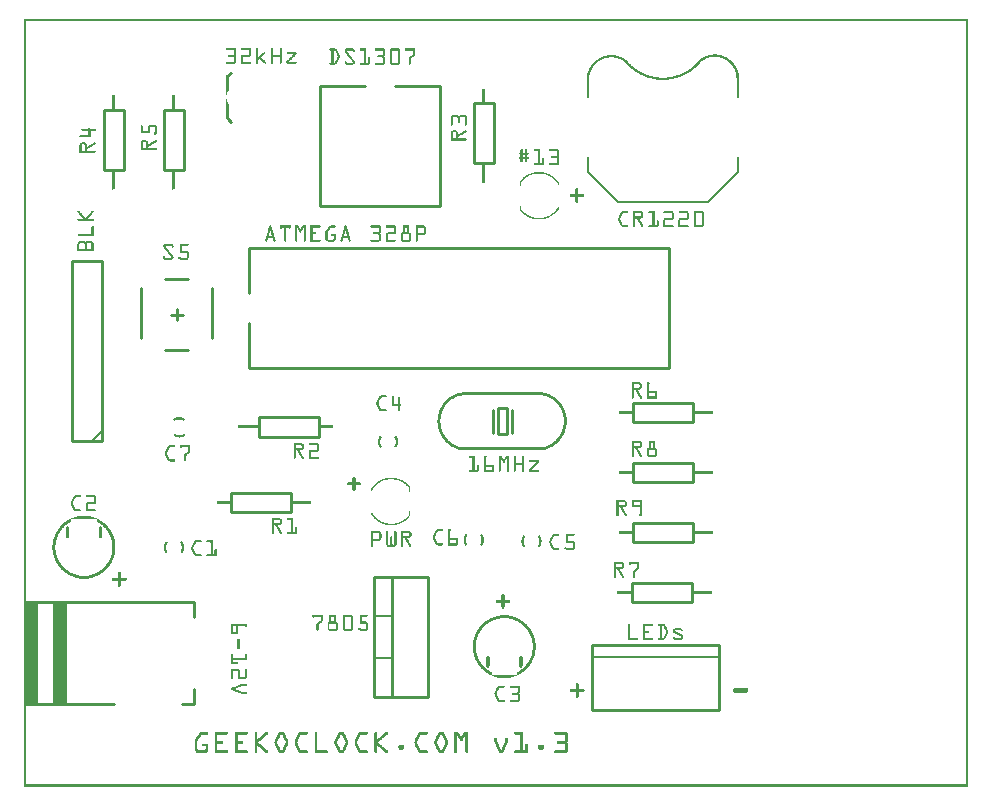
<source format=gto>
G04 MADE WITH FRITZING*
G04 WWW.FRITZING.ORG*
G04 DOUBLE SIDED*
G04 HOLES PLATED*
G04 CONTOUR ON CENTER OF CONTOUR VECTOR*
%ASAXBY*%
%FSLAX23Y23*%
%MOIN*%
%OFA0B0*%
%SFA1.0B1.0*%
%ADD10R,0.038714X0.096457X0.019029X0.076772*%
%ADD11C,0.009843*%
%ADD12C,0.008000*%
%ADD13C,0.010000*%
%ADD14C,0.005000*%
%ADD15R,0.001000X0.001000*%
%LNSILK1*%
G90*
G70*
G54D11*
X1581Y1262D02*
X1610Y1262D01*
X1610Y1175D01*
X1581Y1175D01*
X1581Y1262D01*
D02*
G54D12*
X1881Y2050D02*
X1981Y1950D01*
D02*
X1981Y1950D02*
X2281Y1950D01*
D02*
X2281Y1950D02*
X2381Y2050D01*
D02*
X2381Y2050D02*
X2381Y2100D01*
D02*
X1881Y2050D02*
X1881Y2100D01*
D02*
X1881Y2300D02*
X1881Y2360D01*
D02*
X2381Y2300D02*
X2381Y2360D01*
G54D13*
D02*
X262Y1152D02*
X262Y1752D01*
D02*
X262Y1752D02*
X162Y1752D01*
D02*
X162Y1752D02*
X162Y1152D01*
D02*
X162Y1152D02*
X262Y1152D01*
G54D14*
D02*
X262Y1187D02*
X227Y1152D01*
G54D13*
D02*
X471Y1692D02*
X549Y1692D01*
D02*
X392Y1496D02*
X392Y1663D01*
D02*
X628Y1496D02*
X628Y1663D01*
D02*
X471Y1456D02*
X549Y1456D01*
D02*
X490Y1574D02*
X530Y1574D01*
D02*
X510Y1594D02*
X510Y1555D01*
D02*
X1893Y258D02*
X2317Y258D01*
D02*
X2317Y258D02*
X2317Y474D01*
D02*
X2317Y474D02*
X1893Y474D01*
D02*
X1893Y474D02*
X1893Y258D01*
G54D14*
D02*
X2317Y434D02*
X1893Y434D01*
G54D13*
D02*
X751Y1398D02*
X2151Y1398D01*
D02*
X2151Y1398D02*
X2151Y1798D01*
D02*
X2151Y1798D02*
X751Y1798D01*
D02*
X751Y1398D02*
X751Y1548D01*
D02*
X751Y1648D02*
X751Y1798D01*
D02*
X1169Y300D02*
X1169Y700D01*
D02*
X1169Y700D02*
X1349Y700D01*
D02*
X1349Y700D02*
X1349Y300D01*
D02*
X1349Y300D02*
X1169Y300D01*
D02*
X1169Y300D02*
X1169Y700D01*
D02*
X1169Y700D02*
X1229Y700D01*
D02*
X1229Y700D02*
X1229Y300D01*
D02*
X1229Y300D02*
X1169Y300D01*
G54D14*
D02*
X1169Y430D02*
X1229Y430D01*
D02*
X1169Y570D02*
X1229Y570D01*
G54D13*
D02*
X301Y278D02*
X6Y278D01*
D02*
X6Y278D02*
X6Y618D01*
D02*
X6Y618D02*
X566Y618D01*
D02*
X566Y618D02*
X566Y568D01*
D02*
X526Y278D02*
X566Y278D01*
D02*
X566Y278D02*
X566Y328D01*
D02*
X6Y278D02*
X6Y618D01*
D02*
X11Y278D02*
X11Y618D01*
D02*
X16Y278D02*
X16Y618D01*
D02*
X21Y278D02*
X21Y618D01*
D02*
X26Y278D02*
X26Y618D01*
D02*
X31Y278D02*
X31Y618D01*
D02*
X36Y278D02*
X36Y618D01*
D02*
X41Y278D02*
X41Y618D01*
D02*
X136Y278D02*
X136Y618D01*
D02*
X131Y278D02*
X131Y618D01*
D02*
X126Y278D02*
X126Y618D01*
D02*
X121Y278D02*
X121Y618D01*
D02*
X116Y278D02*
X116Y618D01*
D02*
X111Y278D02*
X111Y618D01*
D02*
X106Y278D02*
X106Y618D01*
D02*
X101Y278D02*
X101Y618D01*
D02*
X892Y915D02*
X692Y915D01*
D02*
X692Y915D02*
X692Y981D01*
D02*
X692Y981D02*
X892Y981D01*
D02*
X892Y981D02*
X892Y915D01*
D02*
X783Y1234D02*
X983Y1234D01*
D02*
X983Y1234D02*
X983Y1168D01*
D02*
X983Y1168D02*
X783Y1168D01*
D02*
X783Y1168D02*
X783Y1234D01*
D02*
X1502Y2079D02*
X1502Y2279D01*
D02*
X1502Y2279D02*
X1568Y2279D01*
D02*
X1568Y2279D02*
X1568Y2079D01*
D02*
X1568Y2079D02*
X1502Y2079D01*
D02*
X987Y2336D02*
X987Y1936D01*
D02*
X987Y1936D02*
X1387Y1936D01*
D02*
X1387Y1936D02*
X1387Y2336D01*
D02*
X987Y2336D02*
X1137Y2336D01*
D02*
X1237Y2336D02*
X1387Y2336D01*
D02*
X468Y2058D02*
X468Y2258D01*
D02*
X468Y2258D02*
X534Y2258D01*
D02*
X534Y2258D02*
X534Y2058D01*
D02*
X534Y2058D02*
X468Y2058D01*
D02*
X268Y2058D02*
X268Y2258D01*
D02*
X268Y2258D02*
X334Y2258D01*
D02*
X334Y2258D02*
X334Y2058D01*
D02*
X334Y2058D02*
X268Y2058D01*
D02*
X690Y2217D02*
X680Y2227D01*
D02*
X690Y2381D02*
X681Y2372D01*
D02*
X2232Y1215D02*
X2032Y1215D01*
D02*
X2032Y1215D02*
X2032Y1281D01*
D02*
X2032Y1281D02*
X2232Y1281D01*
D02*
X2232Y1281D02*
X2232Y1215D01*
D02*
X2232Y815D02*
X2032Y815D01*
D02*
X2032Y815D02*
X2032Y881D01*
D02*
X2032Y881D02*
X2232Y881D01*
D02*
X2232Y881D02*
X2232Y815D01*
D02*
X2232Y1015D02*
X2032Y1015D01*
D02*
X2032Y1015D02*
X2032Y1081D01*
D02*
X2032Y1081D02*
X2232Y1081D01*
D02*
X2232Y1081D02*
X2232Y1015D01*
D02*
X2227Y615D02*
X2027Y615D01*
D02*
X2027Y615D02*
X2027Y681D01*
D02*
X2027Y681D02*
X2227Y681D01*
D02*
X2227Y681D02*
X2227Y615D01*
G54D11*
X1626Y1258D02*
X1626Y1180D01*
D02*
X1563Y1258D02*
X1563Y1180D01*
D02*
G54D15*
X0Y2559D02*
X3148Y2559D01*
X0Y2558D02*
X3148Y2558D01*
X0Y2557D02*
X3148Y2557D01*
X0Y2556D02*
X3148Y2556D01*
X0Y2555D02*
X3148Y2555D01*
X0Y2554D02*
X3148Y2554D01*
X0Y2553D02*
X3148Y2553D01*
X0Y2552D02*
X3148Y2552D01*
X0Y2551D02*
X7Y2551D01*
X3141Y2551D02*
X3148Y2551D01*
X0Y2550D02*
X7Y2550D01*
X3141Y2550D02*
X3148Y2550D01*
X0Y2549D02*
X7Y2549D01*
X3141Y2549D02*
X3148Y2549D01*
X0Y2548D02*
X7Y2548D01*
X3141Y2548D02*
X3148Y2548D01*
X0Y2547D02*
X7Y2547D01*
X3141Y2547D02*
X3148Y2547D01*
X0Y2546D02*
X7Y2546D01*
X3141Y2546D02*
X3148Y2546D01*
X0Y2545D02*
X7Y2545D01*
X3141Y2545D02*
X3148Y2545D01*
X0Y2544D02*
X7Y2544D01*
X3141Y2544D02*
X3148Y2544D01*
X0Y2543D02*
X7Y2543D01*
X3141Y2543D02*
X3148Y2543D01*
X0Y2542D02*
X7Y2542D01*
X3141Y2542D02*
X3148Y2542D01*
X0Y2541D02*
X7Y2541D01*
X3141Y2541D02*
X3148Y2541D01*
X0Y2540D02*
X7Y2540D01*
X3141Y2540D02*
X3148Y2540D01*
X0Y2539D02*
X7Y2539D01*
X3141Y2539D02*
X3148Y2539D01*
X0Y2538D02*
X7Y2538D01*
X3141Y2538D02*
X3148Y2538D01*
X0Y2537D02*
X7Y2537D01*
X3141Y2537D02*
X3148Y2537D01*
X0Y2536D02*
X7Y2536D01*
X3141Y2536D02*
X3148Y2536D01*
X0Y2535D02*
X7Y2535D01*
X3141Y2535D02*
X3148Y2535D01*
X0Y2534D02*
X7Y2534D01*
X3141Y2534D02*
X3148Y2534D01*
X0Y2533D02*
X7Y2533D01*
X3141Y2533D02*
X3148Y2533D01*
X0Y2532D02*
X7Y2532D01*
X3141Y2532D02*
X3148Y2532D01*
X0Y2531D02*
X7Y2531D01*
X3141Y2531D02*
X3148Y2531D01*
X0Y2530D02*
X7Y2530D01*
X3141Y2530D02*
X3148Y2530D01*
X0Y2529D02*
X7Y2529D01*
X3141Y2529D02*
X3148Y2529D01*
X0Y2528D02*
X7Y2528D01*
X3141Y2528D02*
X3148Y2528D01*
X0Y2527D02*
X7Y2527D01*
X3141Y2527D02*
X3148Y2527D01*
X0Y2526D02*
X7Y2526D01*
X3141Y2526D02*
X3148Y2526D01*
X0Y2525D02*
X7Y2525D01*
X3141Y2525D02*
X3148Y2525D01*
X0Y2524D02*
X7Y2524D01*
X3141Y2524D02*
X3148Y2524D01*
X0Y2523D02*
X7Y2523D01*
X3141Y2523D02*
X3148Y2523D01*
X0Y2522D02*
X7Y2522D01*
X3141Y2522D02*
X3148Y2522D01*
X0Y2521D02*
X7Y2521D01*
X3141Y2521D02*
X3148Y2521D01*
X0Y2520D02*
X7Y2520D01*
X3141Y2520D02*
X3148Y2520D01*
X0Y2519D02*
X7Y2519D01*
X3141Y2519D02*
X3148Y2519D01*
X0Y2518D02*
X7Y2518D01*
X3141Y2518D02*
X3148Y2518D01*
X0Y2517D02*
X7Y2517D01*
X3141Y2517D02*
X3148Y2517D01*
X0Y2516D02*
X7Y2516D01*
X3141Y2516D02*
X3148Y2516D01*
X0Y2515D02*
X7Y2515D01*
X3141Y2515D02*
X3148Y2515D01*
X0Y2514D02*
X7Y2514D01*
X3141Y2514D02*
X3148Y2514D01*
X0Y2513D02*
X7Y2513D01*
X3141Y2513D02*
X3148Y2513D01*
X0Y2512D02*
X7Y2512D01*
X3141Y2512D02*
X3148Y2512D01*
X0Y2511D02*
X7Y2511D01*
X3141Y2511D02*
X3148Y2511D01*
X0Y2510D02*
X7Y2510D01*
X3141Y2510D02*
X3148Y2510D01*
X0Y2509D02*
X7Y2509D01*
X3141Y2509D02*
X3148Y2509D01*
X0Y2508D02*
X7Y2508D01*
X3141Y2508D02*
X3148Y2508D01*
X0Y2507D02*
X7Y2507D01*
X3141Y2507D02*
X3148Y2507D01*
X0Y2506D02*
X7Y2506D01*
X3141Y2506D02*
X3148Y2506D01*
X0Y2505D02*
X7Y2505D01*
X3141Y2505D02*
X3148Y2505D01*
X0Y2504D02*
X7Y2504D01*
X3141Y2504D02*
X3148Y2504D01*
X0Y2503D02*
X7Y2503D01*
X3141Y2503D02*
X3148Y2503D01*
X0Y2502D02*
X7Y2502D01*
X3141Y2502D02*
X3148Y2502D01*
X0Y2501D02*
X7Y2501D01*
X3141Y2501D02*
X3148Y2501D01*
X0Y2500D02*
X7Y2500D01*
X3141Y2500D02*
X3148Y2500D01*
X0Y2499D02*
X7Y2499D01*
X3141Y2499D02*
X3148Y2499D01*
X0Y2498D02*
X7Y2498D01*
X3141Y2498D02*
X3148Y2498D01*
X0Y2497D02*
X7Y2497D01*
X3141Y2497D02*
X3148Y2497D01*
X0Y2496D02*
X7Y2496D01*
X3141Y2496D02*
X3148Y2496D01*
X0Y2495D02*
X7Y2495D01*
X3141Y2495D02*
X3148Y2495D01*
X0Y2494D02*
X7Y2494D01*
X3141Y2494D02*
X3148Y2494D01*
X0Y2493D02*
X7Y2493D01*
X3141Y2493D02*
X3148Y2493D01*
X0Y2492D02*
X7Y2492D01*
X3141Y2492D02*
X3148Y2492D01*
X0Y2491D02*
X7Y2491D01*
X3141Y2491D02*
X3148Y2491D01*
X0Y2490D02*
X7Y2490D01*
X3141Y2490D02*
X3148Y2490D01*
X0Y2489D02*
X7Y2489D01*
X3141Y2489D02*
X3148Y2489D01*
X0Y2488D02*
X7Y2488D01*
X3141Y2488D02*
X3148Y2488D01*
X0Y2487D02*
X7Y2487D01*
X3141Y2487D02*
X3148Y2487D01*
X0Y2486D02*
X7Y2486D01*
X3141Y2486D02*
X3148Y2486D01*
X0Y2485D02*
X7Y2485D01*
X3141Y2485D02*
X3148Y2485D01*
X0Y2484D02*
X7Y2484D01*
X3141Y2484D02*
X3148Y2484D01*
X0Y2483D02*
X7Y2483D01*
X3141Y2483D02*
X3148Y2483D01*
X0Y2482D02*
X7Y2482D01*
X3141Y2482D02*
X3148Y2482D01*
X0Y2481D02*
X7Y2481D01*
X3141Y2481D02*
X3148Y2481D01*
X0Y2480D02*
X7Y2480D01*
X3141Y2480D02*
X3148Y2480D01*
X0Y2479D02*
X7Y2479D01*
X3141Y2479D02*
X3148Y2479D01*
X0Y2478D02*
X7Y2478D01*
X3141Y2478D02*
X3148Y2478D01*
X0Y2477D02*
X7Y2477D01*
X3141Y2477D02*
X3148Y2477D01*
X0Y2476D02*
X7Y2476D01*
X3141Y2476D02*
X3148Y2476D01*
X0Y2475D02*
X7Y2475D01*
X3141Y2475D02*
X3148Y2475D01*
X0Y2474D02*
X7Y2474D01*
X3141Y2474D02*
X3148Y2474D01*
X0Y2473D02*
X7Y2473D01*
X3141Y2473D02*
X3148Y2473D01*
X0Y2472D02*
X7Y2472D01*
X3141Y2472D02*
X3148Y2472D01*
X0Y2471D02*
X7Y2471D01*
X3141Y2471D02*
X3148Y2471D01*
X0Y2470D02*
X7Y2470D01*
X3141Y2470D02*
X3148Y2470D01*
X0Y2469D02*
X7Y2469D01*
X3141Y2469D02*
X3148Y2469D01*
X0Y2468D02*
X7Y2468D01*
X3141Y2468D02*
X3148Y2468D01*
X0Y2467D02*
X7Y2467D01*
X3141Y2467D02*
X3148Y2467D01*
X0Y2466D02*
X7Y2466D01*
X3141Y2466D02*
X3148Y2466D01*
X0Y2465D02*
X7Y2465D01*
X3141Y2465D02*
X3148Y2465D01*
X0Y2464D02*
X7Y2464D01*
X677Y2464D02*
X703Y2464D01*
X727Y2464D02*
X753Y2464D01*
X778Y2464D02*
X778Y2464D01*
X828Y2464D02*
X829Y2464D01*
X855Y2464D02*
X856Y2464D01*
X3141Y2464D02*
X3148Y2464D01*
X0Y2463D02*
X7Y2463D01*
X676Y2463D02*
X705Y2463D01*
X726Y2463D02*
X755Y2463D01*
X776Y2463D02*
X780Y2463D01*
X826Y2463D02*
X830Y2463D01*
X854Y2463D02*
X858Y2463D01*
X3141Y2463D02*
X3148Y2463D01*
X0Y2462D02*
X7Y2462D01*
X675Y2462D02*
X706Y2462D01*
X725Y2462D02*
X756Y2462D01*
X775Y2462D02*
X781Y2462D01*
X826Y2462D02*
X831Y2462D01*
X853Y2462D02*
X859Y2462D01*
X3141Y2462D02*
X3148Y2462D01*
X0Y2461D02*
X7Y2461D01*
X675Y2461D02*
X707Y2461D01*
X725Y2461D02*
X757Y2461D01*
X775Y2461D02*
X781Y2461D01*
X825Y2461D02*
X831Y2461D01*
X853Y2461D02*
X859Y2461D01*
X1021Y2461D02*
X1038Y2461D01*
X1074Y2461D02*
X1097Y2461D01*
X1121Y2461D02*
X1139Y2461D01*
X1171Y2461D02*
X1199Y2461D01*
X1224Y2461D02*
X1249Y2461D01*
X1272Y2461D02*
X1304Y2461D01*
X3141Y2461D02*
X3148Y2461D01*
X0Y2460D02*
X7Y2460D01*
X675Y2460D02*
X708Y2460D01*
X725Y2460D02*
X758Y2460D01*
X775Y2460D02*
X781Y2460D01*
X825Y2460D02*
X831Y2460D01*
X853Y2460D02*
X859Y2460D01*
X1020Y2460D02*
X1040Y2460D01*
X1073Y2460D02*
X1099Y2460D01*
X1120Y2460D02*
X1139Y2460D01*
X1170Y2460D02*
X1201Y2460D01*
X1223Y2460D02*
X1251Y2460D01*
X1271Y2460D02*
X1304Y2460D01*
X3141Y2460D02*
X3148Y2460D01*
X0Y2459D02*
X7Y2459D01*
X675Y2459D02*
X708Y2459D01*
X725Y2459D02*
X758Y2459D01*
X775Y2459D02*
X781Y2459D01*
X825Y2459D02*
X831Y2459D01*
X853Y2459D02*
X859Y2459D01*
X1019Y2459D02*
X1041Y2459D01*
X1071Y2459D02*
X1100Y2459D01*
X1120Y2459D02*
X1139Y2459D01*
X1170Y2459D02*
X1202Y2459D01*
X1222Y2459D02*
X1252Y2459D01*
X1270Y2459D02*
X1304Y2459D01*
X3141Y2459D02*
X3148Y2459D01*
X0Y2458D02*
X7Y2458D01*
X676Y2458D02*
X708Y2458D01*
X726Y2458D02*
X758Y2458D01*
X775Y2458D02*
X781Y2458D01*
X825Y2458D02*
X831Y2458D01*
X853Y2458D02*
X859Y2458D01*
X1019Y2458D02*
X1042Y2458D01*
X1071Y2458D02*
X1101Y2458D01*
X1120Y2458D02*
X1139Y2458D01*
X1170Y2458D02*
X1202Y2458D01*
X1221Y2458D02*
X1253Y2458D01*
X1270Y2458D02*
X1304Y2458D01*
X3141Y2458D02*
X3148Y2458D01*
X0Y2457D02*
X7Y2457D01*
X702Y2457D02*
X708Y2457D01*
X752Y2457D02*
X758Y2457D01*
X775Y2457D02*
X781Y2457D01*
X825Y2457D02*
X831Y2457D01*
X853Y2457D02*
X859Y2457D01*
X1020Y2457D02*
X1043Y2457D01*
X1070Y2457D02*
X1102Y2457D01*
X1120Y2457D02*
X1139Y2457D01*
X1170Y2457D02*
X1203Y2457D01*
X1220Y2457D02*
X1253Y2457D01*
X1270Y2457D02*
X1304Y2457D01*
X3141Y2457D02*
X3148Y2457D01*
X0Y2456D02*
X7Y2456D01*
X702Y2456D02*
X708Y2456D01*
X752Y2456D02*
X758Y2456D01*
X775Y2456D02*
X781Y2456D01*
X825Y2456D02*
X831Y2456D01*
X853Y2456D02*
X859Y2456D01*
X1020Y2456D02*
X1044Y2456D01*
X1070Y2456D02*
X1102Y2456D01*
X1120Y2456D02*
X1139Y2456D01*
X1171Y2456D02*
X1203Y2456D01*
X1220Y2456D02*
X1253Y2456D01*
X1270Y2456D02*
X1304Y2456D01*
X3141Y2456D02*
X3148Y2456D01*
X0Y2455D02*
X7Y2455D01*
X702Y2455D02*
X708Y2455D01*
X752Y2455D02*
X758Y2455D01*
X775Y2455D02*
X781Y2455D01*
X825Y2455D02*
X831Y2455D01*
X853Y2455D02*
X859Y2455D01*
X1021Y2455D02*
X1044Y2455D01*
X1070Y2455D02*
X1103Y2455D01*
X1122Y2455D02*
X1139Y2455D01*
X1172Y2455D02*
X1203Y2455D01*
X1220Y2455D02*
X1254Y2455D01*
X1270Y2455D02*
X1304Y2455D01*
X3141Y2455D02*
X3148Y2455D01*
X0Y2454D02*
X7Y2454D01*
X702Y2454D02*
X708Y2454D01*
X752Y2454D02*
X758Y2454D01*
X775Y2454D02*
X781Y2454D01*
X825Y2454D02*
X831Y2454D01*
X853Y2454D02*
X859Y2454D01*
X1026Y2454D02*
X1032Y2454D01*
X1038Y2454D02*
X1045Y2454D01*
X1069Y2454D02*
X1076Y2454D01*
X1096Y2454D02*
X1103Y2454D01*
X1133Y2454D02*
X1139Y2454D01*
X1197Y2454D02*
X1203Y2454D01*
X1220Y2454D02*
X1226Y2454D01*
X1248Y2454D02*
X1254Y2454D01*
X1270Y2454D02*
X1276Y2454D01*
X1298Y2454D02*
X1304Y2454D01*
X3141Y2454D02*
X3148Y2454D01*
X0Y2453D02*
X7Y2453D01*
X702Y2453D02*
X708Y2453D01*
X752Y2453D02*
X758Y2453D01*
X775Y2453D02*
X781Y2453D01*
X825Y2453D02*
X831Y2453D01*
X853Y2453D02*
X859Y2453D01*
X1026Y2453D02*
X1032Y2453D01*
X1039Y2453D02*
X1045Y2453D01*
X1070Y2453D02*
X1076Y2453D01*
X1097Y2453D02*
X1103Y2453D01*
X1133Y2453D02*
X1139Y2453D01*
X1197Y2453D02*
X1203Y2453D01*
X1220Y2453D02*
X1226Y2453D01*
X1248Y2453D02*
X1254Y2453D01*
X1271Y2453D02*
X1275Y2453D01*
X1298Y2453D02*
X1304Y2453D01*
X3141Y2453D02*
X3148Y2453D01*
X0Y2452D02*
X7Y2452D01*
X702Y2452D02*
X708Y2452D01*
X752Y2452D02*
X758Y2452D01*
X775Y2452D02*
X781Y2452D01*
X825Y2452D02*
X831Y2452D01*
X853Y2452D02*
X859Y2452D01*
X1026Y2452D02*
X1032Y2452D01*
X1039Y2452D02*
X1046Y2452D01*
X1070Y2452D02*
X1077Y2452D01*
X1097Y2452D02*
X1103Y2452D01*
X1133Y2452D02*
X1139Y2452D01*
X1197Y2452D02*
X1203Y2452D01*
X1220Y2452D02*
X1226Y2452D01*
X1248Y2452D02*
X1254Y2452D01*
X1272Y2452D02*
X1274Y2452D01*
X1298Y2452D02*
X1304Y2452D01*
X3141Y2452D02*
X3148Y2452D01*
X0Y2451D02*
X7Y2451D01*
X702Y2451D02*
X708Y2451D01*
X752Y2451D02*
X758Y2451D01*
X775Y2451D02*
X781Y2451D01*
X825Y2451D02*
X831Y2451D01*
X853Y2451D02*
X859Y2451D01*
X1026Y2451D02*
X1032Y2451D01*
X1040Y2451D02*
X1046Y2451D01*
X1070Y2451D02*
X1077Y2451D01*
X1097Y2451D02*
X1103Y2451D01*
X1133Y2451D02*
X1139Y2451D01*
X1197Y2451D02*
X1203Y2451D01*
X1220Y2451D02*
X1226Y2451D01*
X1248Y2451D02*
X1254Y2451D01*
X1298Y2451D02*
X1304Y2451D01*
X3141Y2451D02*
X3148Y2451D01*
X0Y2450D02*
X7Y2450D01*
X702Y2450D02*
X708Y2450D01*
X752Y2450D02*
X758Y2450D01*
X775Y2450D02*
X781Y2450D01*
X825Y2450D02*
X831Y2450D01*
X853Y2450D02*
X859Y2450D01*
X1026Y2450D02*
X1032Y2450D01*
X1040Y2450D02*
X1047Y2450D01*
X1070Y2450D02*
X1078Y2450D01*
X1098Y2450D02*
X1102Y2450D01*
X1133Y2450D02*
X1139Y2450D01*
X1197Y2450D02*
X1203Y2450D01*
X1220Y2450D02*
X1226Y2450D01*
X1248Y2450D02*
X1254Y2450D01*
X1298Y2450D02*
X1304Y2450D01*
X3141Y2450D02*
X3148Y2450D01*
X0Y2449D02*
X7Y2449D01*
X702Y2449D02*
X708Y2449D01*
X752Y2449D02*
X758Y2449D01*
X775Y2449D02*
X781Y2449D01*
X801Y2449D02*
X803Y2449D01*
X825Y2449D02*
X831Y2449D01*
X853Y2449D02*
X859Y2449D01*
X879Y2449D02*
X907Y2449D01*
X1026Y2449D02*
X1032Y2449D01*
X1041Y2449D02*
X1047Y2449D01*
X1071Y2449D02*
X1079Y2449D01*
X1099Y2449D02*
X1101Y2449D01*
X1133Y2449D02*
X1139Y2449D01*
X1197Y2449D02*
X1203Y2449D01*
X1220Y2449D02*
X1226Y2449D01*
X1248Y2449D02*
X1254Y2449D01*
X1298Y2449D02*
X1304Y2449D01*
X3141Y2449D02*
X3148Y2449D01*
X0Y2448D02*
X7Y2448D01*
X702Y2448D02*
X708Y2448D01*
X752Y2448D02*
X758Y2448D01*
X775Y2448D02*
X781Y2448D01*
X800Y2448D02*
X804Y2448D01*
X825Y2448D02*
X831Y2448D01*
X853Y2448D02*
X859Y2448D01*
X878Y2448D02*
X908Y2448D01*
X1026Y2448D02*
X1032Y2448D01*
X1041Y2448D02*
X1048Y2448D01*
X1072Y2448D02*
X1080Y2448D01*
X1133Y2448D02*
X1139Y2448D01*
X1197Y2448D02*
X1203Y2448D01*
X1220Y2448D02*
X1226Y2448D01*
X1248Y2448D02*
X1254Y2448D01*
X1298Y2448D02*
X1304Y2448D01*
X3141Y2448D02*
X3148Y2448D01*
X0Y2447D02*
X7Y2447D01*
X702Y2447D02*
X708Y2447D01*
X752Y2447D02*
X758Y2447D01*
X775Y2447D02*
X781Y2447D01*
X798Y2447D02*
X805Y2447D01*
X825Y2447D02*
X831Y2447D01*
X853Y2447D02*
X859Y2447D01*
X877Y2447D02*
X909Y2447D01*
X1026Y2447D02*
X1032Y2447D01*
X1042Y2447D02*
X1048Y2447D01*
X1072Y2447D02*
X1080Y2447D01*
X1133Y2447D02*
X1139Y2447D01*
X1197Y2447D02*
X1203Y2447D01*
X1220Y2447D02*
X1226Y2447D01*
X1248Y2447D02*
X1254Y2447D01*
X1298Y2447D02*
X1304Y2447D01*
X3141Y2447D02*
X3148Y2447D01*
X0Y2446D02*
X7Y2446D01*
X702Y2446D02*
X708Y2446D01*
X752Y2446D02*
X758Y2446D01*
X775Y2446D02*
X781Y2446D01*
X797Y2446D02*
X805Y2446D01*
X825Y2446D02*
X831Y2446D01*
X853Y2446D02*
X859Y2446D01*
X877Y2446D02*
X909Y2446D01*
X1026Y2446D02*
X1032Y2446D01*
X1042Y2446D02*
X1049Y2446D01*
X1073Y2446D02*
X1081Y2446D01*
X1133Y2446D02*
X1139Y2446D01*
X1197Y2446D02*
X1203Y2446D01*
X1220Y2446D02*
X1226Y2446D01*
X1248Y2446D02*
X1254Y2446D01*
X1298Y2446D02*
X1304Y2446D01*
X3141Y2446D02*
X3148Y2446D01*
X0Y2445D02*
X7Y2445D01*
X702Y2445D02*
X708Y2445D01*
X752Y2445D02*
X758Y2445D01*
X775Y2445D02*
X781Y2445D01*
X796Y2445D02*
X805Y2445D01*
X825Y2445D02*
X831Y2445D01*
X853Y2445D02*
X859Y2445D01*
X877Y2445D02*
X909Y2445D01*
X1026Y2445D02*
X1032Y2445D01*
X1043Y2445D02*
X1049Y2445D01*
X1074Y2445D02*
X1082Y2445D01*
X1133Y2445D02*
X1139Y2445D01*
X1197Y2445D02*
X1203Y2445D01*
X1220Y2445D02*
X1226Y2445D01*
X1248Y2445D02*
X1254Y2445D01*
X1298Y2445D02*
X1304Y2445D01*
X3141Y2445D02*
X3148Y2445D01*
X0Y2444D02*
X7Y2444D01*
X702Y2444D02*
X708Y2444D01*
X752Y2444D02*
X758Y2444D01*
X775Y2444D02*
X781Y2444D01*
X795Y2444D02*
X804Y2444D01*
X825Y2444D02*
X831Y2444D01*
X853Y2444D02*
X859Y2444D01*
X878Y2444D02*
X909Y2444D01*
X1026Y2444D02*
X1032Y2444D01*
X1043Y2444D02*
X1050Y2444D01*
X1075Y2444D02*
X1083Y2444D01*
X1133Y2444D02*
X1139Y2444D01*
X1197Y2444D02*
X1203Y2444D01*
X1220Y2444D02*
X1226Y2444D01*
X1248Y2444D02*
X1254Y2444D01*
X1298Y2444D02*
X1304Y2444D01*
X3141Y2444D02*
X3148Y2444D01*
X0Y2443D02*
X7Y2443D01*
X702Y2443D02*
X708Y2443D01*
X752Y2443D02*
X758Y2443D01*
X775Y2443D02*
X781Y2443D01*
X794Y2443D02*
X804Y2443D01*
X825Y2443D02*
X831Y2443D01*
X853Y2443D02*
X859Y2443D01*
X879Y2443D02*
X909Y2443D01*
X1026Y2443D02*
X1032Y2443D01*
X1044Y2443D02*
X1050Y2443D01*
X1076Y2443D02*
X1084Y2443D01*
X1133Y2443D02*
X1139Y2443D01*
X1197Y2443D02*
X1203Y2443D01*
X1220Y2443D02*
X1226Y2443D01*
X1248Y2443D02*
X1254Y2443D01*
X1298Y2443D02*
X1304Y2443D01*
X3141Y2443D02*
X3148Y2443D01*
X0Y2442D02*
X7Y2442D01*
X701Y2442D02*
X708Y2442D01*
X752Y2442D02*
X758Y2442D01*
X775Y2442D02*
X781Y2442D01*
X793Y2442D02*
X802Y2442D01*
X825Y2442D02*
X831Y2442D01*
X853Y2442D02*
X859Y2442D01*
X900Y2442D02*
X909Y2442D01*
X1026Y2442D02*
X1032Y2442D01*
X1044Y2442D02*
X1051Y2442D01*
X1076Y2442D02*
X1084Y2442D01*
X1133Y2442D02*
X1139Y2442D01*
X1197Y2442D02*
X1203Y2442D01*
X1220Y2442D02*
X1226Y2442D01*
X1248Y2442D02*
X1254Y2442D01*
X1298Y2442D02*
X1304Y2442D01*
X3141Y2442D02*
X3148Y2442D01*
X0Y2441D02*
X7Y2441D01*
X700Y2441D02*
X708Y2441D01*
X752Y2441D02*
X758Y2441D01*
X775Y2441D02*
X781Y2441D01*
X791Y2441D02*
X801Y2441D01*
X825Y2441D02*
X831Y2441D01*
X853Y2441D02*
X859Y2441D01*
X899Y2441D02*
X908Y2441D01*
X1026Y2441D02*
X1032Y2441D01*
X1045Y2441D02*
X1051Y2441D01*
X1077Y2441D02*
X1085Y2441D01*
X1133Y2441D02*
X1139Y2441D01*
X1197Y2441D02*
X1203Y2441D01*
X1220Y2441D02*
X1226Y2441D01*
X1248Y2441D02*
X1254Y2441D01*
X1297Y2441D02*
X1304Y2441D01*
X2298Y2441D02*
X2309Y2441D01*
X3141Y2441D02*
X3148Y2441D01*
X0Y2440D02*
X7Y2440D01*
X683Y2440D02*
X707Y2440D01*
X729Y2440D02*
X758Y2440D01*
X775Y2440D02*
X781Y2440D01*
X790Y2440D02*
X800Y2440D01*
X825Y2440D02*
X859Y2440D01*
X898Y2440D02*
X907Y2440D01*
X1026Y2440D02*
X1032Y2440D01*
X1045Y2440D02*
X1052Y2440D01*
X1078Y2440D02*
X1086Y2440D01*
X1133Y2440D02*
X1139Y2440D01*
X1197Y2440D02*
X1203Y2440D01*
X1220Y2440D02*
X1226Y2440D01*
X1248Y2440D02*
X1254Y2440D01*
X1295Y2440D02*
X1304Y2440D01*
X2290Y2440D02*
X2317Y2440D01*
X3141Y2440D02*
X3148Y2440D01*
X0Y2439D02*
X7Y2439D01*
X682Y2439D02*
X707Y2439D01*
X728Y2439D02*
X758Y2439D01*
X775Y2439D02*
X781Y2439D01*
X789Y2439D02*
X799Y2439D01*
X825Y2439D02*
X859Y2439D01*
X897Y2439D02*
X906Y2439D01*
X1026Y2439D02*
X1032Y2439D01*
X1046Y2439D02*
X1052Y2439D01*
X1079Y2439D02*
X1087Y2439D01*
X1133Y2439D02*
X1139Y2439D01*
X1196Y2439D02*
X1203Y2439D01*
X1220Y2439D02*
X1226Y2439D01*
X1248Y2439D02*
X1254Y2439D01*
X1294Y2439D02*
X1303Y2439D01*
X1951Y2439D02*
X1967Y2439D01*
X2285Y2439D02*
X2322Y2439D01*
X3141Y2439D02*
X3148Y2439D01*
X0Y2438D02*
X7Y2438D01*
X682Y2438D02*
X706Y2438D01*
X726Y2438D02*
X758Y2438D01*
X775Y2438D02*
X781Y2438D01*
X788Y2438D02*
X798Y2438D01*
X825Y2438D02*
X859Y2438D01*
X896Y2438D02*
X905Y2438D01*
X1026Y2438D02*
X1032Y2438D01*
X1046Y2438D02*
X1052Y2438D01*
X1079Y2438D02*
X1087Y2438D01*
X1133Y2438D02*
X1139Y2438D01*
X1180Y2438D02*
X1203Y2438D01*
X1220Y2438D02*
X1226Y2438D01*
X1248Y2438D02*
X1254Y2438D01*
X1293Y2438D02*
X1303Y2438D01*
X1944Y2438D02*
X1973Y2438D01*
X2281Y2438D02*
X2326Y2438D01*
X3141Y2438D02*
X3148Y2438D01*
X0Y2437D02*
X7Y2437D01*
X682Y2437D02*
X706Y2437D01*
X726Y2437D02*
X757Y2437D01*
X775Y2437D02*
X781Y2437D01*
X787Y2437D02*
X797Y2437D01*
X825Y2437D02*
X859Y2437D01*
X895Y2437D02*
X904Y2437D01*
X1026Y2437D02*
X1032Y2437D01*
X1046Y2437D02*
X1053Y2437D01*
X1080Y2437D02*
X1088Y2437D01*
X1133Y2437D02*
X1139Y2437D01*
X1178Y2437D02*
X1202Y2437D01*
X1220Y2437D02*
X1226Y2437D01*
X1248Y2437D02*
X1254Y2437D01*
X1292Y2437D02*
X1302Y2437D01*
X1939Y2437D02*
X1978Y2437D01*
X2278Y2437D02*
X2329Y2437D01*
X3141Y2437D02*
X3148Y2437D01*
X0Y2436D02*
X7Y2436D01*
X682Y2436D02*
X706Y2436D01*
X725Y2436D02*
X757Y2436D01*
X775Y2436D02*
X781Y2436D01*
X786Y2436D02*
X795Y2436D01*
X825Y2436D02*
X859Y2436D01*
X894Y2436D02*
X903Y2436D01*
X1026Y2436D02*
X1032Y2436D01*
X1047Y2436D02*
X1053Y2436D01*
X1081Y2436D02*
X1089Y2436D01*
X1133Y2436D02*
X1139Y2436D01*
X1177Y2436D02*
X1202Y2436D01*
X1220Y2436D02*
X1226Y2436D01*
X1248Y2436D02*
X1254Y2436D01*
X1291Y2436D02*
X1300Y2436D01*
X1936Y2436D02*
X1982Y2436D01*
X2275Y2436D02*
X2332Y2436D01*
X3141Y2436D02*
X3148Y2436D01*
X0Y2435D02*
X7Y2435D01*
X682Y2435D02*
X707Y2435D01*
X725Y2435D02*
X755Y2435D01*
X775Y2435D02*
X781Y2435D01*
X784Y2435D02*
X794Y2435D01*
X825Y2435D02*
X859Y2435D01*
X893Y2435D02*
X902Y2435D01*
X1026Y2435D02*
X1032Y2435D01*
X1047Y2435D02*
X1053Y2435D01*
X1082Y2435D02*
X1090Y2435D01*
X1133Y2435D02*
X1139Y2435D01*
X1177Y2435D02*
X1201Y2435D01*
X1220Y2435D02*
X1226Y2435D01*
X1248Y2435D02*
X1254Y2435D01*
X1289Y2435D02*
X1299Y2435D01*
X1932Y2435D02*
X1985Y2435D01*
X2272Y2435D02*
X2334Y2435D01*
X3141Y2435D02*
X3148Y2435D01*
X0Y2434D02*
X7Y2434D01*
X684Y2434D02*
X707Y2434D01*
X725Y2434D02*
X754Y2434D01*
X775Y2434D02*
X781Y2434D01*
X783Y2434D02*
X793Y2434D01*
X825Y2434D02*
X859Y2434D01*
X892Y2434D02*
X901Y2434D01*
X1026Y2434D02*
X1032Y2434D01*
X1047Y2434D02*
X1053Y2434D01*
X1083Y2434D02*
X1091Y2434D01*
X1133Y2434D02*
X1139Y2434D01*
X1177Y2434D02*
X1201Y2434D01*
X1220Y2434D02*
X1226Y2434D01*
X1248Y2434D02*
X1254Y2434D01*
X1288Y2434D02*
X1298Y2434D01*
X1930Y2434D02*
X1988Y2434D01*
X2270Y2434D02*
X2336Y2434D01*
X3141Y2434D02*
X3148Y2434D01*
X0Y2433D02*
X7Y2433D01*
X700Y2433D02*
X708Y2433D01*
X725Y2433D02*
X731Y2433D01*
X775Y2433D02*
X792Y2433D01*
X825Y2433D02*
X831Y2433D01*
X853Y2433D02*
X859Y2433D01*
X891Y2433D02*
X900Y2433D01*
X1026Y2433D02*
X1032Y2433D01*
X1047Y2433D02*
X1053Y2433D01*
X1083Y2433D02*
X1091Y2433D01*
X1133Y2433D02*
X1139Y2433D01*
X1177Y2433D02*
X1202Y2433D01*
X1220Y2433D02*
X1226Y2433D01*
X1248Y2433D02*
X1254Y2433D01*
X1287Y2433D02*
X1297Y2433D01*
X1927Y2433D02*
X1990Y2433D01*
X2268Y2433D02*
X2294Y2433D01*
X2312Y2433D02*
X2339Y2433D01*
X3141Y2433D02*
X3148Y2433D01*
X0Y2432D02*
X7Y2432D01*
X702Y2432D02*
X708Y2432D01*
X725Y2432D02*
X731Y2432D01*
X775Y2432D02*
X791Y2432D01*
X825Y2432D02*
X831Y2432D01*
X853Y2432D02*
X859Y2432D01*
X890Y2432D02*
X899Y2432D01*
X1026Y2432D02*
X1032Y2432D01*
X1046Y2432D02*
X1053Y2432D01*
X1084Y2432D02*
X1092Y2432D01*
X1133Y2432D02*
X1139Y2432D01*
X1150Y2432D02*
X1151Y2432D01*
X1178Y2432D02*
X1202Y2432D01*
X1220Y2432D02*
X1226Y2432D01*
X1248Y2432D02*
X1254Y2432D01*
X1286Y2432D02*
X1296Y2432D01*
X1925Y2432D02*
X1993Y2432D01*
X2266Y2432D02*
X2288Y2432D01*
X2318Y2432D02*
X2340Y2432D01*
X3141Y2432D02*
X3148Y2432D01*
X0Y2431D02*
X7Y2431D01*
X702Y2431D02*
X708Y2431D01*
X725Y2431D02*
X731Y2431D01*
X775Y2431D02*
X790Y2431D01*
X825Y2431D02*
X831Y2431D01*
X853Y2431D02*
X859Y2431D01*
X889Y2431D02*
X898Y2431D01*
X1026Y2431D02*
X1032Y2431D01*
X1046Y2431D02*
X1052Y2431D01*
X1085Y2431D02*
X1093Y2431D01*
X1133Y2431D02*
X1139Y2431D01*
X1148Y2431D02*
X1152Y2431D01*
X1194Y2431D02*
X1203Y2431D01*
X1220Y2431D02*
X1226Y2431D01*
X1248Y2431D02*
X1254Y2431D01*
X1285Y2431D02*
X1295Y2431D01*
X1923Y2431D02*
X1949Y2431D01*
X1969Y2431D02*
X1995Y2431D01*
X2264Y2431D02*
X2284Y2431D01*
X2322Y2431D02*
X2342Y2431D01*
X3141Y2431D02*
X3148Y2431D01*
X0Y2430D02*
X7Y2430D01*
X702Y2430D02*
X708Y2430D01*
X725Y2430D02*
X731Y2430D01*
X775Y2430D02*
X791Y2430D01*
X825Y2430D02*
X831Y2430D01*
X853Y2430D02*
X859Y2430D01*
X888Y2430D02*
X897Y2430D01*
X1026Y2430D02*
X1032Y2430D01*
X1046Y2430D02*
X1052Y2430D01*
X1086Y2430D02*
X1094Y2430D01*
X1133Y2430D02*
X1139Y2430D01*
X1148Y2430D02*
X1153Y2430D01*
X1196Y2430D02*
X1203Y2430D01*
X1220Y2430D02*
X1226Y2430D01*
X1248Y2430D02*
X1254Y2430D01*
X1284Y2430D02*
X1293Y2430D01*
X1921Y2430D02*
X1943Y2430D01*
X1975Y2430D02*
X1997Y2430D01*
X2262Y2430D02*
X2280Y2430D01*
X2326Y2430D02*
X2344Y2430D01*
X3141Y2430D02*
X3148Y2430D01*
X0Y2429D02*
X7Y2429D01*
X702Y2429D02*
X708Y2429D01*
X725Y2429D02*
X731Y2429D01*
X775Y2429D02*
X792Y2429D01*
X825Y2429D02*
X831Y2429D01*
X853Y2429D02*
X859Y2429D01*
X887Y2429D02*
X896Y2429D01*
X1026Y2429D02*
X1032Y2429D01*
X1045Y2429D02*
X1052Y2429D01*
X1086Y2429D02*
X1095Y2429D01*
X1133Y2429D02*
X1139Y2429D01*
X1147Y2429D02*
X1153Y2429D01*
X1197Y2429D02*
X1203Y2429D01*
X1220Y2429D02*
X1226Y2429D01*
X1248Y2429D02*
X1254Y2429D01*
X1284Y2429D02*
X1292Y2429D01*
X1919Y2429D02*
X1939Y2429D01*
X1979Y2429D02*
X1999Y2429D01*
X2261Y2429D02*
X2278Y2429D01*
X2329Y2429D02*
X2346Y2429D01*
X3141Y2429D02*
X3148Y2429D01*
X0Y2428D02*
X7Y2428D01*
X702Y2428D02*
X708Y2428D01*
X725Y2428D02*
X731Y2428D01*
X775Y2428D02*
X794Y2428D01*
X825Y2428D02*
X831Y2428D01*
X853Y2428D02*
X859Y2428D01*
X886Y2428D02*
X895Y2428D01*
X1026Y2428D02*
X1032Y2428D01*
X1045Y2428D02*
X1051Y2428D01*
X1087Y2428D02*
X1095Y2428D01*
X1133Y2428D02*
X1139Y2428D01*
X1147Y2428D02*
X1153Y2428D01*
X1197Y2428D02*
X1203Y2428D01*
X1220Y2428D02*
X1226Y2428D01*
X1248Y2428D02*
X1254Y2428D01*
X1284Y2428D02*
X1291Y2428D01*
X1917Y2428D02*
X1935Y2428D01*
X1982Y2428D02*
X2000Y2428D01*
X2259Y2428D02*
X2275Y2428D01*
X2331Y2428D02*
X2347Y2428D01*
X3141Y2428D02*
X3148Y2428D01*
X0Y2427D02*
X7Y2427D01*
X702Y2427D02*
X708Y2427D01*
X725Y2427D02*
X731Y2427D01*
X775Y2427D02*
X795Y2427D01*
X825Y2427D02*
X831Y2427D01*
X853Y2427D02*
X859Y2427D01*
X885Y2427D02*
X894Y2427D01*
X1026Y2427D02*
X1032Y2427D01*
X1044Y2427D02*
X1051Y2427D01*
X1088Y2427D02*
X1096Y2427D01*
X1133Y2427D02*
X1139Y2427D01*
X1147Y2427D02*
X1153Y2427D01*
X1197Y2427D02*
X1203Y2427D01*
X1220Y2427D02*
X1226Y2427D01*
X1248Y2427D02*
X1254Y2427D01*
X1284Y2427D02*
X1290Y2427D01*
X1916Y2427D02*
X1933Y2427D01*
X1985Y2427D02*
X2002Y2427D01*
X2258Y2427D02*
X2273Y2427D01*
X2333Y2427D02*
X2349Y2427D01*
X3141Y2427D02*
X3148Y2427D01*
X0Y2426D02*
X7Y2426D01*
X702Y2426D02*
X708Y2426D01*
X725Y2426D02*
X731Y2426D01*
X775Y2426D02*
X784Y2426D01*
X786Y2426D02*
X796Y2426D01*
X825Y2426D02*
X831Y2426D01*
X853Y2426D02*
X859Y2426D01*
X884Y2426D02*
X893Y2426D01*
X1026Y2426D02*
X1032Y2426D01*
X1044Y2426D02*
X1050Y2426D01*
X1089Y2426D02*
X1097Y2426D01*
X1133Y2426D02*
X1139Y2426D01*
X1147Y2426D02*
X1153Y2426D01*
X1197Y2426D02*
X1203Y2426D01*
X1220Y2426D02*
X1226Y2426D01*
X1248Y2426D02*
X1254Y2426D01*
X1284Y2426D02*
X1290Y2426D01*
X1914Y2426D02*
X1930Y2426D01*
X1988Y2426D02*
X2004Y2426D01*
X2256Y2426D02*
X2271Y2426D01*
X2336Y2426D02*
X2350Y2426D01*
X3141Y2426D02*
X3148Y2426D01*
X0Y2425D02*
X7Y2425D01*
X702Y2425D02*
X708Y2425D01*
X725Y2425D02*
X731Y2425D01*
X775Y2425D02*
X783Y2425D01*
X787Y2425D02*
X797Y2425D01*
X825Y2425D02*
X831Y2425D01*
X853Y2425D02*
X859Y2425D01*
X883Y2425D02*
X892Y2425D01*
X1026Y2425D02*
X1032Y2425D01*
X1043Y2425D02*
X1050Y2425D01*
X1090Y2425D02*
X1098Y2425D01*
X1133Y2425D02*
X1139Y2425D01*
X1147Y2425D02*
X1153Y2425D01*
X1197Y2425D02*
X1203Y2425D01*
X1220Y2425D02*
X1226Y2425D01*
X1248Y2425D02*
X1254Y2425D01*
X1284Y2425D02*
X1290Y2425D01*
X1913Y2425D02*
X1928Y2425D01*
X1990Y2425D02*
X2005Y2425D01*
X2255Y2425D02*
X2269Y2425D01*
X2338Y2425D02*
X2351Y2425D01*
X3141Y2425D02*
X3148Y2425D01*
X0Y2424D02*
X7Y2424D01*
X702Y2424D02*
X708Y2424D01*
X725Y2424D02*
X731Y2424D01*
X775Y2424D02*
X781Y2424D01*
X788Y2424D02*
X798Y2424D01*
X825Y2424D02*
X831Y2424D01*
X853Y2424D02*
X859Y2424D01*
X882Y2424D02*
X891Y2424D01*
X1026Y2424D02*
X1032Y2424D01*
X1043Y2424D02*
X1049Y2424D01*
X1090Y2424D02*
X1098Y2424D01*
X1133Y2424D02*
X1139Y2424D01*
X1147Y2424D02*
X1153Y2424D01*
X1197Y2424D02*
X1203Y2424D01*
X1220Y2424D02*
X1226Y2424D01*
X1248Y2424D02*
X1254Y2424D01*
X1284Y2424D02*
X1290Y2424D01*
X1911Y2424D02*
X1926Y2424D01*
X1992Y2424D02*
X2007Y2424D01*
X2254Y2424D02*
X2267Y2424D01*
X2339Y2424D02*
X2353Y2424D01*
X3141Y2424D02*
X3148Y2424D01*
X0Y2423D02*
X7Y2423D01*
X702Y2423D02*
X708Y2423D01*
X725Y2423D02*
X731Y2423D01*
X775Y2423D02*
X781Y2423D01*
X790Y2423D02*
X799Y2423D01*
X825Y2423D02*
X831Y2423D01*
X853Y2423D02*
X859Y2423D01*
X881Y2423D02*
X890Y2423D01*
X1026Y2423D02*
X1032Y2423D01*
X1042Y2423D02*
X1049Y2423D01*
X1091Y2423D02*
X1099Y2423D01*
X1133Y2423D02*
X1139Y2423D01*
X1147Y2423D02*
X1153Y2423D01*
X1197Y2423D02*
X1203Y2423D01*
X1220Y2423D02*
X1226Y2423D01*
X1248Y2423D02*
X1254Y2423D01*
X1284Y2423D02*
X1290Y2423D01*
X1910Y2423D02*
X1924Y2423D01*
X1994Y2423D02*
X2007Y2423D01*
X2254Y2423D02*
X2265Y2423D01*
X2341Y2423D02*
X2354Y2423D01*
X3141Y2423D02*
X3148Y2423D01*
X0Y2422D02*
X7Y2422D01*
X702Y2422D02*
X708Y2422D01*
X725Y2422D02*
X731Y2422D01*
X775Y2422D02*
X781Y2422D01*
X791Y2422D02*
X801Y2422D01*
X825Y2422D02*
X831Y2422D01*
X853Y2422D02*
X859Y2422D01*
X880Y2422D02*
X889Y2422D01*
X1026Y2422D02*
X1032Y2422D01*
X1042Y2422D02*
X1048Y2422D01*
X1092Y2422D02*
X1100Y2422D01*
X1133Y2422D02*
X1139Y2422D01*
X1147Y2422D02*
X1153Y2422D01*
X1197Y2422D02*
X1203Y2422D01*
X1220Y2422D02*
X1226Y2422D01*
X1248Y2422D02*
X1254Y2422D01*
X1284Y2422D02*
X1290Y2422D01*
X1908Y2422D02*
X1922Y2422D01*
X1996Y2422D02*
X2006Y2422D01*
X2008Y2422D02*
X2009Y2422D01*
X2252Y2422D02*
X2264Y2422D01*
X2343Y2422D02*
X2355Y2422D01*
X3141Y2422D02*
X3148Y2422D01*
X0Y2421D02*
X7Y2421D01*
X702Y2421D02*
X708Y2421D01*
X725Y2421D02*
X731Y2421D01*
X775Y2421D02*
X781Y2421D01*
X792Y2421D02*
X802Y2421D01*
X825Y2421D02*
X831Y2421D01*
X853Y2421D02*
X859Y2421D01*
X879Y2421D02*
X888Y2421D01*
X1026Y2421D02*
X1032Y2421D01*
X1041Y2421D02*
X1048Y2421D01*
X1093Y2421D02*
X1101Y2421D01*
X1133Y2421D02*
X1139Y2421D01*
X1147Y2421D02*
X1153Y2421D01*
X1197Y2421D02*
X1203Y2421D01*
X1220Y2421D02*
X1226Y2421D01*
X1248Y2421D02*
X1254Y2421D01*
X1284Y2421D02*
X1290Y2421D01*
X1907Y2421D02*
X1920Y2421D01*
X1998Y2421D02*
X2009Y2421D01*
X2251Y2421D02*
X2262Y2421D01*
X2344Y2421D02*
X2356Y2421D01*
X3141Y2421D02*
X3148Y2421D01*
X0Y2420D02*
X7Y2420D01*
X702Y2420D02*
X708Y2420D01*
X725Y2420D02*
X731Y2420D01*
X775Y2420D02*
X781Y2420D01*
X793Y2420D02*
X803Y2420D01*
X825Y2420D02*
X831Y2420D01*
X853Y2420D02*
X859Y2420D01*
X878Y2420D02*
X887Y2420D01*
X1026Y2420D02*
X1032Y2420D01*
X1041Y2420D02*
X1047Y2420D01*
X1071Y2420D02*
X1073Y2420D01*
X1093Y2420D02*
X1101Y2420D01*
X1133Y2420D02*
X1139Y2420D01*
X1147Y2420D02*
X1153Y2420D01*
X1197Y2420D02*
X1203Y2420D01*
X1220Y2420D02*
X1226Y2420D01*
X1248Y2420D02*
X1254Y2420D01*
X1284Y2420D02*
X1290Y2420D01*
X1906Y2420D02*
X1918Y2420D01*
X1999Y2420D02*
X2010Y2420D01*
X2250Y2420D02*
X2261Y2420D01*
X2346Y2420D02*
X2357Y2420D01*
X3141Y2420D02*
X3148Y2420D01*
X0Y2419D02*
X7Y2419D01*
X702Y2419D02*
X708Y2419D01*
X725Y2419D02*
X731Y2419D01*
X775Y2419D02*
X781Y2419D01*
X794Y2419D02*
X804Y2419D01*
X825Y2419D02*
X831Y2419D01*
X853Y2419D02*
X859Y2419D01*
X877Y2419D02*
X886Y2419D01*
X1026Y2419D02*
X1032Y2419D01*
X1040Y2419D02*
X1047Y2419D01*
X1070Y2419D02*
X1075Y2419D01*
X1094Y2419D02*
X1102Y2419D01*
X1133Y2419D02*
X1139Y2419D01*
X1147Y2419D02*
X1153Y2419D01*
X1197Y2419D02*
X1203Y2419D01*
X1220Y2419D02*
X1226Y2419D01*
X1248Y2419D02*
X1254Y2419D01*
X1284Y2419D02*
X1290Y2419D01*
X1905Y2419D02*
X1917Y2419D01*
X2001Y2419D02*
X2011Y2419D01*
X2249Y2419D02*
X2259Y2419D01*
X2347Y2419D02*
X2358Y2419D01*
X3141Y2419D02*
X3148Y2419D01*
X0Y2418D02*
X7Y2418D01*
X702Y2418D02*
X708Y2418D01*
X725Y2418D02*
X731Y2418D01*
X775Y2418D02*
X781Y2418D01*
X795Y2418D02*
X805Y2418D01*
X825Y2418D02*
X831Y2418D01*
X853Y2418D02*
X859Y2418D01*
X876Y2418D02*
X885Y2418D01*
X1026Y2418D02*
X1032Y2418D01*
X1039Y2418D02*
X1046Y2418D01*
X1070Y2418D02*
X1075Y2418D01*
X1095Y2418D02*
X1103Y2418D01*
X1133Y2418D02*
X1139Y2418D01*
X1147Y2418D02*
X1153Y2418D01*
X1197Y2418D02*
X1203Y2418D01*
X1220Y2418D02*
X1226Y2418D01*
X1248Y2418D02*
X1254Y2418D01*
X1284Y2418D02*
X1290Y2418D01*
X1904Y2418D02*
X1915Y2418D01*
X2002Y2418D02*
X2012Y2418D01*
X2248Y2418D02*
X2258Y2418D01*
X2349Y2418D02*
X2359Y2418D01*
X3141Y2418D02*
X3148Y2418D01*
X0Y2417D02*
X7Y2417D01*
X678Y2417D02*
X708Y2417D01*
X725Y2417D02*
X755Y2417D01*
X775Y2417D02*
X781Y2417D01*
X797Y2417D02*
X806Y2417D01*
X825Y2417D02*
X831Y2417D01*
X853Y2417D02*
X859Y2417D01*
X876Y2417D02*
X906Y2417D01*
X1026Y2417D02*
X1032Y2417D01*
X1039Y2417D02*
X1046Y2417D01*
X1069Y2417D02*
X1075Y2417D01*
X1096Y2417D02*
X1103Y2417D01*
X1133Y2417D02*
X1139Y2417D01*
X1147Y2417D02*
X1153Y2417D01*
X1197Y2417D02*
X1203Y2417D01*
X1220Y2417D02*
X1226Y2417D01*
X1248Y2417D02*
X1254Y2417D01*
X1284Y2417D02*
X1290Y2417D01*
X1903Y2417D02*
X1914Y2417D01*
X2003Y2417D02*
X2013Y2417D01*
X2247Y2417D02*
X2257Y2417D01*
X2350Y2417D02*
X2360Y2417D01*
X3141Y2417D02*
X3148Y2417D01*
X0Y2416D02*
X7Y2416D01*
X676Y2416D02*
X708Y2416D01*
X725Y2416D02*
X757Y2416D01*
X775Y2416D02*
X781Y2416D01*
X798Y2416D02*
X808Y2416D01*
X825Y2416D02*
X831Y2416D01*
X853Y2416D02*
X859Y2416D01*
X875Y2416D02*
X908Y2416D01*
X1026Y2416D02*
X1032Y2416D01*
X1038Y2416D02*
X1045Y2416D01*
X1070Y2416D02*
X1076Y2416D01*
X1097Y2416D02*
X1103Y2416D01*
X1133Y2416D02*
X1139Y2416D01*
X1147Y2416D02*
X1153Y2416D01*
X1197Y2416D02*
X1203Y2416D01*
X1220Y2416D02*
X1226Y2416D01*
X1248Y2416D02*
X1254Y2416D01*
X1284Y2416D02*
X1290Y2416D01*
X1902Y2416D02*
X1913Y2416D01*
X2004Y2416D02*
X2014Y2416D01*
X2247Y2416D02*
X2256Y2416D01*
X2351Y2416D02*
X2361Y2416D01*
X3141Y2416D02*
X3148Y2416D01*
X0Y2415D02*
X7Y2415D01*
X675Y2415D02*
X708Y2415D01*
X725Y2415D02*
X758Y2415D01*
X775Y2415D02*
X781Y2415D01*
X799Y2415D02*
X808Y2415D01*
X825Y2415D02*
X831Y2415D01*
X853Y2415D02*
X859Y2415D01*
X875Y2415D02*
X909Y2415D01*
X1026Y2415D02*
X1032Y2415D01*
X1037Y2415D02*
X1045Y2415D01*
X1070Y2415D02*
X1076Y2415D01*
X1097Y2415D02*
X1103Y2415D01*
X1133Y2415D02*
X1139Y2415D01*
X1147Y2415D02*
X1153Y2415D01*
X1197Y2415D02*
X1203Y2415D01*
X1220Y2415D02*
X1226Y2415D01*
X1248Y2415D02*
X1254Y2415D01*
X1284Y2415D02*
X1290Y2415D01*
X1901Y2415D02*
X1911Y2415D01*
X2005Y2415D02*
X2015Y2415D01*
X2246Y2415D02*
X2255Y2415D01*
X2352Y2415D02*
X2362Y2415D01*
X3141Y2415D02*
X3148Y2415D01*
X0Y2414D02*
X7Y2414D01*
X675Y2414D02*
X707Y2414D01*
X725Y2414D02*
X758Y2414D01*
X775Y2414D02*
X781Y2414D01*
X800Y2414D02*
X809Y2414D01*
X825Y2414D02*
X831Y2414D01*
X853Y2414D02*
X859Y2414D01*
X875Y2414D02*
X909Y2414D01*
X1021Y2414D02*
X1044Y2414D01*
X1070Y2414D02*
X1103Y2414D01*
X1121Y2414D02*
X1153Y2414D01*
X1172Y2414D02*
X1203Y2414D01*
X1220Y2414D02*
X1254Y2414D01*
X1284Y2414D02*
X1290Y2414D01*
X1900Y2414D02*
X1910Y2414D01*
X2006Y2414D02*
X2016Y2414D01*
X2245Y2414D02*
X2254Y2414D01*
X2353Y2414D02*
X2363Y2414D01*
X3141Y2414D02*
X3148Y2414D01*
X0Y2413D02*
X7Y2413D01*
X675Y2413D02*
X707Y2413D01*
X725Y2413D02*
X758Y2413D01*
X775Y2413D02*
X781Y2413D01*
X801Y2413D02*
X809Y2413D01*
X825Y2413D02*
X831Y2413D01*
X853Y2413D02*
X859Y2413D01*
X876Y2413D02*
X909Y2413D01*
X1020Y2413D02*
X1044Y2413D01*
X1070Y2413D02*
X1103Y2413D01*
X1120Y2413D02*
X1153Y2413D01*
X1171Y2413D02*
X1203Y2413D01*
X1220Y2413D02*
X1253Y2413D01*
X1284Y2413D02*
X1290Y2413D01*
X1899Y2413D02*
X1909Y2413D01*
X2007Y2413D02*
X2017Y2413D01*
X2244Y2413D02*
X2254Y2413D01*
X2354Y2413D02*
X2364Y2413D01*
X3141Y2413D02*
X3148Y2413D01*
X0Y2412D02*
X7Y2412D01*
X675Y2412D02*
X706Y2412D01*
X725Y2412D02*
X758Y2412D01*
X775Y2412D02*
X781Y2412D01*
X802Y2412D02*
X808Y2412D01*
X826Y2412D02*
X831Y2412D01*
X853Y2412D02*
X858Y2412D01*
X876Y2412D02*
X909Y2412D01*
X1019Y2412D02*
X1043Y2412D01*
X1071Y2412D02*
X1102Y2412D01*
X1120Y2412D02*
X1153Y2412D01*
X1170Y2412D02*
X1203Y2412D01*
X1221Y2412D02*
X1253Y2412D01*
X1284Y2412D02*
X1290Y2412D01*
X1898Y2412D02*
X1908Y2412D01*
X2008Y2412D02*
X2018Y2412D01*
X2243Y2412D02*
X2253Y2412D01*
X2355Y2412D02*
X2365Y2412D01*
X3141Y2412D02*
X3148Y2412D01*
X0Y2411D02*
X7Y2411D01*
X676Y2411D02*
X705Y2411D01*
X725Y2411D02*
X757Y2411D01*
X776Y2411D02*
X780Y2411D01*
X804Y2411D02*
X807Y2411D01*
X826Y2411D02*
X830Y2411D01*
X854Y2411D02*
X858Y2411D01*
X877Y2411D02*
X908Y2411D01*
X1019Y2411D02*
X1043Y2411D01*
X1072Y2411D02*
X1102Y2411D01*
X1120Y2411D02*
X1153Y2411D01*
X1170Y2411D02*
X1202Y2411D01*
X1221Y2411D02*
X1253Y2411D01*
X1284Y2411D02*
X1290Y2411D01*
X1897Y2411D02*
X1907Y2411D01*
X2008Y2411D02*
X2018Y2411D01*
X2242Y2411D02*
X2252Y2411D01*
X2356Y2411D02*
X2366Y2411D01*
X3141Y2411D02*
X3148Y2411D01*
X0Y2410D02*
X7Y2410D01*
X1019Y2410D02*
X1041Y2410D01*
X1073Y2410D02*
X1101Y2410D01*
X1120Y2410D02*
X1153Y2410D01*
X1170Y2410D02*
X1202Y2410D01*
X1222Y2410D02*
X1252Y2410D01*
X1284Y2410D02*
X1290Y2410D01*
X1896Y2410D02*
X1906Y2410D01*
X2009Y2410D02*
X2019Y2410D01*
X2241Y2410D02*
X2251Y2410D01*
X2357Y2410D02*
X2366Y2410D01*
X3141Y2410D02*
X3148Y2410D01*
X0Y2409D02*
X7Y2409D01*
X1020Y2409D02*
X1040Y2409D01*
X1074Y2409D02*
X1100Y2409D01*
X1120Y2409D02*
X1153Y2409D01*
X1171Y2409D02*
X1201Y2409D01*
X1223Y2409D02*
X1251Y2409D01*
X1285Y2409D02*
X1289Y2409D01*
X1895Y2409D02*
X1905Y2409D01*
X2010Y2409D02*
X2020Y2409D01*
X2240Y2409D02*
X2250Y2409D01*
X2358Y2409D02*
X2367Y2409D01*
X3141Y2409D02*
X3148Y2409D01*
X0Y2408D02*
X7Y2408D01*
X1021Y2408D02*
X1038Y2408D01*
X1076Y2408D02*
X1098Y2408D01*
X1121Y2408D02*
X1151Y2408D01*
X1172Y2408D02*
X1199Y2408D01*
X1224Y2408D02*
X1249Y2408D01*
X1286Y2408D02*
X1288Y2408D01*
X1895Y2408D02*
X1904Y2408D01*
X2011Y2408D02*
X2022Y2408D01*
X2239Y2408D02*
X2249Y2408D01*
X2359Y2408D02*
X2368Y2408D01*
X3141Y2408D02*
X3148Y2408D01*
X0Y2407D02*
X7Y2407D01*
X1894Y2407D02*
X1903Y2407D01*
X2012Y2407D02*
X2023Y2407D01*
X2238Y2407D02*
X2248Y2407D01*
X2360Y2407D02*
X2369Y2407D01*
X3141Y2407D02*
X3148Y2407D01*
X0Y2406D02*
X7Y2406D01*
X1893Y2406D02*
X1902Y2406D01*
X2013Y2406D02*
X2024Y2406D01*
X2237Y2406D02*
X2247Y2406D01*
X2361Y2406D02*
X2369Y2406D01*
X3141Y2406D02*
X3148Y2406D01*
X0Y2405D02*
X7Y2405D01*
X1892Y2405D02*
X1901Y2405D01*
X2014Y2405D02*
X2025Y2405D01*
X2236Y2405D02*
X2246Y2405D01*
X2362Y2405D02*
X2370Y2405D01*
X3141Y2405D02*
X3148Y2405D01*
X0Y2404D02*
X7Y2404D01*
X1892Y2404D02*
X1900Y2404D01*
X2015Y2404D02*
X2026Y2404D01*
X2235Y2404D02*
X2245Y2404D01*
X2362Y2404D02*
X2371Y2404D01*
X3141Y2404D02*
X3148Y2404D01*
X0Y2403D02*
X7Y2403D01*
X1891Y2403D02*
X1899Y2403D01*
X2016Y2403D02*
X2027Y2403D01*
X2233Y2403D02*
X2244Y2403D01*
X2363Y2403D02*
X2371Y2403D01*
X3141Y2403D02*
X3148Y2403D01*
X0Y2402D02*
X7Y2402D01*
X1890Y2402D02*
X1899Y2402D01*
X2017Y2402D02*
X2028Y2402D01*
X2232Y2402D02*
X2243Y2402D01*
X2364Y2402D02*
X2372Y2402D01*
X3141Y2402D02*
X3148Y2402D01*
X0Y2401D02*
X7Y2401D01*
X1890Y2401D02*
X1898Y2401D01*
X2018Y2401D02*
X2029Y2401D01*
X2231Y2401D02*
X2242Y2401D01*
X2364Y2401D02*
X2373Y2401D01*
X3141Y2401D02*
X3148Y2401D01*
X0Y2400D02*
X7Y2400D01*
X1889Y2400D02*
X1897Y2400D01*
X2019Y2400D02*
X2031Y2400D01*
X2230Y2400D02*
X2241Y2400D01*
X2365Y2400D02*
X2373Y2400D01*
X3141Y2400D02*
X3148Y2400D01*
X0Y2399D02*
X7Y2399D01*
X1888Y2399D02*
X1896Y2399D01*
X2021Y2399D02*
X2032Y2399D01*
X2229Y2399D02*
X2240Y2399D01*
X2366Y2399D02*
X2374Y2399D01*
X3141Y2399D02*
X3148Y2399D01*
X0Y2398D02*
X7Y2398D01*
X1888Y2398D02*
X1896Y2398D01*
X2022Y2398D02*
X2033Y2398D01*
X2227Y2398D02*
X2239Y2398D01*
X2366Y2398D02*
X2374Y2398D01*
X3141Y2398D02*
X3148Y2398D01*
X0Y2397D02*
X7Y2397D01*
X1887Y2397D02*
X1895Y2397D01*
X2023Y2397D02*
X2034Y2397D01*
X2226Y2397D02*
X2238Y2397D01*
X2367Y2397D02*
X2375Y2397D01*
X3141Y2397D02*
X3148Y2397D01*
X0Y2396D02*
X7Y2396D01*
X1887Y2396D02*
X1895Y2396D01*
X2024Y2396D02*
X2036Y2396D01*
X2225Y2396D02*
X2236Y2396D01*
X2368Y2396D02*
X2375Y2396D01*
X3141Y2396D02*
X3148Y2396D01*
X0Y2395D02*
X7Y2395D01*
X1886Y2395D02*
X1894Y2395D01*
X2025Y2395D02*
X2037Y2395D01*
X2223Y2395D02*
X2235Y2395D01*
X2368Y2395D02*
X2376Y2395D01*
X3141Y2395D02*
X3148Y2395D01*
X0Y2394D02*
X7Y2394D01*
X1886Y2394D02*
X1893Y2394D01*
X2026Y2394D02*
X2038Y2394D01*
X2222Y2394D02*
X2234Y2394D01*
X2369Y2394D02*
X2376Y2394D01*
X3141Y2394D02*
X3148Y2394D01*
X0Y2393D02*
X7Y2393D01*
X1885Y2393D02*
X1893Y2393D01*
X2028Y2393D02*
X2040Y2393D01*
X2221Y2393D02*
X2233Y2393D01*
X2369Y2393D02*
X2377Y2393D01*
X3141Y2393D02*
X3148Y2393D01*
X0Y2392D02*
X7Y2392D01*
X1885Y2392D02*
X1892Y2392D01*
X2029Y2392D02*
X2041Y2392D01*
X2219Y2392D02*
X2232Y2392D01*
X2370Y2392D02*
X2377Y2392D01*
X3141Y2392D02*
X3148Y2392D01*
X0Y2391D02*
X7Y2391D01*
X1884Y2391D02*
X1892Y2391D01*
X2030Y2391D02*
X2043Y2391D01*
X2218Y2391D02*
X2230Y2391D01*
X2370Y2391D02*
X2377Y2391D01*
X3141Y2391D02*
X3148Y2391D01*
X0Y2390D02*
X7Y2390D01*
X1884Y2390D02*
X1891Y2390D01*
X2031Y2390D02*
X2044Y2390D01*
X2216Y2390D02*
X2229Y2390D01*
X2370Y2390D02*
X2378Y2390D01*
X3141Y2390D02*
X3148Y2390D01*
X0Y2389D02*
X7Y2389D01*
X1883Y2389D02*
X1891Y2389D01*
X2033Y2389D02*
X2046Y2389D01*
X2215Y2389D02*
X2228Y2389D01*
X2371Y2389D02*
X2378Y2389D01*
X3141Y2389D02*
X3148Y2389D01*
X0Y2388D02*
X7Y2388D01*
X1883Y2388D02*
X1890Y2388D01*
X2034Y2388D02*
X2047Y2388D01*
X2213Y2388D02*
X2226Y2388D01*
X2371Y2388D02*
X2379Y2388D01*
X3141Y2388D02*
X3148Y2388D01*
X0Y2387D02*
X7Y2387D01*
X1882Y2387D02*
X1890Y2387D01*
X2035Y2387D02*
X2049Y2387D01*
X2211Y2387D02*
X2225Y2387D01*
X2372Y2387D02*
X2379Y2387D01*
X3141Y2387D02*
X3148Y2387D01*
X0Y2386D02*
X7Y2386D01*
X1882Y2386D02*
X1889Y2386D01*
X2037Y2386D02*
X2050Y2386D01*
X2210Y2386D02*
X2223Y2386D01*
X2372Y2386D02*
X2379Y2386D01*
X3141Y2386D02*
X3148Y2386D01*
X0Y2385D02*
X7Y2385D01*
X1882Y2385D02*
X1889Y2385D01*
X2038Y2385D02*
X2052Y2385D01*
X2208Y2385D02*
X2222Y2385D01*
X2372Y2385D02*
X2380Y2385D01*
X3141Y2385D02*
X3148Y2385D01*
X0Y2384D02*
X7Y2384D01*
X1881Y2384D02*
X1889Y2384D01*
X2040Y2384D02*
X2054Y2384D01*
X2206Y2384D02*
X2220Y2384D01*
X2373Y2384D02*
X2380Y2384D01*
X3141Y2384D02*
X3148Y2384D01*
X0Y2383D02*
X7Y2383D01*
X1881Y2383D02*
X1888Y2383D01*
X2041Y2383D02*
X2056Y2383D01*
X2205Y2383D02*
X2219Y2383D01*
X2373Y2383D02*
X2380Y2383D01*
X3141Y2383D02*
X3148Y2383D01*
X0Y2382D02*
X7Y2382D01*
X1881Y2382D02*
X1888Y2382D01*
X2043Y2382D02*
X2058Y2382D01*
X2203Y2382D02*
X2217Y2382D01*
X2373Y2382D02*
X2381Y2382D01*
X3141Y2382D02*
X3148Y2382D01*
X0Y2381D02*
X7Y2381D01*
X1880Y2381D02*
X1888Y2381D01*
X2045Y2381D02*
X2060Y2381D01*
X2201Y2381D02*
X2216Y2381D01*
X2374Y2381D02*
X2381Y2381D01*
X3141Y2381D02*
X3148Y2381D01*
X0Y2380D02*
X7Y2380D01*
X1880Y2380D02*
X1887Y2380D01*
X2046Y2380D02*
X2062Y2380D01*
X2199Y2380D02*
X2214Y2380D01*
X2374Y2380D02*
X2381Y2380D01*
X3141Y2380D02*
X3148Y2380D01*
X0Y2379D02*
X7Y2379D01*
X1880Y2379D02*
X1887Y2379D01*
X2048Y2379D02*
X2064Y2379D01*
X2197Y2379D02*
X2212Y2379D01*
X2374Y2379D02*
X2381Y2379D01*
X3141Y2379D02*
X3148Y2379D01*
X0Y2378D02*
X7Y2378D01*
X1879Y2378D02*
X1887Y2378D01*
X2050Y2378D02*
X2066Y2378D01*
X2194Y2378D02*
X2211Y2378D01*
X2374Y2378D02*
X2382Y2378D01*
X3141Y2378D02*
X3148Y2378D01*
X0Y2377D02*
X7Y2377D01*
X1879Y2377D02*
X1886Y2377D01*
X2051Y2377D02*
X2068Y2377D01*
X2192Y2377D02*
X2209Y2377D01*
X2375Y2377D02*
X2382Y2377D01*
X3141Y2377D02*
X3148Y2377D01*
X0Y2376D02*
X7Y2376D01*
X1879Y2376D02*
X1886Y2376D01*
X2053Y2376D02*
X2071Y2376D01*
X2190Y2376D02*
X2207Y2376D01*
X2375Y2376D02*
X2382Y2376D01*
X3141Y2376D02*
X3148Y2376D01*
X0Y2375D02*
X7Y2375D01*
X1879Y2375D02*
X1886Y2375D01*
X2055Y2375D02*
X2073Y2375D01*
X2187Y2375D02*
X2205Y2375D01*
X2375Y2375D02*
X2382Y2375D01*
X3141Y2375D02*
X3148Y2375D01*
X0Y2374D02*
X7Y2374D01*
X1878Y2374D02*
X1886Y2374D01*
X2057Y2374D02*
X2076Y2374D01*
X2184Y2374D02*
X2203Y2374D01*
X2375Y2374D02*
X2382Y2374D01*
X3141Y2374D02*
X3148Y2374D01*
X0Y2373D02*
X7Y2373D01*
X1878Y2373D02*
X1885Y2373D01*
X2059Y2373D02*
X2079Y2373D01*
X2182Y2373D02*
X2201Y2373D01*
X2376Y2373D02*
X2383Y2373D01*
X3141Y2373D02*
X3148Y2373D01*
X0Y2372D02*
X7Y2372D01*
X1878Y2372D02*
X1885Y2372D01*
X2061Y2372D02*
X2082Y2372D01*
X2179Y2372D02*
X2199Y2372D01*
X2376Y2372D02*
X2383Y2372D01*
X3141Y2372D02*
X3148Y2372D01*
X0Y2371D02*
X7Y2371D01*
X675Y2371D02*
X684Y2371D01*
X1878Y2371D02*
X1885Y2371D01*
X2064Y2371D02*
X2085Y2371D01*
X2175Y2371D02*
X2197Y2371D01*
X2376Y2371D02*
X2383Y2371D01*
X3141Y2371D02*
X3148Y2371D01*
X0Y2370D02*
X7Y2370D01*
X675Y2370D02*
X684Y2370D01*
X1878Y2370D02*
X1885Y2370D01*
X2066Y2370D02*
X2088Y2370D01*
X2172Y2370D02*
X2195Y2370D01*
X2376Y2370D02*
X2383Y2370D01*
X3141Y2370D02*
X3148Y2370D01*
X0Y2369D02*
X7Y2369D01*
X675Y2369D02*
X684Y2369D01*
X1878Y2369D02*
X1885Y2369D01*
X2068Y2369D02*
X2092Y2369D01*
X2168Y2369D02*
X2192Y2369D01*
X2376Y2369D02*
X2383Y2369D01*
X3141Y2369D02*
X3148Y2369D01*
X0Y2368D02*
X7Y2368D01*
X675Y2368D02*
X684Y2368D01*
X1877Y2368D02*
X1884Y2368D01*
X2071Y2368D02*
X2097Y2368D01*
X2164Y2368D02*
X2190Y2368D01*
X2376Y2368D02*
X2383Y2368D01*
X3141Y2368D02*
X3148Y2368D01*
X0Y2367D02*
X7Y2367D01*
X675Y2367D02*
X684Y2367D01*
X1877Y2367D02*
X1884Y2367D01*
X2073Y2367D02*
X2102Y2367D01*
X2159Y2367D02*
X2187Y2367D01*
X2376Y2367D02*
X2383Y2367D01*
X3141Y2367D02*
X3148Y2367D01*
X0Y2366D02*
X7Y2366D01*
X675Y2366D02*
X684Y2366D01*
X1877Y2366D02*
X1884Y2366D01*
X2076Y2366D02*
X2108Y2366D01*
X2152Y2366D02*
X2184Y2366D01*
X2376Y2366D02*
X2383Y2366D01*
X3141Y2366D02*
X3148Y2366D01*
X0Y2365D02*
X7Y2365D01*
X675Y2365D02*
X684Y2365D01*
X1877Y2365D02*
X1884Y2365D01*
X2079Y2365D02*
X2118Y2365D01*
X2143Y2365D02*
X2181Y2365D01*
X2376Y2365D02*
X2383Y2365D01*
X3141Y2365D02*
X3148Y2365D01*
X0Y2364D02*
X7Y2364D01*
X675Y2364D02*
X684Y2364D01*
X1877Y2364D02*
X1884Y2364D01*
X2082Y2364D02*
X2178Y2364D01*
X2376Y2364D02*
X2383Y2364D01*
X3141Y2364D02*
X3148Y2364D01*
X0Y2363D02*
X7Y2363D01*
X675Y2363D02*
X684Y2363D01*
X1877Y2363D02*
X1884Y2363D01*
X2085Y2363D02*
X2175Y2363D01*
X2377Y2363D02*
X2384Y2363D01*
X3141Y2363D02*
X3148Y2363D01*
X0Y2362D02*
X7Y2362D01*
X675Y2362D02*
X684Y2362D01*
X1877Y2362D02*
X1884Y2362D01*
X2089Y2362D02*
X2171Y2362D01*
X2377Y2362D02*
X2384Y2362D01*
X3141Y2362D02*
X3148Y2362D01*
X0Y2361D02*
X7Y2361D01*
X675Y2361D02*
X684Y2361D01*
X1877Y2361D02*
X1884Y2361D01*
X2093Y2361D02*
X2168Y2361D01*
X2377Y2361D02*
X2384Y2361D01*
X3141Y2361D02*
X3148Y2361D01*
X0Y2360D02*
X7Y2360D01*
X675Y2360D02*
X684Y2360D01*
X2097Y2360D02*
X2163Y2360D01*
X3141Y2360D02*
X3148Y2360D01*
X0Y2359D02*
X7Y2359D01*
X675Y2359D02*
X684Y2359D01*
X2102Y2359D02*
X2158Y2359D01*
X3141Y2359D02*
X3148Y2359D01*
X0Y2358D02*
X7Y2358D01*
X675Y2358D02*
X684Y2358D01*
X2109Y2358D02*
X2151Y2358D01*
X3141Y2358D02*
X3148Y2358D01*
X0Y2357D02*
X7Y2357D01*
X675Y2357D02*
X684Y2357D01*
X2119Y2357D02*
X2142Y2357D01*
X3141Y2357D02*
X3148Y2357D01*
X0Y2356D02*
X7Y2356D01*
X675Y2356D02*
X684Y2356D01*
X3141Y2356D02*
X3148Y2356D01*
X0Y2355D02*
X7Y2355D01*
X675Y2355D02*
X684Y2355D01*
X3141Y2355D02*
X3148Y2355D01*
X0Y2354D02*
X7Y2354D01*
X675Y2354D02*
X684Y2354D01*
X3141Y2354D02*
X3148Y2354D01*
X0Y2353D02*
X7Y2353D01*
X675Y2353D02*
X684Y2353D01*
X3141Y2353D02*
X3148Y2353D01*
X0Y2352D02*
X7Y2352D01*
X675Y2352D02*
X684Y2352D01*
X3141Y2352D02*
X3148Y2352D01*
X0Y2351D02*
X7Y2351D01*
X675Y2351D02*
X684Y2351D01*
X3141Y2351D02*
X3148Y2351D01*
X0Y2350D02*
X7Y2350D01*
X675Y2350D02*
X684Y2350D01*
X3141Y2350D02*
X3148Y2350D01*
X0Y2349D02*
X7Y2349D01*
X675Y2349D02*
X684Y2349D01*
X3141Y2349D02*
X3148Y2349D01*
X0Y2348D02*
X7Y2348D01*
X675Y2348D02*
X684Y2348D01*
X3141Y2348D02*
X3148Y2348D01*
X0Y2347D02*
X7Y2347D01*
X675Y2347D02*
X684Y2347D01*
X3141Y2347D02*
X3148Y2347D01*
X0Y2346D02*
X7Y2346D01*
X675Y2346D02*
X684Y2346D01*
X3141Y2346D02*
X3148Y2346D01*
X0Y2345D02*
X7Y2345D01*
X675Y2345D02*
X684Y2345D01*
X3141Y2345D02*
X3148Y2345D01*
X0Y2344D02*
X7Y2344D01*
X675Y2344D02*
X684Y2344D01*
X3141Y2344D02*
X3148Y2344D01*
X0Y2343D02*
X7Y2343D01*
X675Y2343D02*
X684Y2343D01*
X3141Y2343D02*
X3148Y2343D01*
X0Y2342D02*
X7Y2342D01*
X675Y2342D02*
X684Y2342D01*
X3141Y2342D02*
X3148Y2342D01*
X0Y2341D02*
X7Y2341D01*
X675Y2341D02*
X684Y2341D01*
X3141Y2341D02*
X3148Y2341D01*
X0Y2340D02*
X7Y2340D01*
X675Y2340D02*
X684Y2340D01*
X3141Y2340D02*
X3148Y2340D01*
X0Y2339D02*
X7Y2339D01*
X675Y2339D02*
X684Y2339D01*
X3141Y2339D02*
X3148Y2339D01*
X0Y2338D02*
X7Y2338D01*
X675Y2338D02*
X684Y2338D01*
X3141Y2338D02*
X3148Y2338D01*
X0Y2337D02*
X7Y2337D01*
X675Y2337D02*
X684Y2337D01*
X3141Y2337D02*
X3148Y2337D01*
X0Y2336D02*
X7Y2336D01*
X675Y2336D02*
X684Y2336D01*
X3141Y2336D02*
X3148Y2336D01*
X0Y2335D02*
X7Y2335D01*
X675Y2335D02*
X684Y2335D01*
X3141Y2335D02*
X3148Y2335D01*
X0Y2334D02*
X7Y2334D01*
X675Y2334D02*
X684Y2334D01*
X3141Y2334D02*
X3148Y2334D01*
X0Y2333D02*
X7Y2333D01*
X675Y2333D02*
X684Y2333D01*
X3141Y2333D02*
X3148Y2333D01*
X0Y2332D02*
X7Y2332D01*
X675Y2332D02*
X684Y2332D01*
X3141Y2332D02*
X3148Y2332D01*
X0Y2331D02*
X7Y2331D01*
X675Y2331D02*
X684Y2331D01*
X3141Y2331D02*
X3148Y2331D01*
X0Y2330D02*
X7Y2330D01*
X675Y2330D02*
X684Y2330D01*
X3141Y2330D02*
X3148Y2330D01*
X0Y2329D02*
X7Y2329D01*
X675Y2329D02*
X684Y2329D01*
X3141Y2329D02*
X3148Y2329D01*
X0Y2328D02*
X7Y2328D01*
X675Y2328D02*
X684Y2328D01*
X3141Y2328D02*
X3148Y2328D01*
X0Y2327D02*
X7Y2327D01*
X675Y2327D02*
X684Y2327D01*
X1529Y2327D02*
X1538Y2327D01*
X3141Y2327D02*
X3148Y2327D01*
X0Y2326D02*
X7Y2326D01*
X675Y2326D02*
X684Y2326D01*
X1529Y2326D02*
X1538Y2326D01*
X3141Y2326D02*
X3148Y2326D01*
X0Y2325D02*
X7Y2325D01*
X675Y2325D02*
X684Y2325D01*
X1529Y2325D02*
X1538Y2325D01*
X3141Y2325D02*
X3148Y2325D01*
X0Y2324D02*
X7Y2324D01*
X675Y2324D02*
X684Y2324D01*
X1529Y2324D02*
X1538Y2324D01*
X3141Y2324D02*
X3148Y2324D01*
X0Y2323D02*
X7Y2323D01*
X675Y2323D02*
X683Y2323D01*
X1529Y2323D02*
X1538Y2323D01*
X3141Y2323D02*
X3148Y2323D01*
X0Y2322D02*
X7Y2322D01*
X675Y2322D02*
X683Y2322D01*
X1529Y2322D02*
X1538Y2322D01*
X3141Y2322D02*
X3148Y2322D01*
X0Y2321D02*
X7Y2321D01*
X675Y2321D02*
X682Y2321D01*
X1529Y2321D02*
X1538Y2321D01*
X3141Y2321D02*
X3148Y2321D01*
X0Y2320D02*
X7Y2320D01*
X675Y2320D02*
X681Y2320D01*
X1529Y2320D02*
X1538Y2320D01*
X3141Y2320D02*
X3148Y2320D01*
X0Y2319D02*
X7Y2319D01*
X675Y2319D02*
X681Y2319D01*
X1529Y2319D02*
X1538Y2319D01*
X3141Y2319D02*
X3148Y2319D01*
X0Y2318D02*
X7Y2318D01*
X675Y2318D02*
X680Y2318D01*
X1529Y2318D02*
X1538Y2318D01*
X3141Y2318D02*
X3148Y2318D01*
X0Y2317D02*
X7Y2317D01*
X675Y2317D02*
X679Y2317D01*
X1529Y2317D02*
X1538Y2317D01*
X3141Y2317D02*
X3148Y2317D01*
X0Y2316D02*
X7Y2316D01*
X675Y2316D02*
X679Y2316D01*
X1529Y2316D02*
X1538Y2316D01*
X3141Y2316D02*
X3148Y2316D01*
X0Y2315D02*
X7Y2315D01*
X675Y2315D02*
X678Y2315D01*
X1529Y2315D02*
X1538Y2315D01*
X3141Y2315D02*
X3148Y2315D01*
X0Y2314D02*
X7Y2314D01*
X675Y2314D02*
X678Y2314D01*
X1529Y2314D02*
X1538Y2314D01*
X3141Y2314D02*
X3148Y2314D01*
X0Y2313D02*
X7Y2313D01*
X675Y2313D02*
X678Y2313D01*
X1529Y2313D02*
X1538Y2313D01*
X3141Y2313D02*
X3148Y2313D01*
X0Y2312D02*
X7Y2312D01*
X675Y2312D02*
X677Y2312D01*
X1529Y2312D02*
X1538Y2312D01*
X3141Y2312D02*
X3148Y2312D01*
X0Y2311D02*
X7Y2311D01*
X675Y2311D02*
X677Y2311D01*
X1529Y2311D02*
X1538Y2311D01*
X3141Y2311D02*
X3148Y2311D01*
X0Y2310D02*
X7Y2310D01*
X675Y2310D02*
X677Y2310D01*
X1529Y2310D02*
X1538Y2310D01*
X3141Y2310D02*
X3148Y2310D01*
X0Y2309D02*
X7Y2309D01*
X675Y2309D02*
X676Y2309D01*
X1529Y2309D02*
X1538Y2309D01*
X3141Y2309D02*
X3148Y2309D01*
X0Y2308D02*
X7Y2308D01*
X675Y2308D02*
X676Y2308D01*
X1529Y2308D02*
X1538Y2308D01*
X3141Y2308D02*
X3148Y2308D01*
X0Y2307D02*
X7Y2307D01*
X675Y2307D02*
X676Y2307D01*
X1529Y2307D02*
X1538Y2307D01*
X3141Y2307D02*
X3148Y2307D01*
X0Y2306D02*
X7Y2306D01*
X296Y2306D02*
X305Y2306D01*
X496Y2306D02*
X505Y2306D01*
X675Y2306D02*
X676Y2306D01*
X1529Y2306D02*
X1538Y2306D01*
X3141Y2306D02*
X3148Y2306D01*
X0Y2305D02*
X7Y2305D01*
X296Y2305D02*
X305Y2305D01*
X496Y2305D02*
X505Y2305D01*
X675Y2305D02*
X675Y2305D01*
X1529Y2305D02*
X1538Y2305D01*
X3141Y2305D02*
X3148Y2305D01*
X0Y2304D02*
X7Y2304D01*
X296Y2304D02*
X305Y2304D01*
X496Y2304D02*
X505Y2304D01*
X675Y2304D02*
X675Y2304D01*
X1529Y2304D02*
X1538Y2304D01*
X3141Y2304D02*
X3148Y2304D01*
X0Y2303D02*
X7Y2303D01*
X296Y2303D02*
X305Y2303D01*
X496Y2303D02*
X505Y2303D01*
X675Y2303D02*
X675Y2303D01*
X1529Y2303D02*
X1538Y2303D01*
X3141Y2303D02*
X3148Y2303D01*
X0Y2302D02*
X7Y2302D01*
X296Y2302D02*
X305Y2302D01*
X496Y2302D02*
X505Y2302D01*
X675Y2302D02*
X675Y2302D01*
X1529Y2302D02*
X1538Y2302D01*
X3141Y2302D02*
X3148Y2302D01*
X0Y2301D02*
X7Y2301D01*
X296Y2301D02*
X305Y2301D01*
X496Y2301D02*
X505Y2301D01*
X675Y2301D02*
X675Y2301D01*
X1529Y2301D02*
X1538Y2301D01*
X3141Y2301D02*
X3148Y2301D01*
X0Y2300D02*
X7Y2300D01*
X296Y2300D02*
X305Y2300D01*
X496Y2300D02*
X505Y2300D01*
X675Y2300D02*
X675Y2300D01*
X1529Y2300D02*
X1538Y2300D01*
X3141Y2300D02*
X3148Y2300D01*
X0Y2299D02*
X7Y2299D01*
X296Y2299D02*
X305Y2299D01*
X496Y2299D02*
X505Y2299D01*
X675Y2299D02*
X675Y2299D01*
X1529Y2299D02*
X1538Y2299D01*
X3141Y2299D02*
X3148Y2299D01*
X0Y2298D02*
X7Y2298D01*
X296Y2298D02*
X305Y2298D01*
X496Y2298D02*
X505Y2298D01*
X675Y2298D02*
X675Y2298D01*
X1529Y2298D02*
X1538Y2298D01*
X3141Y2298D02*
X3148Y2298D01*
X0Y2297D02*
X7Y2297D01*
X296Y2297D02*
X305Y2297D01*
X496Y2297D02*
X505Y2297D01*
X675Y2297D02*
X675Y2297D01*
X1529Y2297D02*
X1538Y2297D01*
X3141Y2297D02*
X3148Y2297D01*
X0Y2296D02*
X7Y2296D01*
X296Y2296D02*
X305Y2296D01*
X496Y2296D02*
X505Y2296D01*
X675Y2296D02*
X675Y2296D01*
X1529Y2296D02*
X1538Y2296D01*
X3141Y2296D02*
X3148Y2296D01*
X0Y2295D02*
X7Y2295D01*
X296Y2295D02*
X305Y2295D01*
X496Y2295D02*
X505Y2295D01*
X675Y2295D02*
X675Y2295D01*
X1529Y2295D02*
X1538Y2295D01*
X3141Y2295D02*
X3148Y2295D01*
X0Y2294D02*
X7Y2294D01*
X296Y2294D02*
X305Y2294D01*
X496Y2294D02*
X505Y2294D01*
X675Y2294D02*
X675Y2294D01*
X1529Y2294D02*
X1538Y2294D01*
X3141Y2294D02*
X3148Y2294D01*
X0Y2293D02*
X7Y2293D01*
X296Y2293D02*
X305Y2293D01*
X496Y2293D02*
X505Y2293D01*
X675Y2293D02*
X675Y2293D01*
X1529Y2293D02*
X1538Y2293D01*
X3141Y2293D02*
X3148Y2293D01*
X0Y2292D02*
X7Y2292D01*
X296Y2292D02*
X305Y2292D01*
X496Y2292D02*
X505Y2292D01*
X675Y2292D02*
X675Y2292D01*
X1529Y2292D02*
X1538Y2292D01*
X3141Y2292D02*
X3148Y2292D01*
X0Y2291D02*
X7Y2291D01*
X296Y2291D02*
X305Y2291D01*
X496Y2291D02*
X505Y2291D01*
X675Y2291D02*
X676Y2291D01*
X1529Y2291D02*
X1538Y2291D01*
X3141Y2291D02*
X3148Y2291D01*
X0Y2290D02*
X7Y2290D01*
X296Y2290D02*
X305Y2290D01*
X496Y2290D02*
X505Y2290D01*
X675Y2290D02*
X676Y2290D01*
X1529Y2290D02*
X1538Y2290D01*
X3141Y2290D02*
X3148Y2290D01*
X0Y2289D02*
X7Y2289D01*
X296Y2289D02*
X305Y2289D01*
X496Y2289D02*
X505Y2289D01*
X675Y2289D02*
X676Y2289D01*
X1529Y2289D02*
X1538Y2289D01*
X3141Y2289D02*
X3148Y2289D01*
X0Y2288D02*
X7Y2288D01*
X296Y2288D02*
X305Y2288D01*
X496Y2288D02*
X505Y2288D01*
X675Y2288D02*
X676Y2288D01*
X1529Y2288D02*
X1538Y2288D01*
X3141Y2288D02*
X3148Y2288D01*
X0Y2287D02*
X7Y2287D01*
X296Y2287D02*
X305Y2287D01*
X496Y2287D02*
X505Y2287D01*
X675Y2287D02*
X677Y2287D01*
X1529Y2287D02*
X1538Y2287D01*
X3141Y2287D02*
X3148Y2287D01*
X0Y2286D02*
X7Y2286D01*
X296Y2286D02*
X305Y2286D01*
X496Y2286D02*
X505Y2286D01*
X675Y2286D02*
X677Y2286D01*
X1529Y2286D02*
X1538Y2286D01*
X3141Y2286D02*
X3148Y2286D01*
X0Y2285D02*
X7Y2285D01*
X296Y2285D02*
X305Y2285D01*
X496Y2285D02*
X505Y2285D01*
X675Y2285D02*
X677Y2285D01*
X1529Y2285D02*
X1538Y2285D01*
X3141Y2285D02*
X3148Y2285D01*
X0Y2284D02*
X7Y2284D01*
X296Y2284D02*
X305Y2284D01*
X496Y2284D02*
X505Y2284D01*
X675Y2284D02*
X678Y2284D01*
X1529Y2284D02*
X1538Y2284D01*
X3141Y2284D02*
X3148Y2284D01*
X0Y2283D02*
X7Y2283D01*
X296Y2283D02*
X305Y2283D01*
X496Y2283D02*
X505Y2283D01*
X675Y2283D02*
X678Y2283D01*
X1529Y2283D02*
X1538Y2283D01*
X3141Y2283D02*
X3148Y2283D01*
X0Y2282D02*
X7Y2282D01*
X296Y2282D02*
X305Y2282D01*
X496Y2282D02*
X505Y2282D01*
X675Y2282D02*
X679Y2282D01*
X1529Y2282D02*
X1538Y2282D01*
X3141Y2282D02*
X3148Y2282D01*
X0Y2281D02*
X7Y2281D01*
X296Y2281D02*
X305Y2281D01*
X496Y2281D02*
X505Y2281D01*
X675Y2281D02*
X679Y2281D01*
X1529Y2281D02*
X1538Y2281D01*
X3141Y2281D02*
X3148Y2281D01*
X0Y2280D02*
X7Y2280D01*
X296Y2280D02*
X305Y2280D01*
X496Y2280D02*
X505Y2280D01*
X675Y2280D02*
X680Y2280D01*
X1529Y2280D02*
X1538Y2280D01*
X3141Y2280D02*
X3148Y2280D01*
X0Y2279D02*
X7Y2279D01*
X296Y2279D02*
X305Y2279D01*
X496Y2279D02*
X505Y2279D01*
X675Y2279D02*
X680Y2279D01*
X3141Y2279D02*
X3148Y2279D01*
X0Y2278D02*
X7Y2278D01*
X296Y2278D02*
X305Y2278D01*
X496Y2278D02*
X505Y2278D01*
X675Y2278D02*
X681Y2278D01*
X3141Y2278D02*
X3148Y2278D01*
X0Y2277D02*
X7Y2277D01*
X296Y2277D02*
X305Y2277D01*
X496Y2277D02*
X505Y2277D01*
X675Y2277D02*
X681Y2277D01*
X3141Y2277D02*
X3148Y2277D01*
X0Y2276D02*
X7Y2276D01*
X296Y2276D02*
X305Y2276D01*
X496Y2276D02*
X505Y2276D01*
X675Y2276D02*
X682Y2276D01*
X3141Y2276D02*
X3148Y2276D01*
X0Y2275D02*
X7Y2275D01*
X296Y2275D02*
X305Y2275D01*
X496Y2275D02*
X505Y2275D01*
X675Y2275D02*
X683Y2275D01*
X3141Y2275D02*
X3148Y2275D01*
X0Y2274D02*
X7Y2274D01*
X296Y2274D02*
X305Y2274D01*
X496Y2274D02*
X505Y2274D01*
X675Y2274D02*
X684Y2274D01*
X3141Y2274D02*
X3148Y2274D01*
X0Y2273D02*
X7Y2273D01*
X296Y2273D02*
X305Y2273D01*
X496Y2273D02*
X505Y2273D01*
X675Y2273D02*
X684Y2273D01*
X3141Y2273D02*
X3148Y2273D01*
X0Y2272D02*
X7Y2272D01*
X296Y2272D02*
X305Y2272D01*
X496Y2272D02*
X505Y2272D01*
X675Y2272D02*
X684Y2272D01*
X3141Y2272D02*
X3148Y2272D01*
X0Y2271D02*
X7Y2271D01*
X296Y2271D02*
X305Y2271D01*
X496Y2271D02*
X505Y2271D01*
X675Y2271D02*
X684Y2271D01*
X3141Y2271D02*
X3148Y2271D01*
X0Y2270D02*
X7Y2270D01*
X296Y2270D02*
X305Y2270D01*
X496Y2270D02*
X505Y2270D01*
X675Y2270D02*
X684Y2270D01*
X3141Y2270D02*
X3148Y2270D01*
X0Y2269D02*
X7Y2269D01*
X296Y2269D02*
X305Y2269D01*
X496Y2269D02*
X505Y2269D01*
X675Y2269D02*
X684Y2269D01*
X3141Y2269D02*
X3148Y2269D01*
X0Y2268D02*
X7Y2268D01*
X296Y2268D02*
X305Y2268D01*
X496Y2268D02*
X505Y2268D01*
X675Y2268D02*
X684Y2268D01*
X3141Y2268D02*
X3148Y2268D01*
X0Y2267D02*
X7Y2267D01*
X296Y2267D02*
X305Y2267D01*
X496Y2267D02*
X505Y2267D01*
X675Y2267D02*
X684Y2267D01*
X3141Y2267D02*
X3148Y2267D01*
X0Y2266D02*
X7Y2266D01*
X296Y2266D02*
X305Y2266D01*
X496Y2266D02*
X505Y2266D01*
X675Y2266D02*
X684Y2266D01*
X3141Y2266D02*
X3148Y2266D01*
X0Y2265D02*
X7Y2265D01*
X296Y2265D02*
X305Y2265D01*
X496Y2265D02*
X505Y2265D01*
X675Y2265D02*
X684Y2265D01*
X3141Y2265D02*
X3148Y2265D01*
X0Y2264D02*
X7Y2264D01*
X296Y2264D02*
X305Y2264D01*
X496Y2264D02*
X505Y2264D01*
X675Y2264D02*
X684Y2264D01*
X3141Y2264D02*
X3148Y2264D01*
X0Y2263D02*
X7Y2263D01*
X296Y2263D02*
X305Y2263D01*
X496Y2263D02*
X505Y2263D01*
X675Y2263D02*
X684Y2263D01*
X3141Y2263D02*
X3148Y2263D01*
X0Y2262D02*
X7Y2262D01*
X296Y2262D02*
X305Y2262D01*
X496Y2262D02*
X505Y2262D01*
X675Y2262D02*
X684Y2262D01*
X3141Y2262D02*
X3148Y2262D01*
X0Y2261D02*
X7Y2261D01*
X296Y2261D02*
X305Y2261D01*
X496Y2261D02*
X505Y2261D01*
X675Y2261D02*
X684Y2261D01*
X3141Y2261D02*
X3148Y2261D01*
X0Y2260D02*
X7Y2260D01*
X296Y2260D02*
X305Y2260D01*
X496Y2260D02*
X505Y2260D01*
X675Y2260D02*
X684Y2260D01*
X3141Y2260D02*
X3148Y2260D01*
X0Y2259D02*
X7Y2259D01*
X296Y2259D02*
X305Y2259D01*
X496Y2259D02*
X505Y2259D01*
X675Y2259D02*
X684Y2259D01*
X3141Y2259D02*
X3148Y2259D01*
X0Y2258D02*
X7Y2258D01*
X675Y2258D02*
X684Y2258D01*
X3141Y2258D02*
X3148Y2258D01*
X0Y2257D02*
X7Y2257D01*
X675Y2257D02*
X684Y2257D01*
X3141Y2257D02*
X3148Y2257D01*
X0Y2256D02*
X7Y2256D01*
X675Y2256D02*
X684Y2256D01*
X3141Y2256D02*
X3148Y2256D01*
X0Y2255D02*
X7Y2255D01*
X675Y2255D02*
X684Y2255D01*
X3141Y2255D02*
X3148Y2255D01*
X0Y2254D02*
X7Y2254D01*
X675Y2254D02*
X684Y2254D01*
X3141Y2254D02*
X3148Y2254D01*
X0Y2253D02*
X7Y2253D01*
X675Y2253D02*
X684Y2253D01*
X3141Y2253D02*
X3148Y2253D01*
X0Y2252D02*
X7Y2252D01*
X675Y2252D02*
X684Y2252D01*
X3141Y2252D02*
X3148Y2252D01*
X0Y2251D02*
X7Y2251D01*
X675Y2251D02*
X684Y2251D01*
X3141Y2251D02*
X3148Y2251D01*
X0Y2250D02*
X7Y2250D01*
X675Y2250D02*
X684Y2250D01*
X3141Y2250D02*
X3148Y2250D01*
X0Y2249D02*
X7Y2249D01*
X675Y2249D02*
X684Y2249D01*
X3141Y2249D02*
X3148Y2249D01*
X0Y2248D02*
X7Y2248D01*
X675Y2248D02*
X684Y2248D01*
X3141Y2248D02*
X3148Y2248D01*
X0Y2247D02*
X7Y2247D01*
X675Y2247D02*
X684Y2247D01*
X3141Y2247D02*
X3148Y2247D01*
X0Y2246D02*
X7Y2246D01*
X675Y2246D02*
X684Y2246D01*
X3141Y2246D02*
X3148Y2246D01*
X0Y2245D02*
X7Y2245D01*
X675Y2245D02*
X684Y2245D01*
X3141Y2245D02*
X3148Y2245D01*
X0Y2244D02*
X7Y2244D01*
X675Y2244D02*
X684Y2244D01*
X3141Y2244D02*
X3148Y2244D01*
X0Y2243D02*
X7Y2243D01*
X675Y2243D02*
X684Y2243D01*
X3141Y2243D02*
X3148Y2243D01*
X0Y2242D02*
X7Y2242D01*
X675Y2242D02*
X684Y2242D01*
X3141Y2242D02*
X3148Y2242D01*
X0Y2241D02*
X7Y2241D01*
X675Y2241D02*
X684Y2241D01*
X3141Y2241D02*
X3148Y2241D01*
X0Y2240D02*
X7Y2240D01*
X675Y2240D02*
X684Y2240D01*
X3141Y2240D02*
X3148Y2240D01*
X0Y2239D02*
X7Y2239D01*
X675Y2239D02*
X684Y2239D01*
X1429Y2239D02*
X1444Y2239D01*
X1456Y2239D02*
X1471Y2239D01*
X3141Y2239D02*
X3148Y2239D01*
X0Y2238D02*
X7Y2238D01*
X675Y2238D02*
X684Y2238D01*
X1427Y2238D02*
X1447Y2238D01*
X1453Y2238D02*
X1473Y2238D01*
X3141Y2238D02*
X3148Y2238D01*
X0Y2237D02*
X7Y2237D01*
X675Y2237D02*
X684Y2237D01*
X1426Y2237D02*
X1449Y2237D01*
X1451Y2237D02*
X1474Y2237D01*
X3141Y2237D02*
X3148Y2237D01*
X0Y2236D02*
X7Y2236D01*
X675Y2236D02*
X684Y2236D01*
X1425Y2236D02*
X1475Y2236D01*
X3141Y2236D02*
X3148Y2236D01*
X0Y2235D02*
X7Y2235D01*
X675Y2235D02*
X684Y2235D01*
X1424Y2235D02*
X1476Y2235D01*
X3141Y2235D02*
X3148Y2235D01*
X0Y2234D02*
X7Y2234D01*
X675Y2234D02*
X684Y2234D01*
X1424Y2234D02*
X1476Y2234D01*
X3141Y2234D02*
X3148Y2234D01*
X0Y2233D02*
X7Y2233D01*
X675Y2233D02*
X684Y2233D01*
X1423Y2233D02*
X1476Y2233D01*
X3141Y2233D02*
X3148Y2233D01*
X0Y2232D02*
X7Y2232D01*
X675Y2232D02*
X684Y2232D01*
X1423Y2232D02*
X1430Y2232D01*
X1444Y2232D02*
X1456Y2232D01*
X1470Y2232D02*
X1477Y2232D01*
X3141Y2232D02*
X3148Y2232D01*
X0Y2231D02*
X7Y2231D01*
X675Y2231D02*
X684Y2231D01*
X1423Y2231D02*
X1429Y2231D01*
X1446Y2231D02*
X1454Y2231D01*
X1471Y2231D02*
X1477Y2231D01*
X3141Y2231D02*
X3148Y2231D01*
X0Y2230D02*
X7Y2230D01*
X675Y2230D02*
X684Y2230D01*
X1423Y2230D02*
X1429Y2230D01*
X1447Y2230D02*
X1453Y2230D01*
X1471Y2230D02*
X1477Y2230D01*
X3141Y2230D02*
X3148Y2230D01*
X0Y2229D02*
X7Y2229D01*
X675Y2229D02*
X684Y2229D01*
X1423Y2229D02*
X1429Y2229D01*
X1447Y2229D02*
X1453Y2229D01*
X1471Y2229D02*
X1477Y2229D01*
X3141Y2229D02*
X3148Y2229D01*
X0Y2228D02*
X7Y2228D01*
X675Y2228D02*
X684Y2228D01*
X1423Y2228D02*
X1429Y2228D01*
X1447Y2228D02*
X1453Y2228D01*
X1471Y2228D02*
X1477Y2228D01*
X3141Y2228D02*
X3148Y2228D01*
X0Y2227D02*
X7Y2227D01*
X675Y2227D02*
X684Y2227D01*
X1423Y2227D02*
X1429Y2227D01*
X1447Y2227D02*
X1453Y2227D01*
X1471Y2227D02*
X1477Y2227D01*
X3141Y2227D02*
X3148Y2227D01*
X0Y2226D02*
X7Y2226D01*
X1423Y2226D02*
X1429Y2226D01*
X1447Y2226D02*
X1453Y2226D01*
X1471Y2226D02*
X1477Y2226D01*
X3141Y2226D02*
X3148Y2226D01*
X0Y2225D02*
X7Y2225D01*
X1423Y2225D02*
X1429Y2225D01*
X1447Y2225D02*
X1453Y2225D01*
X1471Y2225D02*
X1477Y2225D01*
X3141Y2225D02*
X3148Y2225D01*
X0Y2224D02*
X7Y2224D01*
X1423Y2224D02*
X1429Y2224D01*
X1447Y2224D02*
X1453Y2224D01*
X1471Y2224D02*
X1477Y2224D01*
X3141Y2224D02*
X3148Y2224D01*
X0Y2223D02*
X7Y2223D01*
X1423Y2223D02*
X1429Y2223D01*
X1447Y2223D02*
X1453Y2223D01*
X1471Y2223D02*
X1477Y2223D01*
X3141Y2223D02*
X3148Y2223D01*
X0Y2222D02*
X7Y2222D01*
X1423Y2222D02*
X1429Y2222D01*
X1447Y2222D02*
X1453Y2222D01*
X1471Y2222D02*
X1477Y2222D01*
X3141Y2222D02*
X3148Y2222D01*
X0Y2221D02*
X7Y2221D01*
X1423Y2221D02*
X1429Y2221D01*
X1447Y2221D02*
X1453Y2221D01*
X1471Y2221D02*
X1477Y2221D01*
X3141Y2221D02*
X3148Y2221D01*
X0Y2220D02*
X7Y2220D01*
X1423Y2220D02*
X1429Y2220D01*
X1447Y2220D02*
X1453Y2220D01*
X1471Y2220D02*
X1477Y2220D01*
X3141Y2220D02*
X3148Y2220D01*
X0Y2219D02*
X7Y2219D01*
X1423Y2219D02*
X1429Y2219D01*
X1447Y2219D02*
X1453Y2219D01*
X1471Y2219D02*
X1477Y2219D01*
X3141Y2219D02*
X3148Y2219D01*
X0Y2218D02*
X7Y2218D01*
X1423Y2218D02*
X1429Y2218D01*
X1447Y2218D02*
X1453Y2218D01*
X1471Y2218D02*
X1477Y2218D01*
X3141Y2218D02*
X3148Y2218D01*
X0Y2217D02*
X7Y2217D01*
X1423Y2217D02*
X1429Y2217D01*
X1447Y2217D02*
X1453Y2217D01*
X1471Y2217D02*
X1477Y2217D01*
X3141Y2217D02*
X3148Y2217D01*
X0Y2216D02*
X7Y2216D01*
X1423Y2216D02*
X1429Y2216D01*
X1447Y2216D02*
X1453Y2216D01*
X1471Y2216D02*
X1477Y2216D01*
X3141Y2216D02*
X3148Y2216D01*
X0Y2215D02*
X7Y2215D01*
X1423Y2215D02*
X1429Y2215D01*
X1447Y2215D02*
X1453Y2215D01*
X1471Y2215D02*
X1477Y2215D01*
X3141Y2215D02*
X3148Y2215D01*
X0Y2214D02*
X7Y2214D01*
X1423Y2214D02*
X1429Y2214D01*
X1447Y2214D02*
X1453Y2214D01*
X1471Y2214D02*
X1477Y2214D01*
X3141Y2214D02*
X3148Y2214D01*
X0Y2213D02*
X7Y2213D01*
X1423Y2213D02*
X1429Y2213D01*
X1448Y2213D02*
X1452Y2213D01*
X1471Y2213D02*
X1477Y2213D01*
X3141Y2213D02*
X3148Y2213D01*
X0Y2212D02*
X7Y2212D01*
X1423Y2212D02*
X1429Y2212D01*
X1449Y2212D02*
X1451Y2212D01*
X1471Y2212D02*
X1477Y2212D01*
X3141Y2212D02*
X3148Y2212D01*
X0Y2211D02*
X7Y2211D01*
X1423Y2211D02*
X1429Y2211D01*
X1471Y2211D02*
X1477Y2211D01*
X3141Y2211D02*
X3148Y2211D01*
X0Y2210D02*
X7Y2210D01*
X1423Y2210D02*
X1429Y2210D01*
X1471Y2210D02*
X1477Y2210D01*
X3141Y2210D02*
X3148Y2210D01*
X0Y2209D02*
X7Y2209D01*
X1423Y2209D02*
X1429Y2209D01*
X1471Y2209D02*
X1477Y2209D01*
X3141Y2209D02*
X3148Y2209D01*
X0Y2208D02*
X7Y2208D01*
X1423Y2208D02*
X1429Y2208D01*
X1471Y2208D02*
X1477Y2208D01*
X3141Y2208D02*
X3148Y2208D01*
X0Y2207D02*
X7Y2207D01*
X1424Y2207D02*
X1429Y2207D01*
X1471Y2207D02*
X1476Y2207D01*
X3141Y2207D02*
X3148Y2207D01*
X0Y2206D02*
X7Y2206D01*
X392Y2206D02*
X394Y2206D01*
X418Y2206D02*
X438Y2206D01*
X1424Y2206D02*
X1429Y2206D01*
X1471Y2206D02*
X1476Y2206D01*
X3141Y2206D02*
X3148Y2206D01*
X0Y2205D02*
X7Y2205D01*
X391Y2205D02*
X395Y2205D01*
X417Y2205D02*
X440Y2205D01*
X1425Y2205D02*
X1428Y2205D01*
X1472Y2205D02*
X1475Y2205D01*
X3141Y2205D02*
X3148Y2205D01*
X0Y2204D02*
X7Y2204D01*
X390Y2204D02*
X396Y2204D01*
X415Y2204D02*
X441Y2204D01*
X3141Y2204D02*
X3148Y2204D01*
X0Y2203D02*
X7Y2203D01*
X390Y2203D02*
X396Y2203D01*
X415Y2203D02*
X442Y2203D01*
X3141Y2203D02*
X3148Y2203D01*
X0Y2202D02*
X7Y2202D01*
X390Y2202D02*
X396Y2202D01*
X414Y2202D02*
X443Y2202D01*
X3141Y2202D02*
X3148Y2202D01*
X0Y2201D02*
X7Y2201D01*
X390Y2201D02*
X396Y2201D01*
X414Y2201D02*
X443Y2201D01*
X3141Y2201D02*
X3148Y2201D01*
X0Y2200D02*
X7Y2200D01*
X390Y2200D02*
X396Y2200D01*
X414Y2200D02*
X443Y2200D01*
X3141Y2200D02*
X3148Y2200D01*
X0Y2199D02*
X7Y2199D01*
X390Y2199D02*
X396Y2199D01*
X414Y2199D02*
X420Y2199D01*
X437Y2199D02*
X443Y2199D01*
X3141Y2199D02*
X3148Y2199D01*
X0Y2198D02*
X7Y2198D01*
X390Y2198D02*
X396Y2198D01*
X414Y2198D02*
X420Y2198D01*
X437Y2198D02*
X443Y2198D01*
X3141Y2198D02*
X3148Y2198D01*
X0Y2197D02*
X7Y2197D01*
X390Y2197D02*
X396Y2197D01*
X414Y2197D02*
X420Y2197D01*
X437Y2197D02*
X443Y2197D01*
X3141Y2197D02*
X3148Y2197D01*
X0Y2196D02*
X7Y2196D01*
X217Y2196D02*
X220Y2196D01*
X390Y2196D02*
X396Y2196D01*
X414Y2196D02*
X420Y2196D01*
X437Y2196D02*
X443Y2196D01*
X3141Y2196D02*
X3148Y2196D01*
X0Y2195D02*
X7Y2195D01*
X216Y2195D02*
X221Y2195D01*
X390Y2195D02*
X396Y2195D01*
X414Y2195D02*
X420Y2195D01*
X437Y2195D02*
X443Y2195D01*
X3141Y2195D02*
X3148Y2195D01*
X0Y2194D02*
X7Y2194D01*
X216Y2194D02*
X221Y2194D01*
X390Y2194D02*
X396Y2194D01*
X414Y2194D02*
X420Y2194D01*
X437Y2194D02*
X443Y2194D01*
X3141Y2194D02*
X3148Y2194D01*
X0Y2193D02*
X7Y2193D01*
X194Y2193D02*
X237Y2193D01*
X390Y2193D02*
X396Y2193D01*
X414Y2193D02*
X420Y2193D01*
X437Y2193D02*
X443Y2193D01*
X3141Y2193D02*
X3148Y2193D01*
X0Y2192D02*
X7Y2192D01*
X193Y2192D02*
X238Y2192D01*
X390Y2192D02*
X396Y2192D01*
X414Y2192D02*
X420Y2192D01*
X437Y2192D02*
X443Y2192D01*
X3141Y2192D02*
X3148Y2192D01*
X0Y2191D02*
X7Y2191D01*
X192Y2191D02*
X239Y2191D01*
X390Y2191D02*
X396Y2191D01*
X414Y2191D02*
X420Y2191D01*
X437Y2191D02*
X443Y2191D01*
X3141Y2191D02*
X3148Y2191D01*
X0Y2190D02*
X7Y2190D01*
X192Y2190D02*
X239Y2190D01*
X390Y2190D02*
X396Y2190D01*
X414Y2190D02*
X420Y2190D01*
X437Y2190D02*
X443Y2190D01*
X3141Y2190D02*
X3148Y2190D01*
X0Y2189D02*
X7Y2189D01*
X192Y2189D02*
X239Y2189D01*
X390Y2189D02*
X396Y2189D01*
X414Y2189D02*
X420Y2189D01*
X437Y2189D02*
X443Y2189D01*
X3141Y2189D02*
X3148Y2189D01*
X0Y2188D02*
X7Y2188D01*
X193Y2188D02*
X239Y2188D01*
X390Y2188D02*
X396Y2188D01*
X414Y2188D02*
X420Y2188D01*
X437Y2188D02*
X443Y2188D01*
X1430Y2188D02*
X1441Y2188D01*
X1472Y2188D02*
X1475Y2188D01*
X3141Y2188D02*
X3148Y2188D01*
X0Y2187D02*
X7Y2187D01*
X193Y2187D02*
X238Y2187D01*
X390Y2187D02*
X396Y2187D01*
X414Y2187D02*
X420Y2187D01*
X437Y2187D02*
X443Y2187D01*
X1428Y2187D02*
X1443Y2187D01*
X1470Y2187D02*
X1476Y2187D01*
X3141Y2187D02*
X3148Y2187D01*
X0Y2186D02*
X7Y2186D01*
X215Y2186D02*
X222Y2186D01*
X390Y2186D02*
X396Y2186D01*
X413Y2186D02*
X420Y2186D01*
X437Y2186D02*
X443Y2186D01*
X1427Y2186D02*
X1444Y2186D01*
X1468Y2186D02*
X1476Y2186D01*
X3141Y2186D02*
X3148Y2186D01*
X0Y2185D02*
X7Y2185D01*
X216Y2185D02*
X222Y2185D01*
X390Y2185D02*
X420Y2185D01*
X437Y2185D02*
X443Y2185D01*
X1426Y2185D02*
X1445Y2185D01*
X1466Y2185D02*
X1477Y2185D01*
X3141Y2185D02*
X3148Y2185D01*
X0Y2184D02*
X7Y2184D01*
X216Y2184D02*
X222Y2184D01*
X390Y2184D02*
X420Y2184D01*
X437Y2184D02*
X443Y2184D01*
X1425Y2184D02*
X1445Y2184D01*
X1465Y2184D02*
X1476Y2184D01*
X3141Y2184D02*
X3148Y2184D01*
X0Y2183D02*
X7Y2183D01*
X216Y2183D02*
X222Y2183D01*
X390Y2183D02*
X420Y2183D01*
X437Y2183D02*
X443Y2183D01*
X1425Y2183D02*
X1446Y2183D01*
X1463Y2183D02*
X1476Y2183D01*
X3141Y2183D02*
X3148Y2183D01*
X0Y2182D02*
X7Y2182D01*
X216Y2182D02*
X222Y2182D01*
X390Y2182D02*
X420Y2182D01*
X437Y2182D02*
X443Y2182D01*
X1424Y2182D02*
X1446Y2182D01*
X1461Y2182D02*
X1474Y2182D01*
X3141Y2182D02*
X3148Y2182D01*
X0Y2181D02*
X7Y2181D01*
X216Y2181D02*
X222Y2181D01*
X390Y2181D02*
X420Y2181D01*
X436Y2181D02*
X443Y2181D01*
X1424Y2181D02*
X1431Y2181D01*
X1440Y2181D02*
X1447Y2181D01*
X1460Y2181D02*
X1473Y2181D01*
X3141Y2181D02*
X3148Y2181D01*
X0Y2180D02*
X7Y2180D01*
X216Y2180D02*
X222Y2180D01*
X390Y2180D02*
X420Y2180D01*
X436Y2180D02*
X443Y2180D01*
X1424Y2180D02*
X1430Y2180D01*
X1441Y2180D02*
X1447Y2180D01*
X1458Y2180D02*
X1471Y2180D01*
X3141Y2180D02*
X3148Y2180D01*
X0Y2179D02*
X7Y2179D01*
X216Y2179D02*
X222Y2179D01*
X390Y2179D02*
X419Y2179D01*
X435Y2179D02*
X442Y2179D01*
X1423Y2179D02*
X1430Y2179D01*
X1441Y2179D02*
X1447Y2179D01*
X1456Y2179D02*
X1469Y2179D01*
X3141Y2179D02*
X3148Y2179D01*
X0Y2178D02*
X7Y2178D01*
X216Y2178D02*
X222Y2178D01*
X435Y2178D02*
X442Y2178D01*
X1423Y2178D02*
X1429Y2178D01*
X1441Y2178D02*
X1447Y2178D01*
X1454Y2178D02*
X1467Y2178D01*
X3141Y2178D02*
X3148Y2178D01*
X0Y2177D02*
X7Y2177D01*
X216Y2177D02*
X222Y2177D01*
X435Y2177D02*
X441Y2177D01*
X1423Y2177D02*
X1429Y2177D01*
X1441Y2177D02*
X1447Y2177D01*
X1453Y2177D02*
X1466Y2177D01*
X3141Y2177D02*
X3148Y2177D01*
X0Y2176D02*
X7Y2176D01*
X216Y2176D02*
X222Y2176D01*
X434Y2176D02*
X441Y2176D01*
X1423Y2176D02*
X1429Y2176D01*
X1441Y2176D02*
X1447Y2176D01*
X1451Y2176D02*
X1464Y2176D01*
X3141Y2176D02*
X3148Y2176D01*
X0Y2175D02*
X7Y2175D01*
X216Y2175D02*
X222Y2175D01*
X434Y2175D02*
X440Y2175D01*
X1423Y2175D02*
X1429Y2175D01*
X1441Y2175D02*
X1447Y2175D01*
X1449Y2175D02*
X1462Y2175D01*
X3141Y2175D02*
X3148Y2175D01*
X0Y2174D02*
X7Y2174D01*
X216Y2174D02*
X222Y2174D01*
X435Y2174D02*
X440Y2174D01*
X1423Y2174D02*
X1429Y2174D01*
X1441Y2174D02*
X1461Y2174D01*
X3141Y2174D02*
X3148Y2174D01*
X0Y2173D02*
X7Y2173D01*
X215Y2173D02*
X222Y2173D01*
X435Y2173D02*
X439Y2173D01*
X1423Y2173D02*
X1429Y2173D01*
X1441Y2173D02*
X1459Y2173D01*
X3141Y2173D02*
X3148Y2173D01*
X0Y2172D02*
X7Y2172D01*
X188Y2172D02*
X222Y2172D01*
X437Y2172D02*
X438Y2172D01*
X1423Y2172D02*
X1429Y2172D01*
X1441Y2172D02*
X1457Y2172D01*
X3141Y2172D02*
X3148Y2172D01*
X0Y2171D02*
X7Y2171D01*
X187Y2171D02*
X222Y2171D01*
X1423Y2171D02*
X1429Y2171D01*
X1441Y2171D02*
X1455Y2171D01*
X3141Y2171D02*
X3148Y2171D01*
X0Y2170D02*
X7Y2170D01*
X186Y2170D02*
X222Y2170D01*
X1423Y2170D02*
X1429Y2170D01*
X1441Y2170D02*
X1454Y2170D01*
X3141Y2170D02*
X3148Y2170D01*
X0Y2169D02*
X7Y2169D01*
X186Y2169D02*
X222Y2169D01*
X1423Y2169D02*
X1429Y2169D01*
X1441Y2169D02*
X1452Y2169D01*
X3141Y2169D02*
X3148Y2169D01*
X0Y2168D02*
X7Y2168D01*
X186Y2168D02*
X222Y2168D01*
X1423Y2168D02*
X1429Y2168D01*
X1441Y2168D02*
X1450Y2168D01*
X3141Y2168D02*
X3148Y2168D01*
X0Y2167D02*
X7Y2167D01*
X187Y2167D02*
X222Y2167D01*
X1423Y2167D02*
X1429Y2167D01*
X1441Y2167D02*
X1449Y2167D01*
X3141Y2167D02*
X3148Y2167D01*
X0Y2166D02*
X7Y2166D01*
X188Y2166D02*
X221Y2166D01*
X1423Y2166D02*
X1429Y2166D01*
X1441Y2166D02*
X1447Y2166D01*
X3141Y2166D02*
X3148Y2166D01*
X0Y2165D02*
X7Y2165D01*
X1423Y2165D02*
X1429Y2165D01*
X1441Y2165D02*
X1447Y2165D01*
X3141Y2165D02*
X3148Y2165D01*
X0Y2164D02*
X7Y2164D01*
X1423Y2164D02*
X1429Y2164D01*
X1441Y2164D02*
X1447Y2164D01*
X3141Y2164D02*
X3148Y2164D01*
X0Y2163D02*
X7Y2163D01*
X1423Y2163D02*
X1429Y2163D01*
X1441Y2163D02*
X1447Y2163D01*
X3141Y2163D02*
X3148Y2163D01*
X0Y2162D02*
X7Y2162D01*
X1423Y2162D02*
X1429Y2162D01*
X1441Y2162D02*
X1447Y2162D01*
X3141Y2162D02*
X3148Y2162D01*
X0Y2161D02*
X7Y2161D01*
X1423Y2161D02*
X1474Y2161D01*
X3141Y2161D02*
X3148Y2161D01*
X0Y2160D02*
X7Y2160D01*
X1423Y2160D02*
X1476Y2160D01*
X3141Y2160D02*
X3148Y2160D01*
X0Y2159D02*
X7Y2159D01*
X1423Y2159D02*
X1476Y2159D01*
X3141Y2159D02*
X3148Y2159D01*
X0Y2158D02*
X7Y2158D01*
X1423Y2158D02*
X1477Y2158D01*
X3141Y2158D02*
X3148Y2158D01*
X0Y2157D02*
X7Y2157D01*
X1423Y2157D02*
X1476Y2157D01*
X3141Y2157D02*
X3148Y2157D01*
X0Y2156D02*
X7Y2156D01*
X399Y2156D02*
X405Y2156D01*
X440Y2156D02*
X441Y2156D01*
X1423Y2156D02*
X1476Y2156D01*
X3141Y2156D02*
X3148Y2156D01*
X0Y2155D02*
X7Y2155D01*
X396Y2155D02*
X408Y2155D01*
X438Y2155D02*
X442Y2155D01*
X1423Y2155D02*
X1475Y2155D01*
X3141Y2155D02*
X3148Y2155D01*
X0Y2154D02*
X7Y2154D01*
X394Y2154D02*
X409Y2154D01*
X436Y2154D02*
X443Y2154D01*
X3141Y2154D02*
X3148Y2154D01*
X0Y2153D02*
X7Y2153D01*
X393Y2153D02*
X411Y2153D01*
X434Y2153D02*
X443Y2153D01*
X3141Y2153D02*
X3148Y2153D01*
X0Y2152D02*
X7Y2152D01*
X392Y2152D02*
X411Y2152D01*
X432Y2152D02*
X443Y2152D01*
X3141Y2152D02*
X3148Y2152D01*
X0Y2151D02*
X7Y2151D01*
X392Y2151D02*
X412Y2151D01*
X431Y2151D02*
X443Y2151D01*
X3141Y2151D02*
X3148Y2151D01*
X0Y2150D02*
X7Y2150D01*
X391Y2150D02*
X413Y2150D01*
X429Y2150D02*
X442Y2150D01*
X3141Y2150D02*
X3148Y2150D01*
X0Y2149D02*
X7Y2149D01*
X391Y2149D02*
X399Y2149D01*
X405Y2149D02*
X413Y2149D01*
X427Y2149D02*
X440Y2149D01*
X3141Y2149D02*
X3148Y2149D01*
X0Y2148D02*
X7Y2148D01*
X194Y2148D02*
X202Y2148D01*
X236Y2148D02*
X237Y2148D01*
X390Y2148D02*
X397Y2148D01*
X407Y2148D02*
X413Y2148D01*
X426Y2148D02*
X439Y2148D01*
X3141Y2148D02*
X3148Y2148D01*
X0Y2147D02*
X7Y2147D01*
X192Y2147D02*
X204Y2147D01*
X234Y2147D02*
X238Y2147D01*
X390Y2147D02*
X396Y2147D01*
X407Y2147D02*
X414Y2147D01*
X424Y2147D02*
X437Y2147D01*
X3141Y2147D02*
X3148Y2147D01*
X0Y2146D02*
X7Y2146D01*
X190Y2146D02*
X206Y2146D01*
X232Y2146D02*
X239Y2146D01*
X390Y2146D02*
X396Y2146D01*
X408Y2146D02*
X414Y2146D01*
X422Y2146D02*
X435Y2146D01*
X3141Y2146D02*
X3148Y2146D01*
X0Y2145D02*
X7Y2145D01*
X189Y2145D02*
X207Y2145D01*
X230Y2145D02*
X239Y2145D01*
X390Y2145D02*
X396Y2145D01*
X408Y2145D02*
X414Y2145D01*
X420Y2145D02*
X434Y2145D01*
X3141Y2145D02*
X3148Y2145D01*
X0Y2144D02*
X7Y2144D01*
X188Y2144D02*
X208Y2144D01*
X228Y2144D02*
X239Y2144D01*
X390Y2144D02*
X396Y2144D01*
X408Y2144D02*
X414Y2144D01*
X419Y2144D02*
X432Y2144D01*
X3141Y2144D02*
X3148Y2144D01*
X0Y2143D02*
X7Y2143D01*
X188Y2143D02*
X208Y2143D01*
X227Y2143D02*
X239Y2143D01*
X390Y2143D02*
X396Y2143D01*
X408Y2143D02*
X414Y2143D01*
X417Y2143D02*
X430Y2143D01*
X3141Y2143D02*
X3148Y2143D01*
X0Y2142D02*
X7Y2142D01*
X187Y2142D02*
X209Y2142D01*
X225Y2142D02*
X238Y2142D01*
X390Y2142D02*
X396Y2142D01*
X408Y2142D02*
X428Y2142D01*
X3141Y2142D02*
X3148Y2142D01*
X0Y2141D02*
X7Y2141D01*
X187Y2141D02*
X194Y2141D01*
X201Y2141D02*
X209Y2141D01*
X223Y2141D02*
X236Y2141D01*
X390Y2141D02*
X396Y2141D01*
X408Y2141D02*
X427Y2141D01*
X3141Y2141D02*
X3148Y2141D01*
X0Y2140D02*
X7Y2140D01*
X186Y2140D02*
X193Y2140D01*
X203Y2140D02*
X210Y2140D01*
X222Y2140D02*
X235Y2140D01*
X390Y2140D02*
X396Y2140D01*
X408Y2140D02*
X425Y2140D01*
X3141Y2140D02*
X3148Y2140D01*
X0Y2139D02*
X7Y2139D01*
X186Y2139D02*
X192Y2139D01*
X203Y2139D02*
X210Y2139D01*
X220Y2139D02*
X233Y2139D01*
X390Y2139D02*
X396Y2139D01*
X408Y2139D02*
X423Y2139D01*
X3141Y2139D02*
X3148Y2139D01*
X0Y2138D02*
X7Y2138D01*
X186Y2138D02*
X192Y2138D01*
X204Y2138D02*
X210Y2138D01*
X218Y2138D02*
X231Y2138D01*
X390Y2138D02*
X396Y2138D01*
X408Y2138D02*
X422Y2138D01*
X3141Y2138D02*
X3148Y2138D01*
X0Y2137D02*
X7Y2137D01*
X186Y2137D02*
X192Y2137D01*
X204Y2137D02*
X210Y2137D01*
X216Y2137D02*
X229Y2137D01*
X390Y2137D02*
X396Y2137D01*
X408Y2137D02*
X420Y2137D01*
X3141Y2137D02*
X3148Y2137D01*
X0Y2136D02*
X7Y2136D01*
X186Y2136D02*
X192Y2136D01*
X204Y2136D02*
X210Y2136D01*
X215Y2136D02*
X228Y2136D01*
X390Y2136D02*
X396Y2136D01*
X408Y2136D02*
X418Y2136D01*
X3141Y2136D02*
X3148Y2136D01*
X0Y2135D02*
X7Y2135D01*
X186Y2135D02*
X192Y2135D01*
X204Y2135D02*
X210Y2135D01*
X213Y2135D02*
X226Y2135D01*
X390Y2135D02*
X396Y2135D01*
X408Y2135D02*
X416Y2135D01*
X3141Y2135D02*
X3148Y2135D01*
X0Y2134D02*
X7Y2134D01*
X186Y2134D02*
X192Y2134D01*
X204Y2134D02*
X224Y2134D01*
X390Y2134D02*
X396Y2134D01*
X408Y2134D02*
X415Y2134D01*
X3141Y2134D02*
X3148Y2134D01*
X0Y2133D02*
X7Y2133D01*
X186Y2133D02*
X192Y2133D01*
X204Y2133D02*
X223Y2133D01*
X390Y2133D02*
X396Y2133D01*
X408Y2133D02*
X414Y2133D01*
X3141Y2133D02*
X3148Y2133D01*
X0Y2132D02*
X7Y2132D01*
X186Y2132D02*
X192Y2132D01*
X204Y2132D02*
X221Y2132D01*
X390Y2132D02*
X396Y2132D01*
X408Y2132D02*
X414Y2132D01*
X3141Y2132D02*
X3148Y2132D01*
X0Y2131D02*
X7Y2131D01*
X186Y2131D02*
X192Y2131D01*
X204Y2131D02*
X219Y2131D01*
X390Y2131D02*
X396Y2131D01*
X408Y2131D02*
X414Y2131D01*
X3141Y2131D02*
X3148Y2131D01*
X0Y2130D02*
X7Y2130D01*
X186Y2130D02*
X192Y2130D01*
X204Y2130D02*
X217Y2130D01*
X390Y2130D02*
X396Y2130D01*
X408Y2130D02*
X414Y2130D01*
X3141Y2130D02*
X3148Y2130D01*
X0Y2129D02*
X7Y2129D01*
X186Y2129D02*
X192Y2129D01*
X204Y2129D02*
X216Y2129D01*
X390Y2129D02*
X396Y2129D01*
X408Y2129D02*
X414Y2129D01*
X3141Y2129D02*
X3148Y2129D01*
X0Y2128D02*
X7Y2128D01*
X186Y2128D02*
X192Y2128D01*
X204Y2128D02*
X214Y2128D01*
X390Y2128D02*
X442Y2128D01*
X3141Y2128D02*
X3148Y2128D01*
X0Y2127D02*
X7Y2127D01*
X186Y2127D02*
X192Y2127D01*
X204Y2127D02*
X212Y2127D01*
X390Y2127D02*
X443Y2127D01*
X3141Y2127D02*
X3148Y2127D01*
X0Y2126D02*
X7Y2126D01*
X186Y2126D02*
X192Y2126D01*
X204Y2126D02*
X211Y2126D01*
X390Y2126D02*
X443Y2126D01*
X1658Y2126D02*
X1661Y2126D01*
X1672Y2126D02*
X1675Y2126D01*
X1701Y2126D02*
X1720Y2126D01*
X1751Y2126D02*
X1780Y2126D01*
X3141Y2126D02*
X3148Y2126D01*
X0Y2125D02*
X7Y2125D01*
X186Y2125D02*
X192Y2125D01*
X204Y2125D02*
X210Y2125D01*
X390Y2125D02*
X443Y2125D01*
X1657Y2125D02*
X1662Y2125D01*
X1671Y2125D02*
X1676Y2125D01*
X1700Y2125D02*
X1720Y2125D01*
X1751Y2125D02*
X1781Y2125D01*
X3141Y2125D02*
X3148Y2125D01*
X0Y2124D02*
X7Y2124D01*
X186Y2124D02*
X192Y2124D01*
X204Y2124D02*
X210Y2124D01*
X390Y2124D02*
X443Y2124D01*
X1657Y2124D02*
X1662Y2124D01*
X1670Y2124D02*
X1676Y2124D01*
X1700Y2124D02*
X1720Y2124D01*
X1750Y2124D02*
X1782Y2124D01*
X3141Y2124D02*
X3148Y2124D01*
X0Y2123D02*
X7Y2123D01*
X186Y2123D02*
X192Y2123D01*
X204Y2123D02*
X210Y2123D01*
X390Y2123D02*
X442Y2123D01*
X1656Y2123D02*
X1662Y2123D01*
X1670Y2123D02*
X1676Y2123D01*
X1700Y2123D02*
X1720Y2123D01*
X1750Y2123D02*
X1783Y2123D01*
X3141Y2123D02*
X3148Y2123D01*
X0Y2122D02*
X7Y2122D01*
X186Y2122D02*
X192Y2122D01*
X204Y2122D02*
X210Y2122D01*
X390Y2122D02*
X441Y2122D01*
X1656Y2122D02*
X1662Y2122D01*
X1670Y2122D02*
X1676Y2122D01*
X1700Y2122D02*
X1720Y2122D01*
X1750Y2122D02*
X1783Y2122D01*
X3141Y2122D02*
X3148Y2122D01*
X0Y2121D02*
X7Y2121D01*
X186Y2121D02*
X192Y2121D01*
X204Y2121D02*
X210Y2121D01*
X1656Y2121D02*
X1662Y2121D01*
X1670Y2121D02*
X1676Y2121D01*
X1701Y2121D02*
X1720Y2121D01*
X1751Y2121D02*
X1783Y2121D01*
X3141Y2121D02*
X3148Y2121D01*
X0Y2120D02*
X7Y2120D01*
X186Y2120D02*
X238Y2120D01*
X1656Y2120D02*
X1662Y2120D01*
X1670Y2120D02*
X1676Y2120D01*
X1702Y2120D02*
X1720Y2120D01*
X1752Y2120D02*
X1784Y2120D01*
X3141Y2120D02*
X3148Y2120D01*
X0Y2119D02*
X7Y2119D01*
X186Y2119D02*
X239Y2119D01*
X1656Y2119D02*
X1662Y2119D01*
X1670Y2119D02*
X1676Y2119D01*
X1714Y2119D02*
X1720Y2119D01*
X1778Y2119D02*
X1784Y2119D01*
X3141Y2119D02*
X3148Y2119D01*
X0Y2118D02*
X7Y2118D01*
X186Y2118D02*
X239Y2118D01*
X1656Y2118D02*
X1662Y2118D01*
X1670Y2118D02*
X1676Y2118D01*
X1714Y2118D02*
X1720Y2118D01*
X1778Y2118D02*
X1784Y2118D01*
X3141Y2118D02*
X3148Y2118D01*
X0Y2117D02*
X7Y2117D01*
X186Y2117D02*
X239Y2117D01*
X1656Y2117D02*
X1662Y2117D01*
X1670Y2117D02*
X1676Y2117D01*
X1714Y2117D02*
X1720Y2117D01*
X1778Y2117D02*
X1784Y2117D01*
X3141Y2117D02*
X3148Y2117D01*
X0Y2116D02*
X7Y2116D01*
X186Y2116D02*
X239Y2116D01*
X1656Y2116D02*
X1662Y2116D01*
X1670Y2116D02*
X1676Y2116D01*
X1714Y2116D02*
X1720Y2116D01*
X1778Y2116D02*
X1784Y2116D01*
X3141Y2116D02*
X3148Y2116D01*
X0Y2115D02*
X7Y2115D01*
X186Y2115D02*
X238Y2115D01*
X1656Y2115D02*
X1663Y2115D01*
X1670Y2115D02*
X1677Y2115D01*
X1714Y2115D02*
X1720Y2115D01*
X1778Y2115D02*
X1784Y2115D01*
X3141Y2115D02*
X3148Y2115D01*
X0Y2114D02*
X7Y2114D01*
X186Y2114D02*
X237Y2114D01*
X1651Y2114D02*
X1682Y2114D01*
X1714Y2114D02*
X1720Y2114D01*
X1778Y2114D02*
X1784Y2114D01*
X3141Y2114D02*
X3148Y2114D01*
X0Y2113D02*
X7Y2113D01*
X1650Y2113D02*
X1683Y2113D01*
X1714Y2113D02*
X1720Y2113D01*
X1778Y2113D02*
X1784Y2113D01*
X3141Y2113D02*
X3148Y2113D01*
X0Y2112D02*
X7Y2112D01*
X1650Y2112D02*
X1683Y2112D01*
X1714Y2112D02*
X1720Y2112D01*
X1778Y2112D02*
X1784Y2112D01*
X3141Y2112D02*
X3148Y2112D01*
X0Y2111D02*
X7Y2111D01*
X1650Y2111D02*
X1683Y2111D01*
X1714Y2111D02*
X1720Y2111D01*
X1778Y2111D02*
X1784Y2111D01*
X3141Y2111D02*
X3148Y2111D01*
X0Y2110D02*
X7Y2110D01*
X1650Y2110D02*
X1683Y2110D01*
X1714Y2110D02*
X1720Y2110D01*
X1778Y2110D02*
X1784Y2110D01*
X3141Y2110D02*
X3148Y2110D01*
X0Y2109D02*
X7Y2109D01*
X1651Y2109D02*
X1682Y2109D01*
X1714Y2109D02*
X1720Y2109D01*
X1778Y2109D02*
X1784Y2109D01*
X3141Y2109D02*
X3148Y2109D01*
X0Y2108D02*
X7Y2108D01*
X1653Y2108D02*
X1680Y2108D01*
X1714Y2108D02*
X1720Y2108D01*
X1778Y2108D02*
X1784Y2108D01*
X3141Y2108D02*
X3148Y2108D01*
X0Y2107D02*
X7Y2107D01*
X1656Y2107D02*
X1662Y2107D01*
X1670Y2107D02*
X1676Y2107D01*
X1714Y2107D02*
X1720Y2107D01*
X1778Y2107D02*
X1784Y2107D01*
X3141Y2107D02*
X3148Y2107D01*
X0Y2106D02*
X7Y2106D01*
X1656Y2106D02*
X1662Y2106D01*
X1670Y2106D02*
X1676Y2106D01*
X1714Y2106D02*
X1720Y2106D01*
X1777Y2106D02*
X1784Y2106D01*
X3141Y2106D02*
X3148Y2106D01*
X0Y2105D02*
X7Y2105D01*
X1656Y2105D02*
X1662Y2105D01*
X1670Y2105D02*
X1676Y2105D01*
X1714Y2105D02*
X1720Y2105D01*
X1777Y2105D02*
X1783Y2105D01*
X3141Y2105D02*
X3148Y2105D01*
X0Y2104D02*
X7Y2104D01*
X1656Y2104D02*
X1662Y2104D01*
X1670Y2104D02*
X1676Y2104D01*
X1714Y2104D02*
X1720Y2104D01*
X1776Y2104D02*
X1783Y2104D01*
X3141Y2104D02*
X3148Y2104D01*
X0Y2103D02*
X7Y2103D01*
X1656Y2103D02*
X1662Y2103D01*
X1670Y2103D02*
X1676Y2103D01*
X1714Y2103D02*
X1720Y2103D01*
X1759Y2103D02*
X1783Y2103D01*
X3141Y2103D02*
X3148Y2103D01*
X0Y2102D02*
X7Y2102D01*
X1656Y2102D02*
X1662Y2102D01*
X1670Y2102D02*
X1676Y2102D01*
X1714Y2102D02*
X1720Y2102D01*
X1758Y2102D02*
X1782Y2102D01*
X3141Y2102D02*
X3148Y2102D01*
X0Y2101D02*
X7Y2101D01*
X1656Y2101D02*
X1662Y2101D01*
X1670Y2101D02*
X1676Y2101D01*
X1714Y2101D02*
X1720Y2101D01*
X1757Y2101D02*
X1782Y2101D01*
X3141Y2101D02*
X3148Y2101D01*
X0Y2100D02*
X7Y2100D01*
X1652Y2100D02*
X1681Y2100D01*
X1714Y2100D02*
X1720Y2100D01*
X1757Y2100D02*
X1781Y2100D01*
X3141Y2100D02*
X3148Y2100D01*
X0Y2099D02*
X7Y2099D01*
X1651Y2099D02*
X1682Y2099D01*
X1714Y2099D02*
X1720Y2099D01*
X1757Y2099D02*
X1781Y2099D01*
X3141Y2099D02*
X3148Y2099D01*
X0Y2098D02*
X7Y2098D01*
X1650Y2098D02*
X1683Y2098D01*
X1714Y2098D02*
X1720Y2098D01*
X1757Y2098D02*
X1782Y2098D01*
X3141Y2098D02*
X3148Y2098D01*
X0Y2097D02*
X7Y2097D01*
X1650Y2097D02*
X1683Y2097D01*
X1714Y2097D02*
X1720Y2097D01*
X1729Y2097D02*
X1731Y2097D01*
X1758Y2097D02*
X1783Y2097D01*
X3141Y2097D02*
X3148Y2097D01*
X0Y2096D02*
X7Y2096D01*
X1650Y2096D02*
X1683Y2096D01*
X1714Y2096D02*
X1720Y2096D01*
X1728Y2096D02*
X1732Y2096D01*
X1775Y2096D02*
X1783Y2096D01*
X3141Y2096D02*
X3148Y2096D01*
X0Y2095D02*
X7Y2095D01*
X1650Y2095D02*
X1683Y2095D01*
X1714Y2095D02*
X1720Y2095D01*
X1728Y2095D02*
X1733Y2095D01*
X1777Y2095D02*
X1783Y2095D01*
X3141Y2095D02*
X3148Y2095D01*
X0Y2094D02*
X7Y2094D01*
X1651Y2094D02*
X1682Y2094D01*
X1714Y2094D02*
X1720Y2094D01*
X1727Y2094D02*
X1733Y2094D01*
X1777Y2094D02*
X1783Y2094D01*
X3141Y2094D02*
X3148Y2094D01*
X0Y2093D02*
X7Y2093D01*
X1656Y2093D02*
X1663Y2093D01*
X1670Y2093D02*
X1676Y2093D01*
X1714Y2093D02*
X1720Y2093D01*
X1727Y2093D02*
X1733Y2093D01*
X1777Y2093D02*
X1784Y2093D01*
X3141Y2093D02*
X3148Y2093D01*
X0Y2092D02*
X7Y2092D01*
X1656Y2092D02*
X1662Y2092D01*
X1670Y2092D02*
X1676Y2092D01*
X1714Y2092D02*
X1720Y2092D01*
X1727Y2092D02*
X1733Y2092D01*
X1778Y2092D02*
X1784Y2092D01*
X3141Y2092D02*
X3148Y2092D01*
X0Y2091D02*
X7Y2091D01*
X1656Y2091D02*
X1662Y2091D01*
X1670Y2091D02*
X1676Y2091D01*
X1714Y2091D02*
X1720Y2091D01*
X1727Y2091D02*
X1733Y2091D01*
X1778Y2091D02*
X1784Y2091D01*
X3141Y2091D02*
X3148Y2091D01*
X0Y2090D02*
X7Y2090D01*
X1656Y2090D02*
X1662Y2090D01*
X1670Y2090D02*
X1676Y2090D01*
X1714Y2090D02*
X1720Y2090D01*
X1727Y2090D02*
X1733Y2090D01*
X1778Y2090D02*
X1784Y2090D01*
X3141Y2090D02*
X3148Y2090D01*
X0Y2089D02*
X7Y2089D01*
X1656Y2089D02*
X1662Y2089D01*
X1670Y2089D02*
X1676Y2089D01*
X1714Y2089D02*
X1720Y2089D01*
X1727Y2089D02*
X1733Y2089D01*
X1778Y2089D02*
X1784Y2089D01*
X3141Y2089D02*
X3148Y2089D01*
X0Y2088D02*
X7Y2088D01*
X1656Y2088D02*
X1662Y2088D01*
X1670Y2088D02*
X1676Y2088D01*
X1714Y2088D02*
X1720Y2088D01*
X1727Y2088D02*
X1733Y2088D01*
X1778Y2088D02*
X1784Y2088D01*
X3141Y2088D02*
X3148Y2088D01*
X0Y2087D02*
X7Y2087D01*
X1656Y2087D02*
X1662Y2087D01*
X1670Y2087D02*
X1676Y2087D01*
X1714Y2087D02*
X1720Y2087D01*
X1727Y2087D02*
X1733Y2087D01*
X1778Y2087D02*
X1784Y2087D01*
X3141Y2087D02*
X3148Y2087D01*
X0Y2086D02*
X7Y2086D01*
X1656Y2086D02*
X1662Y2086D01*
X1670Y2086D02*
X1676Y2086D01*
X1714Y2086D02*
X1720Y2086D01*
X1727Y2086D02*
X1733Y2086D01*
X1778Y2086D02*
X1784Y2086D01*
X3141Y2086D02*
X3148Y2086D01*
X0Y2085D02*
X7Y2085D01*
X1656Y2085D02*
X1662Y2085D01*
X1670Y2085D02*
X1676Y2085D01*
X1714Y2085D02*
X1720Y2085D01*
X1727Y2085D02*
X1733Y2085D01*
X1778Y2085D02*
X1784Y2085D01*
X3141Y2085D02*
X3148Y2085D01*
X0Y2084D02*
X7Y2084D01*
X1657Y2084D02*
X1662Y2084D01*
X1670Y2084D02*
X1676Y2084D01*
X1714Y2084D02*
X1720Y2084D01*
X1727Y2084D02*
X1733Y2084D01*
X1778Y2084D02*
X1784Y2084D01*
X3141Y2084D02*
X3148Y2084D01*
X0Y2083D02*
X7Y2083D01*
X1657Y2083D02*
X1662Y2083D01*
X1671Y2083D02*
X1676Y2083D01*
X1714Y2083D02*
X1720Y2083D01*
X1727Y2083D02*
X1733Y2083D01*
X1778Y2083D02*
X1784Y2083D01*
X3141Y2083D02*
X3148Y2083D01*
X0Y2082D02*
X7Y2082D01*
X1658Y2082D02*
X1661Y2082D01*
X1672Y2082D02*
X1675Y2082D01*
X1714Y2082D02*
X1720Y2082D01*
X1727Y2082D02*
X1733Y2082D01*
X1778Y2082D02*
X1784Y2082D01*
X3141Y2082D02*
X3148Y2082D01*
X0Y2081D02*
X7Y2081D01*
X1714Y2081D02*
X1720Y2081D01*
X1727Y2081D02*
X1733Y2081D01*
X1778Y2081D02*
X1784Y2081D01*
X3141Y2081D02*
X3148Y2081D01*
X0Y2080D02*
X7Y2080D01*
X1713Y2080D02*
X1720Y2080D01*
X1727Y2080D02*
X1733Y2080D01*
X1777Y2080D02*
X1784Y2080D01*
X3141Y2080D02*
X3148Y2080D01*
X0Y2079D02*
X7Y2079D01*
X1530Y2079D02*
X1538Y2079D01*
X1701Y2079D02*
X1733Y2079D01*
X1752Y2079D02*
X1784Y2079D01*
X3141Y2079D02*
X3148Y2079D01*
X0Y2078D02*
X7Y2078D01*
X1529Y2078D02*
X1538Y2078D01*
X1700Y2078D02*
X1733Y2078D01*
X1751Y2078D02*
X1783Y2078D01*
X3141Y2078D02*
X3148Y2078D01*
X0Y2077D02*
X7Y2077D01*
X1529Y2077D02*
X1538Y2077D01*
X1700Y2077D02*
X1733Y2077D01*
X1750Y2077D02*
X1783Y2077D01*
X3141Y2077D02*
X3148Y2077D01*
X0Y2076D02*
X7Y2076D01*
X1529Y2076D02*
X1538Y2076D01*
X1700Y2076D02*
X1733Y2076D01*
X1750Y2076D02*
X1782Y2076D01*
X3141Y2076D02*
X3148Y2076D01*
X0Y2075D02*
X7Y2075D01*
X1529Y2075D02*
X1538Y2075D01*
X1700Y2075D02*
X1733Y2075D01*
X1750Y2075D02*
X1782Y2075D01*
X3141Y2075D02*
X3148Y2075D01*
X0Y2074D02*
X7Y2074D01*
X1529Y2074D02*
X1538Y2074D01*
X1701Y2074D02*
X1733Y2074D01*
X1751Y2074D02*
X1781Y2074D01*
X3141Y2074D02*
X3148Y2074D01*
X0Y2073D02*
X7Y2073D01*
X1529Y2073D02*
X1538Y2073D01*
X1702Y2073D02*
X1731Y2073D01*
X1752Y2073D02*
X1779Y2073D01*
X3141Y2073D02*
X3148Y2073D01*
X0Y2072D02*
X7Y2072D01*
X1529Y2072D02*
X1538Y2072D01*
X3141Y2072D02*
X3148Y2072D01*
X0Y2071D02*
X7Y2071D01*
X1529Y2071D02*
X1538Y2071D01*
X3141Y2071D02*
X3148Y2071D01*
X0Y2070D02*
X7Y2070D01*
X1529Y2070D02*
X1538Y2070D01*
X3141Y2070D02*
X3148Y2070D01*
X0Y2069D02*
X7Y2069D01*
X1529Y2069D02*
X1538Y2069D01*
X3141Y2069D02*
X3148Y2069D01*
X0Y2068D02*
X7Y2068D01*
X1529Y2068D02*
X1538Y2068D01*
X3141Y2068D02*
X3148Y2068D01*
X0Y2067D02*
X7Y2067D01*
X1529Y2067D02*
X1538Y2067D01*
X3141Y2067D02*
X3148Y2067D01*
X0Y2066D02*
X7Y2066D01*
X1529Y2066D02*
X1538Y2066D01*
X3141Y2066D02*
X3148Y2066D01*
X0Y2065D02*
X7Y2065D01*
X1529Y2065D02*
X1538Y2065D01*
X3141Y2065D02*
X3148Y2065D01*
X0Y2064D02*
X7Y2064D01*
X1529Y2064D02*
X1538Y2064D01*
X3141Y2064D02*
X3148Y2064D01*
X0Y2063D02*
X7Y2063D01*
X1529Y2063D02*
X1538Y2063D01*
X3141Y2063D02*
X3148Y2063D01*
X0Y2062D02*
X7Y2062D01*
X1529Y2062D02*
X1538Y2062D01*
X3141Y2062D02*
X3148Y2062D01*
X0Y2061D02*
X7Y2061D01*
X1529Y2061D02*
X1538Y2061D01*
X3141Y2061D02*
X3148Y2061D01*
X0Y2060D02*
X7Y2060D01*
X1529Y2060D02*
X1538Y2060D01*
X3141Y2060D02*
X3148Y2060D01*
X0Y2059D02*
X7Y2059D01*
X1529Y2059D02*
X1538Y2059D01*
X3141Y2059D02*
X3148Y2059D01*
X0Y2058D02*
X7Y2058D01*
X296Y2058D02*
X305Y2058D01*
X496Y2058D02*
X505Y2058D01*
X1529Y2058D02*
X1538Y2058D01*
X3141Y2058D02*
X3148Y2058D01*
X0Y2057D02*
X7Y2057D01*
X296Y2057D02*
X305Y2057D01*
X496Y2057D02*
X505Y2057D01*
X1529Y2057D02*
X1538Y2057D01*
X3141Y2057D02*
X3148Y2057D01*
X0Y2056D02*
X7Y2056D01*
X296Y2056D02*
X305Y2056D01*
X496Y2056D02*
X505Y2056D01*
X1529Y2056D02*
X1538Y2056D01*
X3141Y2056D02*
X3148Y2056D01*
X0Y2055D02*
X7Y2055D01*
X296Y2055D02*
X305Y2055D01*
X496Y2055D02*
X505Y2055D01*
X1529Y2055D02*
X1538Y2055D01*
X3141Y2055D02*
X3148Y2055D01*
X0Y2054D02*
X7Y2054D01*
X296Y2054D02*
X305Y2054D01*
X496Y2054D02*
X505Y2054D01*
X1529Y2054D02*
X1538Y2054D01*
X3141Y2054D02*
X3148Y2054D01*
X0Y2053D02*
X7Y2053D01*
X296Y2053D02*
X305Y2053D01*
X496Y2053D02*
X505Y2053D01*
X1529Y2053D02*
X1538Y2053D01*
X3141Y2053D02*
X3148Y2053D01*
X0Y2052D02*
X7Y2052D01*
X296Y2052D02*
X305Y2052D01*
X496Y2052D02*
X505Y2052D01*
X1529Y2052D02*
X1538Y2052D01*
X3141Y2052D02*
X3148Y2052D01*
X0Y2051D02*
X7Y2051D01*
X296Y2051D02*
X305Y2051D01*
X496Y2051D02*
X505Y2051D01*
X1529Y2051D02*
X1538Y2051D01*
X3141Y2051D02*
X3148Y2051D01*
X0Y2050D02*
X7Y2050D01*
X296Y2050D02*
X305Y2050D01*
X496Y2050D02*
X505Y2050D01*
X1529Y2050D02*
X1538Y2050D01*
X3141Y2050D02*
X3148Y2050D01*
X0Y2049D02*
X7Y2049D01*
X296Y2049D02*
X305Y2049D01*
X496Y2049D02*
X505Y2049D01*
X1529Y2049D02*
X1538Y2049D01*
X1708Y2049D02*
X1727Y2049D01*
X3141Y2049D02*
X3148Y2049D01*
X0Y2048D02*
X7Y2048D01*
X296Y2048D02*
X305Y2048D01*
X496Y2048D02*
X505Y2048D01*
X1529Y2048D02*
X1538Y2048D01*
X1702Y2048D02*
X1733Y2048D01*
X3141Y2048D02*
X3148Y2048D01*
X0Y2047D02*
X7Y2047D01*
X296Y2047D02*
X305Y2047D01*
X496Y2047D02*
X505Y2047D01*
X1529Y2047D02*
X1538Y2047D01*
X1698Y2047D02*
X1737Y2047D01*
X3141Y2047D02*
X3148Y2047D01*
X0Y2046D02*
X7Y2046D01*
X296Y2046D02*
X305Y2046D01*
X496Y2046D02*
X505Y2046D01*
X1529Y2046D02*
X1538Y2046D01*
X1694Y2046D02*
X1740Y2046D01*
X3141Y2046D02*
X3148Y2046D01*
X0Y2045D02*
X7Y2045D01*
X296Y2045D02*
X305Y2045D01*
X496Y2045D02*
X505Y2045D01*
X1529Y2045D02*
X1538Y2045D01*
X1691Y2045D02*
X1744Y2045D01*
X3141Y2045D02*
X3148Y2045D01*
X0Y2044D02*
X7Y2044D01*
X296Y2044D02*
X305Y2044D01*
X496Y2044D02*
X505Y2044D01*
X1529Y2044D02*
X1538Y2044D01*
X1688Y2044D02*
X1705Y2044D01*
X1729Y2044D02*
X1746Y2044D01*
X3141Y2044D02*
X3148Y2044D01*
X0Y2043D02*
X7Y2043D01*
X296Y2043D02*
X305Y2043D01*
X496Y2043D02*
X505Y2043D01*
X1529Y2043D02*
X1538Y2043D01*
X1686Y2043D02*
X1700Y2043D01*
X1734Y2043D02*
X1749Y2043D01*
X3141Y2043D02*
X3148Y2043D01*
X0Y2042D02*
X7Y2042D01*
X296Y2042D02*
X305Y2042D01*
X496Y2042D02*
X505Y2042D01*
X1529Y2042D02*
X1538Y2042D01*
X1684Y2042D02*
X1696Y2042D01*
X1738Y2042D02*
X1751Y2042D01*
X3141Y2042D02*
X3148Y2042D01*
X0Y2041D02*
X7Y2041D01*
X296Y2041D02*
X305Y2041D01*
X496Y2041D02*
X505Y2041D01*
X1529Y2041D02*
X1538Y2041D01*
X1682Y2041D02*
X1693Y2041D01*
X1741Y2041D02*
X1753Y2041D01*
X3141Y2041D02*
X3148Y2041D01*
X0Y2040D02*
X7Y2040D01*
X296Y2040D02*
X305Y2040D01*
X496Y2040D02*
X505Y2040D01*
X1529Y2040D02*
X1538Y2040D01*
X1680Y2040D02*
X1690Y2040D01*
X1744Y2040D02*
X1755Y2040D01*
X3141Y2040D02*
X3148Y2040D01*
X0Y2039D02*
X7Y2039D01*
X296Y2039D02*
X305Y2039D01*
X496Y2039D02*
X505Y2039D01*
X1529Y2039D02*
X1538Y2039D01*
X1678Y2039D02*
X1688Y2039D01*
X1746Y2039D02*
X1756Y2039D01*
X3141Y2039D02*
X3148Y2039D01*
X0Y2038D02*
X7Y2038D01*
X296Y2038D02*
X305Y2038D01*
X496Y2038D02*
X505Y2038D01*
X1529Y2038D02*
X1538Y2038D01*
X1676Y2038D02*
X1685Y2038D01*
X1748Y2038D02*
X1758Y2038D01*
X3141Y2038D02*
X3148Y2038D01*
X0Y2037D02*
X7Y2037D01*
X296Y2037D02*
X305Y2037D01*
X496Y2037D02*
X505Y2037D01*
X1529Y2037D02*
X1538Y2037D01*
X1675Y2037D02*
X1684Y2037D01*
X1751Y2037D02*
X1760Y2037D01*
X3141Y2037D02*
X3148Y2037D01*
X0Y2036D02*
X7Y2036D01*
X296Y2036D02*
X305Y2036D01*
X496Y2036D02*
X505Y2036D01*
X1529Y2036D02*
X1538Y2036D01*
X1673Y2036D02*
X1682Y2036D01*
X1752Y2036D02*
X1761Y2036D01*
X3141Y2036D02*
X3148Y2036D01*
X0Y2035D02*
X7Y2035D01*
X296Y2035D02*
X305Y2035D01*
X496Y2035D02*
X505Y2035D01*
X1529Y2035D02*
X1538Y2035D01*
X1672Y2035D02*
X1680Y2035D01*
X1754Y2035D02*
X1763Y2035D01*
X3141Y2035D02*
X3148Y2035D01*
X0Y2034D02*
X7Y2034D01*
X296Y2034D02*
X305Y2034D01*
X496Y2034D02*
X505Y2034D01*
X1529Y2034D02*
X1538Y2034D01*
X1670Y2034D02*
X1678Y2034D01*
X1756Y2034D02*
X1764Y2034D01*
X3141Y2034D02*
X3148Y2034D01*
X0Y2033D02*
X7Y2033D01*
X296Y2033D02*
X305Y2033D01*
X496Y2033D02*
X505Y2033D01*
X1529Y2033D02*
X1538Y2033D01*
X1669Y2033D02*
X1677Y2033D01*
X1758Y2033D02*
X1765Y2033D01*
X3141Y2033D02*
X3148Y2033D01*
X0Y2032D02*
X7Y2032D01*
X296Y2032D02*
X305Y2032D01*
X496Y2032D02*
X505Y2032D01*
X1529Y2032D02*
X1538Y2032D01*
X1668Y2032D02*
X1675Y2032D01*
X1759Y2032D02*
X1767Y2032D01*
X3141Y2032D02*
X3148Y2032D01*
X0Y2031D02*
X7Y2031D01*
X296Y2031D02*
X305Y2031D01*
X496Y2031D02*
X505Y2031D01*
X1529Y2031D02*
X1538Y2031D01*
X1666Y2031D02*
X1673Y2031D01*
X1760Y2031D02*
X1768Y2031D01*
X3141Y2031D02*
X3148Y2031D01*
X0Y2030D02*
X7Y2030D01*
X296Y2030D02*
X305Y2030D01*
X496Y2030D02*
X505Y2030D01*
X1529Y2030D02*
X1538Y2030D01*
X1665Y2030D02*
X1672Y2030D01*
X1762Y2030D02*
X1769Y2030D01*
X3141Y2030D02*
X3148Y2030D01*
X0Y2029D02*
X7Y2029D01*
X296Y2029D02*
X305Y2029D01*
X496Y2029D02*
X505Y2029D01*
X1529Y2029D02*
X1538Y2029D01*
X1664Y2029D02*
X1671Y2029D01*
X1763Y2029D02*
X1770Y2029D01*
X3141Y2029D02*
X3148Y2029D01*
X0Y2028D02*
X7Y2028D01*
X296Y2028D02*
X305Y2028D01*
X496Y2028D02*
X505Y2028D01*
X1529Y2028D02*
X1538Y2028D01*
X1663Y2028D02*
X1670Y2028D01*
X1764Y2028D02*
X1771Y2028D01*
X3141Y2028D02*
X3148Y2028D01*
X0Y2027D02*
X7Y2027D01*
X296Y2027D02*
X305Y2027D01*
X496Y2027D02*
X505Y2027D01*
X1529Y2027D02*
X1538Y2027D01*
X1662Y2027D02*
X1668Y2027D01*
X1766Y2027D02*
X1772Y2027D01*
X3141Y2027D02*
X3148Y2027D01*
X0Y2026D02*
X7Y2026D01*
X296Y2026D02*
X305Y2026D01*
X496Y2026D02*
X505Y2026D01*
X1529Y2026D02*
X1538Y2026D01*
X1661Y2026D02*
X1667Y2026D01*
X1767Y2026D02*
X1773Y2026D01*
X3141Y2026D02*
X3148Y2026D01*
X0Y2025D02*
X7Y2025D01*
X296Y2025D02*
X305Y2025D01*
X496Y2025D02*
X505Y2025D01*
X1529Y2025D02*
X1538Y2025D01*
X1660Y2025D02*
X1666Y2025D01*
X1768Y2025D02*
X1774Y2025D01*
X3141Y2025D02*
X3148Y2025D01*
X0Y2024D02*
X7Y2024D01*
X296Y2024D02*
X305Y2024D01*
X496Y2024D02*
X505Y2024D01*
X1529Y2024D02*
X1538Y2024D01*
X1659Y2024D02*
X1665Y2024D01*
X1769Y2024D02*
X1775Y2024D01*
X3141Y2024D02*
X3148Y2024D01*
X0Y2023D02*
X7Y2023D01*
X296Y2023D02*
X305Y2023D01*
X496Y2023D02*
X505Y2023D01*
X1529Y2023D02*
X1538Y2023D01*
X1658Y2023D02*
X1664Y2023D01*
X1770Y2023D02*
X1776Y2023D01*
X3141Y2023D02*
X3148Y2023D01*
X0Y2022D02*
X7Y2022D01*
X296Y2022D02*
X305Y2022D01*
X496Y2022D02*
X505Y2022D01*
X1529Y2022D02*
X1538Y2022D01*
X1657Y2022D02*
X1663Y2022D01*
X1771Y2022D02*
X1777Y2022D01*
X3141Y2022D02*
X3148Y2022D01*
X0Y2021D02*
X7Y2021D01*
X296Y2021D02*
X305Y2021D01*
X496Y2021D02*
X505Y2021D01*
X1529Y2021D02*
X1538Y2021D01*
X1657Y2021D02*
X1662Y2021D01*
X1772Y2021D02*
X1778Y2021D01*
X3141Y2021D02*
X3148Y2021D01*
X0Y2020D02*
X7Y2020D01*
X296Y2020D02*
X305Y2020D01*
X496Y2020D02*
X505Y2020D01*
X1529Y2020D02*
X1538Y2020D01*
X1656Y2020D02*
X1661Y2020D01*
X1773Y2020D02*
X1778Y2020D01*
X3141Y2020D02*
X3148Y2020D01*
X0Y2019D02*
X7Y2019D01*
X296Y2019D02*
X305Y2019D01*
X496Y2019D02*
X505Y2019D01*
X1529Y2019D02*
X1538Y2019D01*
X1655Y2019D02*
X1661Y2019D01*
X1774Y2019D02*
X1779Y2019D01*
X3141Y2019D02*
X3148Y2019D01*
X0Y2018D02*
X7Y2018D01*
X296Y2018D02*
X305Y2018D01*
X496Y2018D02*
X505Y2018D01*
X1529Y2018D02*
X1538Y2018D01*
X1654Y2018D02*
X1660Y2018D01*
X1775Y2018D02*
X1780Y2018D01*
X3141Y2018D02*
X3148Y2018D01*
X0Y2017D02*
X7Y2017D01*
X296Y2017D02*
X305Y2017D01*
X496Y2017D02*
X505Y2017D01*
X1529Y2017D02*
X1538Y2017D01*
X1654Y2017D02*
X1659Y2017D01*
X1775Y2017D02*
X1781Y2017D01*
X3141Y2017D02*
X3148Y2017D01*
X0Y2016D02*
X7Y2016D01*
X296Y2016D02*
X305Y2016D01*
X496Y2016D02*
X505Y2016D01*
X1529Y2016D02*
X1538Y2016D01*
X1654Y2016D02*
X1658Y2016D01*
X1776Y2016D02*
X1782Y2016D01*
X3141Y2016D02*
X3148Y2016D01*
X0Y2015D02*
X7Y2015D01*
X296Y2015D02*
X305Y2015D01*
X496Y2015D02*
X505Y2015D01*
X1529Y2015D02*
X1538Y2015D01*
X1654Y2015D02*
X1658Y2015D01*
X1777Y2015D02*
X1782Y2015D01*
X3141Y2015D02*
X3148Y2015D01*
X0Y2014D02*
X7Y2014D01*
X296Y2014D02*
X305Y2014D01*
X496Y2014D02*
X505Y2014D01*
X1529Y2014D02*
X1538Y2014D01*
X1654Y2014D02*
X1658Y2014D01*
X1778Y2014D02*
X1783Y2014D01*
X3141Y2014D02*
X3148Y2014D01*
X0Y2013D02*
X7Y2013D01*
X296Y2013D02*
X305Y2013D01*
X496Y2013D02*
X505Y2013D01*
X1529Y2013D02*
X1538Y2013D01*
X1654Y2013D02*
X1658Y2013D01*
X1778Y2013D02*
X1784Y2013D01*
X3141Y2013D02*
X3148Y2013D01*
X0Y2012D02*
X7Y2012D01*
X296Y2012D02*
X305Y2012D01*
X496Y2012D02*
X505Y2012D01*
X1529Y2012D02*
X1532Y2012D01*
X1536Y2012D02*
X1538Y2012D01*
X1654Y2012D02*
X1658Y2012D01*
X1779Y2012D02*
X1784Y2012D01*
X3141Y2012D02*
X3148Y2012D01*
X0Y2011D02*
X7Y2011D01*
X296Y2011D02*
X305Y2011D01*
X496Y2011D02*
X505Y2011D01*
X1654Y2011D02*
X1658Y2011D01*
X1780Y2011D02*
X1785Y2011D01*
X3141Y2011D02*
X3148Y2011D01*
X0Y2010D02*
X7Y2010D01*
X296Y2010D02*
X305Y2010D01*
X496Y2010D02*
X505Y2010D01*
X1654Y2010D02*
X1658Y2010D01*
X1780Y2010D02*
X1785Y2010D01*
X3141Y2010D02*
X3148Y2010D01*
X0Y2009D02*
X7Y2009D01*
X296Y2009D02*
X305Y2009D01*
X496Y2009D02*
X505Y2009D01*
X1654Y2009D02*
X1658Y2009D01*
X1781Y2009D02*
X1785Y2009D01*
X3141Y2009D02*
X3148Y2009D01*
X0Y2008D02*
X7Y2008D01*
X296Y2008D02*
X305Y2008D01*
X496Y2008D02*
X505Y2008D01*
X1654Y2008D02*
X1658Y2008D01*
X1782Y2008D02*
X1784Y2008D01*
X3141Y2008D02*
X3148Y2008D01*
X0Y2007D02*
X7Y2007D01*
X296Y2007D02*
X305Y2007D01*
X496Y2007D02*
X505Y2007D01*
X1654Y2007D02*
X1658Y2007D01*
X3141Y2007D02*
X3148Y2007D01*
X0Y2006D02*
X7Y2006D01*
X296Y2006D02*
X305Y2006D01*
X496Y2006D02*
X505Y2006D01*
X1654Y2006D02*
X1658Y2006D01*
X3141Y2006D02*
X3148Y2006D01*
X0Y2005D02*
X7Y2005D01*
X296Y2005D02*
X305Y2005D01*
X496Y2005D02*
X505Y2005D01*
X1654Y2005D02*
X1658Y2005D01*
X3141Y2005D02*
X3148Y2005D01*
X0Y2004D02*
X7Y2004D01*
X296Y2004D02*
X305Y2004D01*
X496Y2004D02*
X505Y2004D01*
X1654Y2004D02*
X1657Y2004D01*
X3141Y2004D02*
X3148Y2004D01*
X0Y2003D02*
X7Y2003D01*
X296Y2003D02*
X305Y2003D01*
X496Y2003D02*
X505Y2003D01*
X1654Y2003D02*
X1655Y2003D01*
X3141Y2003D02*
X3148Y2003D01*
X0Y2002D02*
X7Y2002D01*
X296Y2002D02*
X305Y2002D01*
X496Y2002D02*
X505Y2002D01*
X3141Y2002D02*
X3148Y2002D01*
X0Y2001D02*
X7Y2001D01*
X296Y2001D02*
X305Y2001D01*
X496Y2001D02*
X505Y2001D01*
X3141Y2001D02*
X3148Y2001D01*
X0Y2000D02*
X7Y2000D01*
X296Y2000D02*
X305Y2000D01*
X496Y2000D02*
X505Y2000D01*
X3141Y2000D02*
X3148Y2000D01*
X0Y1999D02*
X7Y1999D01*
X296Y1999D02*
X305Y1999D01*
X496Y1999D02*
X505Y1999D01*
X3141Y1999D02*
X3148Y1999D01*
X0Y1998D02*
X7Y1998D01*
X296Y1998D02*
X305Y1998D01*
X496Y1998D02*
X505Y1998D01*
X3141Y1998D02*
X3148Y1998D01*
X0Y1997D02*
X7Y1997D01*
X296Y1997D02*
X305Y1997D01*
X496Y1997D02*
X505Y1997D01*
X3141Y1997D02*
X3148Y1997D01*
X0Y1996D02*
X7Y1996D01*
X296Y1996D02*
X305Y1996D01*
X496Y1996D02*
X505Y1996D01*
X3141Y1996D02*
X3148Y1996D01*
X0Y1995D02*
X7Y1995D01*
X296Y1995D02*
X305Y1995D01*
X496Y1995D02*
X505Y1995D01*
X1842Y1995D02*
X1846Y1995D01*
X3141Y1995D02*
X3148Y1995D01*
X0Y1994D02*
X7Y1994D01*
X296Y1994D02*
X305Y1994D01*
X496Y1994D02*
X505Y1994D01*
X1840Y1994D02*
X1847Y1994D01*
X3141Y1994D02*
X3148Y1994D01*
X0Y1993D02*
X7Y1993D01*
X296Y1993D02*
X305Y1993D01*
X496Y1993D02*
X505Y1993D01*
X1840Y1993D02*
X1848Y1993D01*
X3141Y1993D02*
X3148Y1993D01*
X0Y1992D02*
X7Y1992D01*
X296Y1992D02*
X305Y1992D01*
X496Y1992D02*
X505Y1992D01*
X1840Y1992D02*
X1848Y1992D01*
X3141Y1992D02*
X3148Y1992D01*
X0Y1991D02*
X7Y1991D01*
X296Y1991D02*
X296Y1991D01*
X305Y1991D02*
X305Y1991D01*
X496Y1991D02*
X496Y1991D01*
X505Y1991D02*
X505Y1991D01*
X1839Y1991D02*
X1848Y1991D01*
X3141Y1991D02*
X3148Y1991D01*
X0Y1990D02*
X7Y1990D01*
X1839Y1990D02*
X1848Y1990D01*
X3141Y1990D02*
X3148Y1990D01*
X0Y1989D02*
X7Y1989D01*
X1839Y1989D02*
X1848Y1989D01*
X3141Y1989D02*
X3148Y1989D01*
X0Y1988D02*
X7Y1988D01*
X1839Y1988D02*
X1848Y1988D01*
X3141Y1988D02*
X3148Y1988D01*
X0Y1987D02*
X7Y1987D01*
X1839Y1987D02*
X1848Y1987D01*
X3141Y1987D02*
X3148Y1987D01*
X0Y1986D02*
X7Y1986D01*
X1839Y1986D02*
X1848Y1986D01*
X3141Y1986D02*
X3148Y1986D01*
X0Y1985D02*
X7Y1985D01*
X1839Y1985D02*
X1848Y1985D01*
X3141Y1985D02*
X3148Y1985D01*
X0Y1984D02*
X7Y1984D01*
X1839Y1984D02*
X1848Y1984D01*
X3141Y1984D02*
X3148Y1984D01*
X0Y1983D02*
X7Y1983D01*
X1839Y1983D02*
X1848Y1983D01*
X3141Y1983D02*
X3148Y1983D01*
X0Y1982D02*
X7Y1982D01*
X1839Y1982D02*
X1848Y1982D01*
X3141Y1982D02*
X3148Y1982D01*
X0Y1981D02*
X7Y1981D01*
X1839Y1981D02*
X1848Y1981D01*
X3141Y1981D02*
X3148Y1981D01*
X0Y1980D02*
X7Y1980D01*
X1839Y1980D02*
X1848Y1980D01*
X3141Y1980D02*
X3148Y1980D01*
X0Y1979D02*
X7Y1979D01*
X1839Y1979D02*
X1848Y1979D01*
X3141Y1979D02*
X3148Y1979D01*
X0Y1978D02*
X7Y1978D01*
X1839Y1978D02*
X1848Y1978D01*
X3141Y1978D02*
X3148Y1978D01*
X0Y1977D02*
X7Y1977D01*
X1839Y1977D02*
X1848Y1977D01*
X3141Y1977D02*
X3148Y1977D01*
X0Y1976D02*
X7Y1976D01*
X1823Y1976D02*
X1864Y1976D01*
X3141Y1976D02*
X3148Y1976D01*
X0Y1975D02*
X7Y1975D01*
X1821Y1975D02*
X1866Y1975D01*
X3141Y1975D02*
X3148Y1975D01*
X0Y1974D02*
X7Y1974D01*
X1821Y1974D02*
X1867Y1974D01*
X3141Y1974D02*
X3148Y1974D01*
X0Y1973D02*
X7Y1973D01*
X1820Y1973D02*
X1868Y1973D01*
X3141Y1973D02*
X3148Y1973D01*
X0Y1972D02*
X7Y1972D01*
X1820Y1972D02*
X1868Y1972D01*
X3141Y1972D02*
X3148Y1972D01*
X0Y1971D02*
X7Y1971D01*
X1820Y1971D02*
X1868Y1971D01*
X3141Y1971D02*
X3148Y1971D01*
X0Y1970D02*
X7Y1970D01*
X1820Y1970D02*
X1868Y1970D01*
X3141Y1970D02*
X3148Y1970D01*
X0Y1969D02*
X7Y1969D01*
X1820Y1969D02*
X1868Y1969D01*
X3141Y1969D02*
X3148Y1969D01*
X0Y1968D02*
X7Y1968D01*
X1821Y1968D02*
X1867Y1968D01*
X3141Y1968D02*
X3148Y1968D01*
X0Y1967D02*
X7Y1967D01*
X1822Y1967D02*
X1866Y1967D01*
X3141Y1967D02*
X3148Y1967D01*
X0Y1966D02*
X7Y1966D01*
X1839Y1966D02*
X1849Y1966D01*
X3141Y1966D02*
X3148Y1966D01*
X0Y1965D02*
X7Y1965D01*
X1839Y1965D02*
X1848Y1965D01*
X3141Y1965D02*
X3148Y1965D01*
X0Y1964D02*
X7Y1964D01*
X1839Y1964D02*
X1848Y1964D01*
X3141Y1964D02*
X3148Y1964D01*
X0Y1963D02*
X7Y1963D01*
X1839Y1963D02*
X1848Y1963D01*
X3141Y1963D02*
X3148Y1963D01*
X0Y1962D02*
X7Y1962D01*
X1839Y1962D02*
X1848Y1962D01*
X3141Y1962D02*
X3148Y1962D01*
X0Y1961D02*
X7Y1961D01*
X1839Y1961D02*
X1848Y1961D01*
X3141Y1961D02*
X3148Y1961D01*
X0Y1960D02*
X7Y1960D01*
X1839Y1960D02*
X1848Y1960D01*
X3141Y1960D02*
X3148Y1960D01*
X0Y1959D02*
X7Y1959D01*
X1839Y1959D02*
X1848Y1959D01*
X3141Y1959D02*
X3148Y1959D01*
X0Y1958D02*
X7Y1958D01*
X1839Y1958D02*
X1848Y1958D01*
X3141Y1958D02*
X3148Y1958D01*
X0Y1957D02*
X7Y1957D01*
X1839Y1957D02*
X1848Y1957D01*
X3141Y1957D02*
X3148Y1957D01*
X0Y1956D02*
X7Y1956D01*
X1839Y1956D02*
X1848Y1956D01*
X3141Y1956D02*
X3148Y1956D01*
X0Y1955D02*
X7Y1955D01*
X1839Y1955D02*
X1848Y1955D01*
X3141Y1955D02*
X3148Y1955D01*
X0Y1954D02*
X7Y1954D01*
X1839Y1954D02*
X1848Y1954D01*
X3141Y1954D02*
X3148Y1954D01*
X0Y1953D02*
X7Y1953D01*
X1839Y1953D02*
X1848Y1953D01*
X3141Y1953D02*
X3148Y1953D01*
X0Y1952D02*
X7Y1952D01*
X1839Y1952D02*
X1848Y1952D01*
X3141Y1952D02*
X3148Y1952D01*
X0Y1951D02*
X7Y1951D01*
X1839Y1951D02*
X1848Y1951D01*
X3141Y1951D02*
X3148Y1951D01*
X0Y1950D02*
X7Y1950D01*
X1840Y1950D02*
X1848Y1950D01*
X3141Y1950D02*
X3148Y1950D01*
X0Y1949D02*
X7Y1949D01*
X1840Y1949D02*
X1848Y1949D01*
X3141Y1949D02*
X3148Y1949D01*
X0Y1948D02*
X7Y1948D01*
X1841Y1948D02*
X1847Y1948D01*
X3141Y1948D02*
X3148Y1948D01*
X0Y1947D02*
X7Y1947D01*
X1842Y1947D02*
X1846Y1947D01*
X3141Y1947D02*
X3148Y1947D01*
X0Y1946D02*
X7Y1946D01*
X3141Y1946D02*
X3148Y1946D01*
X0Y1945D02*
X7Y1945D01*
X3141Y1945D02*
X3148Y1945D01*
X0Y1944D02*
X7Y1944D01*
X3141Y1944D02*
X3148Y1944D01*
X0Y1943D02*
X7Y1943D01*
X3141Y1943D02*
X3148Y1943D01*
X0Y1942D02*
X7Y1942D01*
X3141Y1942D02*
X3148Y1942D01*
X0Y1941D02*
X7Y1941D01*
X3141Y1941D02*
X3148Y1941D01*
X0Y1940D02*
X7Y1940D01*
X3141Y1940D02*
X3148Y1940D01*
X0Y1939D02*
X7Y1939D01*
X3141Y1939D02*
X3148Y1939D01*
X0Y1938D02*
X7Y1938D01*
X1654Y1938D02*
X1655Y1938D01*
X3141Y1938D02*
X3148Y1938D01*
X0Y1937D02*
X7Y1937D01*
X1654Y1937D02*
X1657Y1937D01*
X3141Y1937D02*
X3148Y1937D01*
X0Y1936D02*
X7Y1936D01*
X1654Y1936D02*
X1658Y1936D01*
X3141Y1936D02*
X3148Y1936D01*
X0Y1935D02*
X7Y1935D01*
X1654Y1935D02*
X1658Y1935D01*
X3141Y1935D02*
X3148Y1935D01*
X0Y1934D02*
X7Y1934D01*
X1654Y1934D02*
X1658Y1934D01*
X3141Y1934D02*
X3148Y1934D01*
X0Y1933D02*
X7Y1933D01*
X1654Y1933D02*
X1658Y1933D01*
X1782Y1933D02*
X1786Y1933D01*
X3141Y1933D02*
X3148Y1933D01*
X0Y1932D02*
X7Y1932D01*
X1654Y1932D02*
X1658Y1932D01*
X1781Y1932D02*
X1786Y1932D01*
X3141Y1932D02*
X3148Y1932D01*
X0Y1931D02*
X7Y1931D01*
X1654Y1931D02*
X1658Y1931D01*
X1780Y1931D02*
X1785Y1931D01*
X3141Y1931D02*
X3148Y1931D01*
X0Y1930D02*
X7Y1930D01*
X1654Y1930D02*
X1658Y1930D01*
X1780Y1930D02*
X1785Y1930D01*
X3141Y1930D02*
X3148Y1930D01*
X0Y1929D02*
X7Y1929D01*
X1654Y1929D02*
X1658Y1929D01*
X1779Y1929D02*
X1784Y1929D01*
X3141Y1929D02*
X3148Y1929D01*
X0Y1928D02*
X7Y1928D01*
X1654Y1928D02*
X1658Y1928D01*
X1778Y1928D02*
X1784Y1928D01*
X3141Y1928D02*
X3148Y1928D01*
X0Y1927D02*
X7Y1927D01*
X1654Y1927D02*
X1658Y1927D01*
X1778Y1927D02*
X1783Y1927D01*
X3141Y1927D02*
X3148Y1927D01*
X0Y1926D02*
X7Y1926D01*
X1654Y1926D02*
X1658Y1926D01*
X1777Y1926D02*
X1782Y1926D01*
X3141Y1926D02*
X3148Y1926D01*
X0Y1925D02*
X7Y1925D01*
X1654Y1925D02*
X1658Y1925D01*
X1776Y1925D02*
X1782Y1925D01*
X3141Y1925D02*
X3148Y1925D01*
X0Y1924D02*
X7Y1924D01*
X1654Y1924D02*
X1659Y1924D01*
X1775Y1924D02*
X1781Y1924D01*
X3141Y1924D02*
X3148Y1924D01*
X0Y1923D02*
X7Y1923D01*
X1654Y1923D02*
X1660Y1923D01*
X1775Y1923D02*
X1780Y1923D01*
X3141Y1923D02*
X3148Y1923D01*
X0Y1922D02*
X7Y1922D01*
X1655Y1922D02*
X1660Y1922D01*
X1774Y1922D02*
X1779Y1922D01*
X3141Y1922D02*
X3148Y1922D01*
X0Y1921D02*
X7Y1921D01*
X1656Y1921D02*
X1661Y1921D01*
X1773Y1921D02*
X1779Y1921D01*
X3141Y1921D02*
X3148Y1921D01*
X0Y1920D02*
X7Y1920D01*
X181Y1920D02*
X184Y1920D01*
X228Y1920D02*
X231Y1920D01*
X1656Y1920D02*
X1662Y1920D01*
X1772Y1920D02*
X1778Y1920D01*
X3141Y1920D02*
X3148Y1920D01*
X0Y1919D02*
X7Y1919D01*
X180Y1919D02*
X185Y1919D01*
X227Y1919D02*
X232Y1919D01*
X1657Y1919D02*
X1663Y1919D01*
X1771Y1919D02*
X1777Y1919D01*
X1997Y1919D02*
X2013Y1919D01*
X2032Y1919D02*
X2058Y1919D01*
X2084Y1919D02*
X2102Y1919D01*
X2134Y1919D02*
X2161Y1919D01*
X2184Y1919D02*
X2211Y1919D01*
X2237Y1919D02*
X2262Y1919D01*
X3141Y1919D02*
X3148Y1919D01*
X0Y1918D02*
X7Y1918D01*
X179Y1918D02*
X186Y1918D01*
X226Y1918D02*
X232Y1918D01*
X1658Y1918D02*
X1664Y1918D01*
X1770Y1918D02*
X1776Y1918D01*
X1994Y1918D02*
X2014Y1918D01*
X2032Y1918D02*
X2060Y1918D01*
X2083Y1918D02*
X2102Y1918D01*
X2133Y1918D02*
X2163Y1918D01*
X2183Y1918D02*
X2213Y1918D01*
X2235Y1918D02*
X2263Y1918D01*
X3141Y1918D02*
X3148Y1918D01*
X0Y1917D02*
X7Y1917D01*
X179Y1917D02*
X187Y1917D01*
X225Y1917D02*
X232Y1917D01*
X1659Y1917D02*
X1665Y1917D01*
X1769Y1917D02*
X1775Y1917D01*
X1993Y1917D02*
X2015Y1917D01*
X2032Y1917D02*
X2061Y1917D01*
X2082Y1917D02*
X2102Y1917D01*
X2132Y1917D02*
X2164Y1917D01*
X2183Y1917D02*
X2214Y1917D01*
X2234Y1917D02*
X2264Y1917D01*
X3141Y1917D02*
X3148Y1917D01*
X0Y1916D02*
X7Y1916D01*
X180Y1916D02*
X188Y1916D01*
X224Y1916D02*
X232Y1916D01*
X1660Y1916D02*
X1666Y1916D01*
X1768Y1916D02*
X1774Y1916D01*
X1992Y1916D02*
X2015Y1916D01*
X2032Y1916D02*
X2063Y1916D01*
X2082Y1916D02*
X2102Y1916D01*
X2132Y1916D02*
X2165Y1916D01*
X2182Y1916D02*
X2215Y1916D01*
X2234Y1916D02*
X2265Y1916D01*
X3141Y1916D02*
X3148Y1916D01*
X0Y1915D02*
X7Y1915D01*
X180Y1915D02*
X188Y1915D01*
X223Y1915D02*
X231Y1915D01*
X1661Y1915D02*
X1667Y1915D01*
X1767Y1915D02*
X1773Y1915D01*
X1991Y1915D02*
X2015Y1915D01*
X2032Y1915D02*
X2063Y1915D01*
X2082Y1915D02*
X2102Y1915D01*
X2132Y1915D02*
X2165Y1915D01*
X2183Y1915D02*
X2215Y1915D01*
X2233Y1915D02*
X2266Y1915D01*
X3141Y1915D02*
X3148Y1915D01*
X0Y1914D02*
X7Y1914D01*
X181Y1914D02*
X189Y1914D01*
X222Y1914D02*
X231Y1914D01*
X1662Y1914D02*
X1668Y1914D01*
X1766Y1914D02*
X1772Y1914D01*
X1990Y1914D02*
X2014Y1914D01*
X2032Y1914D02*
X2064Y1914D01*
X2083Y1914D02*
X2102Y1914D01*
X2133Y1914D02*
X2166Y1914D01*
X2183Y1914D02*
X2216Y1914D01*
X2233Y1914D02*
X2266Y1914D01*
X3141Y1914D02*
X3148Y1914D01*
X0Y1913D02*
X7Y1913D01*
X182Y1913D02*
X190Y1913D01*
X222Y1913D02*
X230Y1913D01*
X1663Y1913D02*
X1670Y1913D01*
X1765Y1913D02*
X1771Y1913D01*
X1990Y1913D02*
X2013Y1913D01*
X2032Y1913D02*
X2065Y1913D01*
X2084Y1913D02*
X2102Y1913D01*
X2134Y1913D02*
X2166Y1913D01*
X2184Y1913D02*
X2216Y1913D01*
X2233Y1913D02*
X2266Y1913D01*
X3141Y1913D02*
X3148Y1913D01*
X0Y1912D02*
X7Y1912D01*
X183Y1912D02*
X191Y1912D01*
X221Y1912D02*
X229Y1912D01*
X1664Y1912D02*
X1671Y1912D01*
X1763Y1912D02*
X1770Y1912D01*
X1989Y1912D02*
X1997Y1912D01*
X2032Y1912D02*
X2038Y1912D01*
X2057Y1912D02*
X2065Y1912D01*
X2096Y1912D02*
X2102Y1912D01*
X2160Y1912D02*
X2166Y1912D01*
X2210Y1912D02*
X2216Y1912D01*
X2233Y1912D02*
X2239Y1912D01*
X2260Y1912D02*
X2266Y1912D01*
X3141Y1912D02*
X3148Y1912D01*
X0Y1911D02*
X7Y1911D01*
X184Y1911D02*
X192Y1911D01*
X220Y1911D02*
X228Y1911D01*
X1665Y1911D02*
X1672Y1911D01*
X1762Y1911D02*
X1769Y1911D01*
X1989Y1911D02*
X1996Y1911D01*
X2032Y1911D02*
X2038Y1911D01*
X2059Y1911D02*
X2065Y1911D01*
X2096Y1911D02*
X2102Y1911D01*
X2160Y1911D02*
X2166Y1911D01*
X2210Y1911D02*
X2216Y1911D01*
X2233Y1911D02*
X2239Y1911D01*
X2260Y1911D02*
X2266Y1911D01*
X3141Y1911D02*
X3148Y1911D01*
X0Y1910D02*
X7Y1910D01*
X184Y1910D02*
X193Y1910D01*
X219Y1910D02*
X227Y1910D01*
X1666Y1910D02*
X1674Y1910D01*
X1761Y1910D02*
X1768Y1910D01*
X1988Y1910D02*
X1995Y1910D01*
X2032Y1910D02*
X2038Y1910D01*
X2059Y1910D02*
X2065Y1910D01*
X2096Y1910D02*
X2102Y1910D01*
X2160Y1910D02*
X2166Y1910D01*
X2210Y1910D02*
X2216Y1910D01*
X2233Y1910D02*
X2239Y1910D01*
X2260Y1910D02*
X2266Y1910D01*
X3141Y1910D02*
X3148Y1910D01*
X0Y1909D02*
X7Y1909D01*
X185Y1909D02*
X194Y1909D01*
X218Y1909D02*
X226Y1909D01*
X1667Y1909D02*
X1675Y1909D01*
X1759Y1909D02*
X1767Y1909D01*
X1988Y1909D02*
X1995Y1909D01*
X2032Y1909D02*
X2038Y1909D01*
X2059Y1909D02*
X2065Y1909D01*
X2096Y1909D02*
X2102Y1909D01*
X2160Y1909D02*
X2166Y1909D01*
X2210Y1909D02*
X2216Y1909D01*
X2233Y1909D02*
X2239Y1909D01*
X2260Y1909D02*
X2266Y1909D01*
X3141Y1909D02*
X3148Y1909D01*
X0Y1908D02*
X7Y1908D01*
X186Y1908D02*
X194Y1908D01*
X217Y1908D02*
X226Y1908D01*
X1669Y1908D02*
X1677Y1908D01*
X1758Y1908D02*
X1765Y1908D01*
X1987Y1908D02*
X1994Y1908D01*
X2032Y1908D02*
X2038Y1908D01*
X2059Y1908D02*
X2065Y1908D01*
X2096Y1908D02*
X2102Y1908D01*
X2160Y1908D02*
X2166Y1908D01*
X2210Y1908D02*
X2216Y1908D01*
X2233Y1908D02*
X2239Y1908D01*
X2260Y1908D02*
X2266Y1908D01*
X3141Y1908D02*
X3148Y1908D01*
X0Y1907D02*
X7Y1907D01*
X187Y1907D02*
X195Y1907D01*
X216Y1907D02*
X225Y1907D01*
X1670Y1907D02*
X1678Y1907D01*
X1756Y1907D02*
X1764Y1907D01*
X1987Y1907D02*
X1994Y1907D01*
X2032Y1907D02*
X2038Y1907D01*
X2059Y1907D02*
X2065Y1907D01*
X2096Y1907D02*
X2102Y1907D01*
X2160Y1907D02*
X2166Y1907D01*
X2210Y1907D02*
X2216Y1907D01*
X2233Y1907D02*
X2239Y1907D01*
X2260Y1907D02*
X2266Y1907D01*
X3141Y1907D02*
X3148Y1907D01*
X0Y1906D02*
X7Y1906D01*
X188Y1906D02*
X196Y1906D01*
X216Y1906D02*
X224Y1906D01*
X1671Y1906D02*
X1680Y1906D01*
X1755Y1906D02*
X1763Y1906D01*
X1986Y1906D02*
X1993Y1906D01*
X2032Y1906D02*
X2038Y1906D01*
X2059Y1906D02*
X2065Y1906D01*
X2096Y1906D02*
X2102Y1906D01*
X2160Y1906D02*
X2166Y1906D01*
X2210Y1906D02*
X2216Y1906D01*
X2233Y1906D02*
X2239Y1906D01*
X2260Y1906D02*
X2266Y1906D01*
X3141Y1906D02*
X3148Y1906D01*
X0Y1905D02*
X7Y1905D01*
X189Y1905D02*
X197Y1905D01*
X215Y1905D02*
X223Y1905D01*
X1673Y1905D02*
X1682Y1905D01*
X1753Y1905D02*
X1761Y1905D01*
X1986Y1905D02*
X1993Y1905D01*
X2032Y1905D02*
X2038Y1905D01*
X2059Y1905D02*
X2065Y1905D01*
X2096Y1905D02*
X2102Y1905D01*
X2160Y1905D02*
X2166Y1905D01*
X2210Y1905D02*
X2216Y1905D01*
X2233Y1905D02*
X2239Y1905D01*
X2260Y1905D02*
X2266Y1905D01*
X3141Y1905D02*
X3148Y1905D01*
X0Y1904D02*
X7Y1904D01*
X190Y1904D02*
X198Y1904D01*
X214Y1904D02*
X222Y1904D01*
X1674Y1904D02*
X1684Y1904D01*
X1751Y1904D02*
X1760Y1904D01*
X1985Y1904D02*
X1992Y1904D01*
X2032Y1904D02*
X2038Y1904D01*
X2059Y1904D02*
X2065Y1904D01*
X2096Y1904D02*
X2102Y1904D01*
X2160Y1904D02*
X2166Y1904D01*
X2210Y1904D02*
X2216Y1904D01*
X2233Y1904D02*
X2239Y1904D01*
X2260Y1904D02*
X2266Y1904D01*
X3141Y1904D02*
X3148Y1904D01*
X0Y1903D02*
X7Y1903D01*
X190Y1903D02*
X199Y1903D01*
X213Y1903D02*
X221Y1903D01*
X1676Y1903D02*
X1686Y1903D01*
X1749Y1903D02*
X1758Y1903D01*
X1985Y1903D02*
X1992Y1903D01*
X2032Y1903D02*
X2038Y1903D01*
X2058Y1903D02*
X2065Y1903D01*
X2096Y1903D02*
X2102Y1903D01*
X2160Y1903D02*
X2166Y1903D01*
X2210Y1903D02*
X2216Y1903D01*
X2233Y1903D02*
X2239Y1903D01*
X2260Y1903D02*
X2266Y1903D01*
X3141Y1903D02*
X3148Y1903D01*
X0Y1902D02*
X7Y1902D01*
X191Y1902D02*
X200Y1902D01*
X212Y1902D02*
X220Y1902D01*
X1678Y1902D02*
X1688Y1902D01*
X1747Y1902D02*
X1757Y1902D01*
X1984Y1902D02*
X1991Y1902D01*
X2032Y1902D02*
X2038Y1902D01*
X2057Y1902D02*
X2065Y1902D01*
X2096Y1902D02*
X2102Y1902D01*
X2160Y1902D02*
X2166Y1902D01*
X2210Y1902D02*
X2216Y1902D01*
X2233Y1902D02*
X2239Y1902D01*
X2260Y1902D02*
X2266Y1902D01*
X3141Y1902D02*
X3148Y1902D01*
X0Y1901D02*
X7Y1901D01*
X192Y1901D02*
X200Y1901D01*
X211Y1901D02*
X220Y1901D01*
X1679Y1901D02*
X1690Y1901D01*
X1744Y1901D02*
X1755Y1901D01*
X1984Y1901D02*
X1991Y1901D01*
X2032Y1901D02*
X2064Y1901D01*
X2096Y1901D02*
X2102Y1901D01*
X2160Y1901D02*
X2166Y1901D01*
X2210Y1901D02*
X2216Y1901D01*
X2233Y1901D02*
X2239Y1901D01*
X2260Y1901D02*
X2266Y1901D01*
X3141Y1901D02*
X3148Y1901D01*
X0Y1900D02*
X7Y1900D01*
X193Y1900D02*
X201Y1900D01*
X210Y1900D02*
X219Y1900D01*
X1681Y1900D02*
X1693Y1900D01*
X1741Y1900D02*
X1753Y1900D01*
X1983Y1900D02*
X1990Y1900D01*
X2032Y1900D02*
X2064Y1900D01*
X2096Y1900D02*
X2102Y1900D01*
X2160Y1900D02*
X2166Y1900D01*
X2210Y1900D02*
X2216Y1900D01*
X2233Y1900D02*
X2239Y1900D01*
X2260Y1900D02*
X2266Y1900D01*
X3141Y1900D02*
X3148Y1900D01*
X0Y1899D02*
X7Y1899D01*
X194Y1899D02*
X202Y1899D01*
X210Y1899D02*
X218Y1899D01*
X1683Y1899D02*
X1696Y1899D01*
X1738Y1899D02*
X1751Y1899D01*
X1983Y1899D02*
X1990Y1899D01*
X2032Y1899D02*
X2063Y1899D01*
X2096Y1899D02*
X2102Y1899D01*
X2160Y1899D02*
X2166Y1899D01*
X2210Y1899D02*
X2216Y1899D01*
X2233Y1899D02*
X2239Y1899D01*
X2260Y1899D02*
X2266Y1899D01*
X3141Y1899D02*
X3148Y1899D01*
X0Y1898D02*
X7Y1898D01*
X195Y1898D02*
X203Y1898D01*
X209Y1898D02*
X217Y1898D01*
X1686Y1898D02*
X1700Y1898D01*
X1734Y1898D02*
X1749Y1898D01*
X1983Y1898D02*
X1989Y1898D01*
X2032Y1898D02*
X2062Y1898D01*
X2096Y1898D02*
X2102Y1898D01*
X2160Y1898D02*
X2166Y1898D01*
X2210Y1898D02*
X2216Y1898D01*
X2233Y1898D02*
X2239Y1898D01*
X2260Y1898D02*
X2266Y1898D01*
X3141Y1898D02*
X3148Y1898D01*
X0Y1897D02*
X7Y1897D01*
X196Y1897D02*
X204Y1897D01*
X208Y1897D02*
X216Y1897D01*
X1688Y1897D02*
X1705Y1897D01*
X1729Y1897D02*
X1746Y1897D01*
X1982Y1897D02*
X1989Y1897D01*
X2032Y1897D02*
X2061Y1897D01*
X2096Y1897D02*
X2102Y1897D01*
X2160Y1897D02*
X2166Y1897D01*
X2210Y1897D02*
X2216Y1897D01*
X2233Y1897D02*
X2239Y1897D01*
X2260Y1897D02*
X2266Y1897D01*
X3141Y1897D02*
X3148Y1897D01*
X0Y1896D02*
X7Y1896D01*
X196Y1896D02*
X205Y1896D01*
X207Y1896D02*
X215Y1896D01*
X1690Y1896D02*
X1743Y1896D01*
X1982Y1896D02*
X1988Y1896D01*
X2032Y1896D02*
X2060Y1896D01*
X2096Y1896D02*
X2102Y1896D01*
X2159Y1896D02*
X2166Y1896D01*
X2210Y1896D02*
X2216Y1896D01*
X2233Y1896D02*
X2239Y1896D01*
X2260Y1896D02*
X2266Y1896D01*
X3141Y1896D02*
X3148Y1896D01*
X0Y1895D02*
X7Y1895D01*
X197Y1895D02*
X214Y1895D01*
X1694Y1895D02*
X1740Y1895D01*
X1982Y1895D02*
X1988Y1895D01*
X2032Y1895D02*
X2057Y1895D01*
X2096Y1895D02*
X2102Y1895D01*
X2136Y1895D02*
X2166Y1895D01*
X2186Y1895D02*
X2216Y1895D01*
X2233Y1895D02*
X2239Y1895D01*
X2260Y1895D02*
X2266Y1895D01*
X3141Y1895D02*
X3148Y1895D01*
X0Y1894D02*
X7Y1894D01*
X198Y1894D02*
X214Y1894D01*
X1697Y1894D02*
X1737Y1894D01*
X1982Y1894D02*
X1988Y1894D01*
X2032Y1894D02*
X2038Y1894D01*
X2044Y1894D02*
X2051Y1894D01*
X2096Y1894D02*
X2102Y1894D01*
X2135Y1894D02*
X2165Y1894D01*
X2185Y1894D02*
X2216Y1894D01*
X2233Y1894D02*
X2239Y1894D01*
X2260Y1894D02*
X2266Y1894D01*
X3141Y1894D02*
X3148Y1894D01*
X0Y1893D02*
X7Y1893D01*
X181Y1893D02*
X230Y1893D01*
X1701Y1893D02*
X1733Y1893D01*
X1982Y1893D02*
X1988Y1893D01*
X2032Y1893D02*
X2038Y1893D01*
X2045Y1893D02*
X2052Y1893D01*
X2096Y1893D02*
X2102Y1893D01*
X2134Y1893D02*
X2165Y1893D01*
X2184Y1893D02*
X2215Y1893D01*
X2233Y1893D02*
X2239Y1893D01*
X2260Y1893D02*
X2266Y1893D01*
X3141Y1893D02*
X3148Y1893D01*
X0Y1892D02*
X7Y1892D01*
X180Y1892D02*
X232Y1892D01*
X1707Y1892D02*
X1727Y1892D01*
X1982Y1892D02*
X1988Y1892D01*
X2032Y1892D02*
X2038Y1892D01*
X2045Y1892D02*
X2052Y1892D01*
X2096Y1892D02*
X2102Y1892D01*
X2133Y1892D02*
X2165Y1892D01*
X2183Y1892D02*
X2215Y1892D01*
X2233Y1892D02*
X2239Y1892D01*
X2260Y1892D02*
X2266Y1892D01*
X3141Y1892D02*
X3148Y1892D01*
X0Y1891D02*
X7Y1891D01*
X179Y1891D02*
X232Y1891D01*
X1982Y1891D02*
X1988Y1891D01*
X2032Y1891D02*
X2038Y1891D01*
X2046Y1891D02*
X2053Y1891D01*
X2096Y1891D02*
X2102Y1891D01*
X2133Y1891D02*
X2164Y1891D01*
X2183Y1891D02*
X2214Y1891D01*
X2233Y1891D02*
X2239Y1891D01*
X2260Y1891D02*
X2266Y1891D01*
X3141Y1891D02*
X3148Y1891D01*
X0Y1890D02*
X7Y1890D01*
X179Y1890D02*
X232Y1890D01*
X1982Y1890D02*
X1988Y1890D01*
X2032Y1890D02*
X2038Y1890D01*
X2046Y1890D02*
X2054Y1890D01*
X2096Y1890D02*
X2102Y1890D01*
X2132Y1890D02*
X2162Y1890D01*
X2182Y1890D02*
X2213Y1890D01*
X2233Y1890D02*
X2239Y1890D01*
X2260Y1890D02*
X2266Y1890D01*
X3141Y1890D02*
X3148Y1890D01*
X0Y1889D02*
X7Y1889D01*
X179Y1889D02*
X232Y1889D01*
X1982Y1889D02*
X1988Y1889D01*
X2032Y1889D02*
X2038Y1889D01*
X2047Y1889D02*
X2054Y1889D01*
X2096Y1889D02*
X2102Y1889D01*
X2111Y1889D02*
X2114Y1889D01*
X2132Y1889D02*
X2160Y1889D01*
X2182Y1889D02*
X2210Y1889D01*
X2233Y1889D02*
X2239Y1889D01*
X2260Y1889D02*
X2266Y1889D01*
X3141Y1889D02*
X3148Y1889D01*
X0Y1888D02*
X7Y1888D01*
X180Y1888D02*
X232Y1888D01*
X1982Y1888D02*
X1989Y1888D01*
X2032Y1888D02*
X2038Y1888D01*
X2048Y1888D02*
X2055Y1888D01*
X2096Y1888D02*
X2102Y1888D01*
X2110Y1888D02*
X2115Y1888D01*
X2132Y1888D02*
X2138Y1888D01*
X2182Y1888D02*
X2188Y1888D01*
X2233Y1888D02*
X2239Y1888D01*
X2260Y1888D02*
X2266Y1888D01*
X3141Y1888D02*
X3148Y1888D01*
X0Y1887D02*
X7Y1887D01*
X181Y1887D02*
X231Y1887D01*
X1983Y1887D02*
X1989Y1887D01*
X2032Y1887D02*
X2038Y1887D01*
X2048Y1887D02*
X2055Y1887D01*
X2096Y1887D02*
X2102Y1887D01*
X2110Y1887D02*
X2115Y1887D01*
X2132Y1887D02*
X2138Y1887D01*
X2182Y1887D02*
X2188Y1887D01*
X2233Y1887D02*
X2239Y1887D01*
X2260Y1887D02*
X2266Y1887D01*
X3141Y1887D02*
X3148Y1887D01*
X0Y1886D02*
X7Y1886D01*
X1983Y1886D02*
X1990Y1886D01*
X2032Y1886D02*
X2038Y1886D01*
X2049Y1886D02*
X2056Y1886D01*
X2096Y1886D02*
X2102Y1886D01*
X2110Y1886D02*
X2116Y1886D01*
X2132Y1886D02*
X2138Y1886D01*
X2182Y1886D02*
X2188Y1886D01*
X2233Y1886D02*
X2239Y1886D01*
X2260Y1886D02*
X2266Y1886D01*
X3141Y1886D02*
X3148Y1886D01*
X0Y1885D02*
X7Y1885D01*
X1983Y1885D02*
X1990Y1885D01*
X2032Y1885D02*
X2038Y1885D01*
X2049Y1885D02*
X2056Y1885D01*
X2096Y1885D02*
X2102Y1885D01*
X2110Y1885D02*
X2116Y1885D01*
X2132Y1885D02*
X2138Y1885D01*
X2182Y1885D02*
X2188Y1885D01*
X2233Y1885D02*
X2239Y1885D01*
X2260Y1885D02*
X2266Y1885D01*
X3141Y1885D02*
X3148Y1885D01*
X0Y1884D02*
X7Y1884D01*
X1984Y1884D02*
X1991Y1884D01*
X2032Y1884D02*
X2038Y1884D01*
X2050Y1884D02*
X2057Y1884D01*
X2096Y1884D02*
X2102Y1884D01*
X2110Y1884D02*
X2116Y1884D01*
X2132Y1884D02*
X2138Y1884D01*
X2182Y1884D02*
X2188Y1884D01*
X2233Y1884D02*
X2239Y1884D01*
X2260Y1884D02*
X2266Y1884D01*
X3141Y1884D02*
X3148Y1884D01*
X0Y1883D02*
X7Y1883D01*
X1984Y1883D02*
X1991Y1883D01*
X2032Y1883D02*
X2038Y1883D01*
X2050Y1883D02*
X2058Y1883D01*
X2096Y1883D02*
X2102Y1883D01*
X2110Y1883D02*
X2116Y1883D01*
X2132Y1883D02*
X2138Y1883D01*
X2182Y1883D02*
X2188Y1883D01*
X2233Y1883D02*
X2239Y1883D01*
X2260Y1883D02*
X2266Y1883D01*
X3141Y1883D02*
X3148Y1883D01*
X0Y1882D02*
X7Y1882D01*
X1985Y1882D02*
X1992Y1882D01*
X2032Y1882D02*
X2038Y1882D01*
X2051Y1882D02*
X2058Y1882D01*
X2096Y1882D02*
X2102Y1882D01*
X2110Y1882D02*
X2116Y1882D01*
X2132Y1882D02*
X2138Y1882D01*
X2182Y1882D02*
X2188Y1882D01*
X2233Y1882D02*
X2239Y1882D01*
X2260Y1882D02*
X2266Y1882D01*
X3141Y1882D02*
X3148Y1882D01*
X0Y1881D02*
X7Y1881D01*
X1985Y1881D02*
X1992Y1881D01*
X2032Y1881D02*
X2038Y1881D01*
X2052Y1881D02*
X2059Y1881D01*
X2096Y1881D02*
X2102Y1881D01*
X2110Y1881D02*
X2116Y1881D01*
X2132Y1881D02*
X2138Y1881D01*
X2182Y1881D02*
X2188Y1881D01*
X2233Y1881D02*
X2239Y1881D01*
X2260Y1881D02*
X2266Y1881D01*
X3141Y1881D02*
X3148Y1881D01*
X0Y1880D02*
X7Y1880D01*
X1986Y1880D02*
X1993Y1880D01*
X2032Y1880D02*
X2038Y1880D01*
X2052Y1880D02*
X2059Y1880D01*
X2096Y1880D02*
X2102Y1880D01*
X2110Y1880D02*
X2116Y1880D01*
X2132Y1880D02*
X2138Y1880D01*
X2182Y1880D02*
X2188Y1880D01*
X2233Y1880D02*
X2239Y1880D01*
X2260Y1880D02*
X2266Y1880D01*
X3141Y1880D02*
X3148Y1880D01*
X0Y1879D02*
X7Y1879D01*
X1986Y1879D02*
X1993Y1879D01*
X2032Y1879D02*
X2038Y1879D01*
X2053Y1879D02*
X2060Y1879D01*
X2096Y1879D02*
X2102Y1879D01*
X2110Y1879D02*
X2116Y1879D01*
X2132Y1879D02*
X2138Y1879D01*
X2182Y1879D02*
X2188Y1879D01*
X2233Y1879D02*
X2239Y1879D01*
X2260Y1879D02*
X2266Y1879D01*
X3141Y1879D02*
X3148Y1879D01*
X0Y1878D02*
X7Y1878D01*
X1987Y1878D02*
X1994Y1878D01*
X2032Y1878D02*
X2038Y1878D01*
X2053Y1878D02*
X2061Y1878D01*
X2096Y1878D02*
X2102Y1878D01*
X2110Y1878D02*
X2116Y1878D01*
X2132Y1878D02*
X2138Y1878D01*
X2182Y1878D02*
X2188Y1878D01*
X2233Y1878D02*
X2239Y1878D01*
X2260Y1878D02*
X2266Y1878D01*
X3141Y1878D02*
X3148Y1878D01*
X0Y1877D02*
X7Y1877D01*
X1987Y1877D02*
X1994Y1877D01*
X2032Y1877D02*
X2038Y1877D01*
X2054Y1877D02*
X2061Y1877D01*
X2096Y1877D02*
X2102Y1877D01*
X2110Y1877D02*
X2116Y1877D01*
X2132Y1877D02*
X2138Y1877D01*
X2182Y1877D02*
X2188Y1877D01*
X2233Y1877D02*
X2239Y1877D01*
X2260Y1877D02*
X2266Y1877D01*
X3141Y1877D02*
X3148Y1877D01*
X0Y1876D02*
X7Y1876D01*
X1988Y1876D02*
X1995Y1876D01*
X2032Y1876D02*
X2038Y1876D01*
X2055Y1876D02*
X2062Y1876D01*
X2096Y1876D02*
X2102Y1876D01*
X2110Y1876D02*
X2116Y1876D01*
X2132Y1876D02*
X2138Y1876D01*
X2182Y1876D02*
X2188Y1876D01*
X2233Y1876D02*
X2239Y1876D01*
X2260Y1876D02*
X2266Y1876D01*
X3141Y1876D02*
X3148Y1876D01*
X0Y1875D02*
X7Y1875D01*
X1988Y1875D02*
X1995Y1875D01*
X2032Y1875D02*
X2038Y1875D01*
X2055Y1875D02*
X2062Y1875D01*
X2096Y1875D02*
X2102Y1875D01*
X2110Y1875D02*
X2116Y1875D01*
X2132Y1875D02*
X2138Y1875D01*
X2182Y1875D02*
X2188Y1875D01*
X2233Y1875D02*
X2239Y1875D01*
X2260Y1875D02*
X2266Y1875D01*
X3141Y1875D02*
X3148Y1875D01*
X0Y1874D02*
X7Y1874D01*
X1989Y1874D02*
X1996Y1874D01*
X2032Y1874D02*
X2038Y1874D01*
X2056Y1874D02*
X2063Y1874D01*
X2096Y1874D02*
X2102Y1874D01*
X2110Y1874D02*
X2116Y1874D01*
X2132Y1874D02*
X2138Y1874D01*
X2182Y1874D02*
X2188Y1874D01*
X2233Y1874D02*
X2239Y1874D01*
X2260Y1874D02*
X2266Y1874D01*
X3141Y1874D02*
X3148Y1874D01*
X0Y1873D02*
X7Y1873D01*
X1989Y1873D02*
X1997Y1873D01*
X2032Y1873D02*
X2038Y1873D01*
X2056Y1873D02*
X2063Y1873D01*
X2096Y1873D02*
X2102Y1873D01*
X2110Y1873D02*
X2116Y1873D01*
X2132Y1873D02*
X2138Y1873D01*
X2182Y1873D02*
X2188Y1873D01*
X2233Y1873D02*
X2239Y1873D01*
X2260Y1873D02*
X2266Y1873D01*
X3141Y1873D02*
X3148Y1873D01*
X0Y1872D02*
X7Y1872D01*
X1990Y1872D02*
X2013Y1872D01*
X2032Y1872D02*
X2038Y1872D01*
X2057Y1872D02*
X2064Y1872D01*
X2084Y1872D02*
X2116Y1872D01*
X2132Y1872D02*
X2164Y1872D01*
X2182Y1872D02*
X2214Y1872D01*
X2233Y1872D02*
X2266Y1872D01*
X3141Y1872D02*
X3148Y1872D01*
X0Y1871D02*
X7Y1871D01*
X820Y1871D02*
X823Y1871D01*
X855Y1871D02*
X889Y1871D01*
X905Y1871D02*
X914Y1871D01*
X931Y1871D02*
X939Y1871D01*
X956Y1871D02*
X988Y1871D01*
X1023Y1871D02*
X1038Y1871D01*
X1071Y1871D02*
X1074Y1871D01*
X1158Y1871D02*
X1186Y1871D01*
X1208Y1871D02*
X1236Y1871D01*
X1265Y1871D02*
X1282Y1871D01*
X1307Y1871D02*
X1334Y1871D01*
X1990Y1871D02*
X2014Y1871D01*
X2032Y1871D02*
X2038Y1871D01*
X2057Y1871D02*
X2065Y1871D01*
X2083Y1871D02*
X2116Y1871D01*
X2132Y1871D02*
X2165Y1871D01*
X2182Y1871D02*
X2215Y1871D01*
X2233Y1871D02*
X2266Y1871D01*
X3141Y1871D02*
X3148Y1871D01*
X0Y1870D02*
X7Y1870D01*
X228Y1870D02*
X231Y1870D01*
X819Y1870D02*
X824Y1870D01*
X855Y1870D02*
X889Y1870D01*
X905Y1870D02*
X914Y1870D01*
X930Y1870D02*
X939Y1870D01*
X956Y1870D02*
X989Y1870D01*
X1021Y1870D02*
X1039Y1870D01*
X1070Y1870D02*
X1075Y1870D01*
X1157Y1870D02*
X1187Y1870D01*
X1207Y1870D02*
X1237Y1870D01*
X1264Y1870D02*
X1283Y1870D01*
X1307Y1870D02*
X1336Y1870D01*
X1991Y1870D02*
X2015Y1870D01*
X2032Y1870D02*
X2038Y1870D01*
X2058Y1870D02*
X2065Y1870D01*
X2082Y1870D02*
X2116Y1870D01*
X2132Y1870D02*
X2166Y1870D01*
X2182Y1870D02*
X2216Y1870D01*
X2233Y1870D02*
X2266Y1870D01*
X3141Y1870D02*
X3148Y1870D01*
X0Y1869D02*
X7Y1869D01*
X227Y1869D02*
X232Y1869D01*
X819Y1869D02*
X825Y1869D01*
X855Y1869D02*
X889Y1869D01*
X905Y1869D02*
X915Y1869D01*
X929Y1869D02*
X939Y1869D01*
X956Y1869D02*
X989Y1869D01*
X1019Y1869D02*
X1039Y1869D01*
X1070Y1869D02*
X1076Y1869D01*
X1156Y1869D02*
X1188Y1869D01*
X1207Y1869D02*
X1238Y1869D01*
X1264Y1869D02*
X1283Y1869D01*
X1307Y1869D02*
X1337Y1869D01*
X1992Y1869D02*
X2015Y1869D01*
X2032Y1869D02*
X2038Y1869D01*
X2059Y1869D02*
X2065Y1869D01*
X2082Y1869D02*
X2116Y1869D01*
X2132Y1869D02*
X2166Y1869D01*
X2182Y1869D02*
X2216Y1869D01*
X2233Y1869D02*
X2265Y1869D01*
X3141Y1869D02*
X3148Y1869D01*
X0Y1868D02*
X7Y1868D01*
X227Y1868D02*
X232Y1868D01*
X818Y1868D02*
X825Y1868D01*
X855Y1868D02*
X889Y1868D01*
X905Y1868D02*
X916Y1868D01*
X929Y1868D02*
X939Y1868D01*
X956Y1868D02*
X989Y1868D01*
X1018Y1868D02*
X1039Y1868D01*
X1069Y1868D02*
X1076Y1868D01*
X1156Y1868D02*
X1189Y1868D01*
X1207Y1868D02*
X1239Y1868D01*
X1264Y1868D02*
X1283Y1868D01*
X1307Y1868D02*
X1338Y1868D01*
X1993Y1868D02*
X2015Y1868D01*
X2032Y1868D02*
X2038Y1868D01*
X2059Y1868D02*
X2065Y1868D01*
X2082Y1868D02*
X2115Y1868D01*
X2132Y1868D02*
X2166Y1868D01*
X2182Y1868D02*
X2216Y1868D01*
X2234Y1868D02*
X2265Y1868D01*
X3141Y1868D02*
X3148Y1868D01*
X0Y1867D02*
X7Y1867D01*
X226Y1867D02*
X232Y1867D01*
X818Y1867D02*
X825Y1867D01*
X855Y1867D02*
X889Y1867D01*
X905Y1867D02*
X916Y1867D01*
X928Y1867D02*
X939Y1867D01*
X956Y1867D02*
X989Y1867D01*
X1018Y1867D02*
X1039Y1867D01*
X1069Y1867D02*
X1076Y1867D01*
X1157Y1867D02*
X1189Y1867D01*
X1207Y1867D02*
X1240Y1867D01*
X1264Y1867D02*
X1283Y1867D01*
X1307Y1867D02*
X1339Y1867D01*
X1994Y1867D02*
X2015Y1867D01*
X2032Y1867D02*
X2037Y1867D01*
X2060Y1867D02*
X2065Y1867D01*
X2083Y1867D02*
X2115Y1867D01*
X2132Y1867D02*
X2165Y1867D01*
X2182Y1867D02*
X2215Y1867D01*
X2235Y1867D02*
X2264Y1867D01*
X3141Y1867D02*
X3148Y1867D01*
X0Y1866D02*
X7Y1866D01*
X226Y1866D02*
X232Y1866D01*
X818Y1866D02*
X825Y1866D01*
X855Y1866D02*
X889Y1866D01*
X905Y1866D02*
X917Y1866D01*
X927Y1866D02*
X939Y1866D01*
X956Y1866D02*
X988Y1866D01*
X1017Y1866D02*
X1038Y1866D01*
X1069Y1866D02*
X1076Y1866D01*
X1157Y1866D02*
X1190Y1866D01*
X1207Y1866D02*
X1240Y1866D01*
X1264Y1866D02*
X1283Y1866D01*
X1307Y1866D02*
X1339Y1866D01*
X1996Y1866D02*
X2014Y1866D01*
X2033Y1866D02*
X2036Y1866D01*
X2061Y1866D02*
X2064Y1866D01*
X2083Y1866D02*
X2114Y1866D01*
X2132Y1866D02*
X2164Y1866D01*
X2182Y1866D02*
X2214Y1866D01*
X2237Y1866D02*
X2262Y1866D01*
X3141Y1866D02*
X3148Y1866D01*
X0Y1865D02*
X7Y1865D01*
X226Y1865D02*
X232Y1865D01*
X818Y1865D02*
X826Y1865D01*
X855Y1865D02*
X889Y1865D01*
X905Y1865D02*
X918Y1865D01*
X926Y1865D02*
X939Y1865D01*
X956Y1865D02*
X987Y1865D01*
X1016Y1865D02*
X1037Y1865D01*
X1069Y1865D02*
X1077Y1865D01*
X1158Y1865D02*
X1190Y1865D01*
X1209Y1865D02*
X1240Y1865D01*
X1264Y1865D02*
X1283Y1865D01*
X1307Y1865D02*
X1340Y1865D01*
X3141Y1865D02*
X3148Y1865D01*
X0Y1864D02*
X7Y1864D01*
X226Y1864D02*
X232Y1864D01*
X817Y1864D02*
X826Y1864D01*
X855Y1864D02*
X861Y1864D01*
X869Y1864D02*
X875Y1864D01*
X883Y1864D02*
X889Y1864D01*
X905Y1864D02*
X918Y1864D01*
X926Y1864D02*
X939Y1864D01*
X956Y1864D02*
X962Y1864D01*
X1015Y1864D02*
X1023Y1864D01*
X1068Y1864D02*
X1077Y1864D01*
X1184Y1864D02*
X1190Y1864D01*
X1234Y1864D02*
X1240Y1864D01*
X1264Y1864D02*
X1270Y1864D01*
X1277Y1864D02*
X1283Y1864D01*
X1307Y1864D02*
X1313Y1864D01*
X1333Y1864D02*
X1340Y1864D01*
X3141Y1864D02*
X3148Y1864D01*
X0Y1863D02*
X7Y1863D01*
X226Y1863D02*
X232Y1863D01*
X817Y1863D02*
X826Y1863D01*
X855Y1863D02*
X861Y1863D01*
X869Y1863D02*
X875Y1863D01*
X883Y1863D02*
X889Y1863D01*
X905Y1863D02*
X919Y1863D01*
X925Y1863D02*
X939Y1863D01*
X956Y1863D02*
X962Y1863D01*
X1014Y1863D02*
X1022Y1863D01*
X1068Y1863D02*
X1077Y1863D01*
X1184Y1863D02*
X1190Y1863D01*
X1234Y1863D02*
X1240Y1863D01*
X1264Y1863D02*
X1270Y1863D01*
X1277Y1863D02*
X1283Y1863D01*
X1307Y1863D02*
X1313Y1863D01*
X1334Y1863D02*
X1340Y1863D01*
X3141Y1863D02*
X3148Y1863D01*
X0Y1862D02*
X7Y1862D01*
X226Y1862D02*
X232Y1862D01*
X817Y1862D02*
X827Y1862D01*
X855Y1862D02*
X861Y1862D01*
X869Y1862D02*
X875Y1862D01*
X883Y1862D02*
X889Y1862D01*
X905Y1862D02*
X920Y1862D01*
X924Y1862D02*
X939Y1862D01*
X956Y1862D02*
X962Y1862D01*
X1014Y1862D02*
X1022Y1862D01*
X1068Y1862D02*
X1078Y1862D01*
X1184Y1862D02*
X1190Y1862D01*
X1234Y1862D02*
X1240Y1862D01*
X1264Y1862D02*
X1270Y1862D01*
X1277Y1862D02*
X1283Y1862D01*
X1307Y1862D02*
X1313Y1862D01*
X1334Y1862D02*
X1340Y1862D01*
X3141Y1862D02*
X3148Y1862D01*
X0Y1861D02*
X7Y1861D01*
X226Y1861D02*
X232Y1861D01*
X816Y1861D02*
X827Y1861D01*
X855Y1861D02*
X861Y1861D01*
X869Y1861D02*
X875Y1861D01*
X883Y1861D02*
X888Y1861D01*
X905Y1861D02*
X911Y1861D01*
X913Y1861D02*
X921Y1861D01*
X924Y1861D02*
X931Y1861D01*
X933Y1861D02*
X939Y1861D01*
X956Y1861D02*
X962Y1861D01*
X1013Y1861D02*
X1021Y1861D01*
X1067Y1861D02*
X1078Y1861D01*
X1184Y1861D02*
X1190Y1861D01*
X1234Y1861D02*
X1240Y1861D01*
X1264Y1861D02*
X1270Y1861D01*
X1277Y1861D02*
X1283Y1861D01*
X1307Y1861D02*
X1313Y1861D01*
X1334Y1861D02*
X1340Y1861D01*
X3141Y1861D02*
X3148Y1861D01*
X0Y1860D02*
X7Y1860D01*
X226Y1860D02*
X232Y1860D01*
X816Y1860D02*
X827Y1860D01*
X856Y1860D02*
X860Y1860D01*
X869Y1860D02*
X875Y1860D01*
X884Y1860D02*
X888Y1860D01*
X905Y1860D02*
X911Y1860D01*
X914Y1860D02*
X921Y1860D01*
X923Y1860D02*
X930Y1860D01*
X933Y1860D02*
X939Y1860D01*
X956Y1860D02*
X962Y1860D01*
X1012Y1860D02*
X1020Y1860D01*
X1067Y1860D02*
X1078Y1860D01*
X1184Y1860D02*
X1190Y1860D01*
X1234Y1860D02*
X1240Y1860D01*
X1264Y1860D02*
X1270Y1860D01*
X1277Y1860D02*
X1283Y1860D01*
X1307Y1860D02*
X1313Y1860D01*
X1334Y1860D02*
X1340Y1860D01*
X3141Y1860D02*
X3148Y1860D01*
X0Y1859D02*
X7Y1859D01*
X226Y1859D02*
X232Y1859D01*
X816Y1859D02*
X828Y1859D01*
X857Y1859D02*
X859Y1859D01*
X869Y1859D02*
X875Y1859D01*
X885Y1859D02*
X886Y1859D01*
X905Y1859D02*
X911Y1859D01*
X914Y1859D02*
X930Y1859D01*
X933Y1859D02*
X939Y1859D01*
X956Y1859D02*
X962Y1859D01*
X1011Y1859D02*
X1019Y1859D01*
X1067Y1859D02*
X1079Y1859D01*
X1184Y1859D02*
X1190Y1859D01*
X1234Y1859D02*
X1240Y1859D01*
X1264Y1859D02*
X1270Y1859D01*
X1277Y1859D02*
X1283Y1859D01*
X1307Y1859D02*
X1313Y1859D01*
X1334Y1859D02*
X1340Y1859D01*
X3141Y1859D02*
X3148Y1859D01*
X0Y1858D02*
X7Y1858D01*
X226Y1858D02*
X232Y1858D01*
X816Y1858D02*
X828Y1858D01*
X869Y1858D02*
X875Y1858D01*
X905Y1858D02*
X911Y1858D01*
X915Y1858D02*
X929Y1858D01*
X933Y1858D02*
X939Y1858D01*
X956Y1858D02*
X962Y1858D01*
X1011Y1858D02*
X1019Y1858D01*
X1067Y1858D02*
X1079Y1858D01*
X1184Y1858D02*
X1190Y1858D01*
X1234Y1858D02*
X1240Y1858D01*
X1264Y1858D02*
X1270Y1858D01*
X1277Y1858D02*
X1283Y1858D01*
X1307Y1858D02*
X1313Y1858D01*
X1334Y1858D02*
X1340Y1858D01*
X3141Y1858D02*
X3148Y1858D01*
X0Y1857D02*
X7Y1857D01*
X226Y1857D02*
X232Y1857D01*
X815Y1857D02*
X828Y1857D01*
X869Y1857D02*
X875Y1857D01*
X905Y1857D02*
X911Y1857D01*
X916Y1857D02*
X928Y1857D01*
X933Y1857D02*
X939Y1857D01*
X956Y1857D02*
X962Y1857D01*
X1010Y1857D02*
X1018Y1857D01*
X1066Y1857D02*
X1079Y1857D01*
X1184Y1857D02*
X1190Y1857D01*
X1234Y1857D02*
X1240Y1857D01*
X1264Y1857D02*
X1270Y1857D01*
X1277Y1857D02*
X1283Y1857D01*
X1307Y1857D02*
X1313Y1857D01*
X1334Y1857D02*
X1340Y1857D01*
X3141Y1857D02*
X3148Y1857D01*
X0Y1856D02*
X7Y1856D01*
X226Y1856D02*
X232Y1856D01*
X815Y1856D02*
X828Y1856D01*
X869Y1856D02*
X875Y1856D01*
X905Y1856D02*
X911Y1856D01*
X916Y1856D02*
X928Y1856D01*
X933Y1856D02*
X939Y1856D01*
X956Y1856D02*
X962Y1856D01*
X1009Y1856D02*
X1017Y1856D01*
X1066Y1856D02*
X1079Y1856D01*
X1184Y1856D02*
X1190Y1856D01*
X1234Y1856D02*
X1240Y1856D01*
X1264Y1856D02*
X1270Y1856D01*
X1277Y1856D02*
X1283Y1856D01*
X1307Y1856D02*
X1313Y1856D01*
X1334Y1856D02*
X1340Y1856D01*
X3141Y1856D02*
X3148Y1856D01*
X0Y1855D02*
X7Y1855D01*
X226Y1855D02*
X232Y1855D01*
X815Y1855D02*
X829Y1855D01*
X869Y1855D02*
X875Y1855D01*
X905Y1855D02*
X911Y1855D01*
X917Y1855D02*
X927Y1855D01*
X933Y1855D02*
X939Y1855D01*
X956Y1855D02*
X962Y1855D01*
X1008Y1855D02*
X1016Y1855D01*
X1066Y1855D02*
X1080Y1855D01*
X1184Y1855D02*
X1190Y1855D01*
X1234Y1855D02*
X1240Y1855D01*
X1264Y1855D02*
X1270Y1855D01*
X1277Y1855D02*
X1283Y1855D01*
X1307Y1855D02*
X1313Y1855D01*
X1334Y1855D02*
X1340Y1855D01*
X3141Y1855D02*
X3148Y1855D01*
X0Y1854D02*
X7Y1854D01*
X226Y1854D02*
X232Y1854D01*
X814Y1854D02*
X821Y1854D01*
X823Y1854D02*
X829Y1854D01*
X869Y1854D02*
X875Y1854D01*
X905Y1854D02*
X911Y1854D01*
X918Y1854D02*
X926Y1854D01*
X933Y1854D02*
X939Y1854D01*
X956Y1854D02*
X962Y1854D01*
X1008Y1854D02*
X1015Y1854D01*
X1065Y1854D02*
X1072Y1854D01*
X1074Y1854D02*
X1080Y1854D01*
X1184Y1854D02*
X1190Y1854D01*
X1234Y1854D02*
X1240Y1854D01*
X1264Y1854D02*
X1270Y1854D01*
X1277Y1854D02*
X1283Y1854D01*
X1307Y1854D02*
X1313Y1854D01*
X1334Y1854D02*
X1340Y1854D01*
X3141Y1854D02*
X3148Y1854D01*
X0Y1853D02*
X7Y1853D01*
X226Y1853D02*
X232Y1853D01*
X814Y1853D02*
X820Y1853D01*
X823Y1853D02*
X829Y1853D01*
X869Y1853D02*
X875Y1853D01*
X905Y1853D02*
X911Y1853D01*
X919Y1853D02*
X926Y1853D01*
X933Y1853D02*
X939Y1853D01*
X956Y1853D02*
X962Y1853D01*
X1007Y1853D02*
X1015Y1853D01*
X1065Y1853D02*
X1071Y1853D01*
X1074Y1853D02*
X1080Y1853D01*
X1184Y1853D02*
X1190Y1853D01*
X1234Y1853D02*
X1240Y1853D01*
X1264Y1853D02*
X1270Y1853D01*
X1277Y1853D02*
X1283Y1853D01*
X1307Y1853D02*
X1313Y1853D01*
X1334Y1853D02*
X1340Y1853D01*
X3141Y1853D02*
X3148Y1853D01*
X0Y1852D02*
X7Y1852D01*
X226Y1852D02*
X232Y1852D01*
X814Y1852D02*
X820Y1852D01*
X823Y1852D02*
X830Y1852D01*
X869Y1852D02*
X875Y1852D01*
X905Y1852D02*
X911Y1852D01*
X919Y1852D02*
X925Y1852D01*
X933Y1852D02*
X939Y1852D01*
X956Y1852D02*
X962Y1852D01*
X1007Y1852D02*
X1014Y1852D01*
X1065Y1852D02*
X1071Y1852D01*
X1074Y1852D02*
X1081Y1852D01*
X1184Y1852D02*
X1190Y1852D01*
X1234Y1852D02*
X1240Y1852D01*
X1264Y1852D02*
X1270Y1852D01*
X1277Y1852D02*
X1283Y1852D01*
X1307Y1852D02*
X1313Y1852D01*
X1334Y1852D02*
X1340Y1852D01*
X3141Y1852D02*
X3148Y1852D01*
X0Y1851D02*
X7Y1851D01*
X226Y1851D02*
X232Y1851D01*
X813Y1851D02*
X820Y1851D01*
X824Y1851D02*
X830Y1851D01*
X869Y1851D02*
X875Y1851D01*
X905Y1851D02*
X911Y1851D01*
X919Y1851D02*
X925Y1851D01*
X933Y1851D02*
X939Y1851D01*
X956Y1851D02*
X962Y1851D01*
X1006Y1851D02*
X1013Y1851D01*
X1064Y1851D02*
X1071Y1851D01*
X1075Y1851D02*
X1081Y1851D01*
X1184Y1851D02*
X1190Y1851D01*
X1234Y1851D02*
X1240Y1851D01*
X1264Y1851D02*
X1270Y1851D01*
X1277Y1851D02*
X1283Y1851D01*
X1307Y1851D02*
X1313Y1851D01*
X1334Y1851D02*
X1340Y1851D01*
X3141Y1851D02*
X3148Y1851D01*
X0Y1850D02*
X7Y1850D01*
X226Y1850D02*
X232Y1850D01*
X813Y1850D02*
X820Y1850D01*
X824Y1850D02*
X830Y1850D01*
X869Y1850D02*
X875Y1850D01*
X905Y1850D02*
X911Y1850D01*
X919Y1850D02*
X925Y1850D01*
X933Y1850D02*
X939Y1850D01*
X956Y1850D02*
X962Y1850D01*
X1006Y1850D02*
X1013Y1850D01*
X1064Y1850D02*
X1070Y1850D01*
X1075Y1850D02*
X1081Y1850D01*
X1183Y1850D02*
X1190Y1850D01*
X1234Y1850D02*
X1240Y1850D01*
X1264Y1850D02*
X1270Y1850D01*
X1277Y1850D02*
X1283Y1850D01*
X1307Y1850D02*
X1313Y1850D01*
X1334Y1850D02*
X1340Y1850D01*
X3141Y1850D02*
X3148Y1850D01*
X0Y1849D02*
X7Y1849D01*
X226Y1849D02*
X232Y1849D01*
X813Y1849D02*
X819Y1849D01*
X824Y1849D02*
X830Y1849D01*
X869Y1849D02*
X875Y1849D01*
X905Y1849D02*
X911Y1849D01*
X919Y1849D02*
X925Y1849D01*
X933Y1849D02*
X939Y1849D01*
X956Y1849D02*
X962Y1849D01*
X1006Y1849D02*
X1012Y1849D01*
X1064Y1849D02*
X1070Y1849D01*
X1075Y1849D02*
X1081Y1849D01*
X1183Y1849D02*
X1190Y1849D01*
X1234Y1849D02*
X1240Y1849D01*
X1264Y1849D02*
X1270Y1849D01*
X1277Y1849D02*
X1283Y1849D01*
X1307Y1849D02*
X1313Y1849D01*
X1334Y1849D02*
X1340Y1849D01*
X3141Y1849D02*
X3148Y1849D01*
X0Y1848D02*
X7Y1848D01*
X226Y1848D02*
X232Y1848D01*
X813Y1848D02*
X819Y1848D01*
X824Y1848D02*
X831Y1848D01*
X869Y1848D02*
X875Y1848D01*
X905Y1848D02*
X911Y1848D01*
X920Y1848D02*
X924Y1848D01*
X933Y1848D02*
X939Y1848D01*
X956Y1848D02*
X973Y1848D01*
X1006Y1848D02*
X1012Y1848D01*
X1064Y1848D02*
X1070Y1848D01*
X1075Y1848D02*
X1082Y1848D01*
X1166Y1848D02*
X1189Y1848D01*
X1213Y1848D02*
X1240Y1848D01*
X1262Y1848D02*
X1285Y1848D01*
X1307Y1848D02*
X1313Y1848D01*
X1334Y1848D02*
X1340Y1848D01*
X3141Y1848D02*
X3148Y1848D01*
X0Y1847D02*
X7Y1847D01*
X226Y1847D02*
X232Y1847D01*
X812Y1847D02*
X819Y1847D01*
X825Y1847D02*
X831Y1847D01*
X869Y1847D02*
X875Y1847D01*
X905Y1847D02*
X911Y1847D01*
X933Y1847D02*
X939Y1847D01*
X956Y1847D02*
X974Y1847D01*
X1006Y1847D02*
X1012Y1847D01*
X1063Y1847D02*
X1070Y1847D01*
X1076Y1847D02*
X1082Y1847D01*
X1164Y1847D02*
X1189Y1847D01*
X1210Y1847D02*
X1240Y1847D01*
X1260Y1847D02*
X1287Y1847D01*
X1307Y1847D02*
X1313Y1847D01*
X1334Y1847D02*
X1340Y1847D01*
X3141Y1847D02*
X3148Y1847D01*
X0Y1846D02*
X7Y1846D01*
X226Y1846D02*
X232Y1846D01*
X812Y1846D02*
X818Y1846D01*
X825Y1846D02*
X831Y1846D01*
X869Y1846D02*
X875Y1846D01*
X905Y1846D02*
X911Y1846D01*
X933Y1846D02*
X939Y1846D01*
X956Y1846D02*
X975Y1846D01*
X1006Y1846D02*
X1012Y1846D01*
X1063Y1846D02*
X1069Y1846D01*
X1076Y1846D02*
X1082Y1846D01*
X1164Y1846D02*
X1188Y1846D01*
X1209Y1846D02*
X1240Y1846D01*
X1259Y1846D02*
X1288Y1846D01*
X1307Y1846D02*
X1313Y1846D01*
X1333Y1846D02*
X1340Y1846D01*
X3141Y1846D02*
X3148Y1846D01*
X0Y1845D02*
X7Y1845D01*
X226Y1845D02*
X232Y1845D01*
X812Y1845D02*
X818Y1845D01*
X825Y1845D02*
X832Y1845D01*
X869Y1845D02*
X875Y1845D01*
X905Y1845D02*
X911Y1845D01*
X933Y1845D02*
X939Y1845D01*
X956Y1845D02*
X975Y1845D01*
X1006Y1845D02*
X1012Y1845D01*
X1063Y1845D02*
X1069Y1845D01*
X1076Y1845D02*
X1083Y1845D01*
X1163Y1845D02*
X1187Y1845D01*
X1208Y1845D02*
X1239Y1845D01*
X1258Y1845D02*
X1289Y1845D01*
X1307Y1845D02*
X1340Y1845D01*
X3141Y1845D02*
X3148Y1845D01*
X0Y1844D02*
X7Y1844D01*
X226Y1844D02*
X232Y1844D01*
X811Y1844D02*
X818Y1844D01*
X826Y1844D02*
X832Y1844D01*
X869Y1844D02*
X875Y1844D01*
X905Y1844D02*
X911Y1844D01*
X933Y1844D02*
X939Y1844D01*
X956Y1844D02*
X975Y1844D01*
X1006Y1844D02*
X1012Y1844D01*
X1062Y1844D02*
X1069Y1844D01*
X1077Y1844D02*
X1083Y1844D01*
X1163Y1844D02*
X1188Y1844D01*
X1207Y1844D02*
X1239Y1844D01*
X1257Y1844D02*
X1290Y1844D01*
X1307Y1844D02*
X1339Y1844D01*
X3141Y1844D02*
X3148Y1844D01*
X0Y1843D02*
X7Y1843D01*
X182Y1843D02*
X232Y1843D01*
X811Y1843D02*
X817Y1843D01*
X826Y1843D02*
X832Y1843D01*
X869Y1843D02*
X875Y1843D01*
X905Y1843D02*
X911Y1843D01*
X933Y1843D02*
X939Y1843D01*
X956Y1843D02*
X975Y1843D01*
X1006Y1843D02*
X1012Y1843D01*
X1062Y1843D02*
X1068Y1843D01*
X1077Y1843D02*
X1083Y1843D01*
X1164Y1843D02*
X1188Y1843D01*
X1207Y1843D02*
X1238Y1843D01*
X1257Y1843D02*
X1290Y1843D01*
X1307Y1843D02*
X1339Y1843D01*
X3141Y1843D02*
X3148Y1843D01*
X0Y1842D02*
X7Y1842D01*
X180Y1842D02*
X232Y1842D01*
X811Y1842D02*
X817Y1842D01*
X826Y1842D02*
X832Y1842D01*
X869Y1842D02*
X875Y1842D01*
X905Y1842D02*
X911Y1842D01*
X933Y1842D02*
X939Y1842D01*
X956Y1842D02*
X974Y1842D01*
X1006Y1842D02*
X1012Y1842D01*
X1025Y1842D02*
X1039Y1842D01*
X1062Y1842D02*
X1068Y1842D01*
X1077Y1842D02*
X1083Y1842D01*
X1164Y1842D02*
X1189Y1842D01*
X1207Y1842D02*
X1236Y1842D01*
X1257Y1842D02*
X1290Y1842D01*
X1307Y1842D02*
X1338Y1842D01*
X3141Y1842D02*
X3148Y1842D01*
X0Y1841D02*
X7Y1841D01*
X180Y1841D02*
X232Y1841D01*
X811Y1841D02*
X817Y1841D01*
X826Y1841D02*
X833Y1841D01*
X869Y1841D02*
X875Y1841D01*
X905Y1841D02*
X911Y1841D01*
X933Y1841D02*
X939Y1841D01*
X956Y1841D02*
X962Y1841D01*
X1006Y1841D02*
X1012Y1841D01*
X1024Y1841D02*
X1039Y1841D01*
X1062Y1841D02*
X1068Y1841D01*
X1077Y1841D02*
X1084Y1841D01*
X1181Y1841D02*
X1189Y1841D01*
X1207Y1841D02*
X1213Y1841D01*
X1257Y1841D02*
X1263Y1841D01*
X1284Y1841D02*
X1290Y1841D01*
X1307Y1841D02*
X1337Y1841D01*
X3141Y1841D02*
X3148Y1841D01*
X0Y1840D02*
X7Y1840D01*
X179Y1840D02*
X232Y1840D01*
X810Y1840D02*
X817Y1840D01*
X827Y1840D02*
X833Y1840D01*
X869Y1840D02*
X875Y1840D01*
X905Y1840D02*
X911Y1840D01*
X933Y1840D02*
X939Y1840D01*
X956Y1840D02*
X962Y1840D01*
X1006Y1840D02*
X1012Y1840D01*
X1023Y1840D02*
X1039Y1840D01*
X1061Y1840D02*
X1068Y1840D01*
X1078Y1840D02*
X1084Y1840D01*
X1183Y1840D02*
X1190Y1840D01*
X1207Y1840D02*
X1213Y1840D01*
X1257Y1840D02*
X1263Y1840D01*
X1284Y1840D02*
X1290Y1840D01*
X1307Y1840D02*
X1336Y1840D01*
X3141Y1840D02*
X3148Y1840D01*
X0Y1839D02*
X7Y1839D01*
X179Y1839D02*
X232Y1839D01*
X810Y1839D02*
X816Y1839D01*
X827Y1839D02*
X833Y1839D01*
X869Y1839D02*
X875Y1839D01*
X905Y1839D02*
X911Y1839D01*
X933Y1839D02*
X939Y1839D01*
X956Y1839D02*
X962Y1839D01*
X1006Y1839D02*
X1012Y1839D01*
X1023Y1839D02*
X1039Y1839D01*
X1061Y1839D02*
X1067Y1839D01*
X1078Y1839D02*
X1084Y1839D01*
X1183Y1839D02*
X1190Y1839D01*
X1207Y1839D02*
X1213Y1839D01*
X1257Y1839D02*
X1263Y1839D01*
X1284Y1839D02*
X1290Y1839D01*
X1307Y1839D02*
X1334Y1839D01*
X3141Y1839D02*
X3148Y1839D01*
X0Y1838D02*
X7Y1838D01*
X180Y1838D02*
X232Y1838D01*
X810Y1838D02*
X816Y1838D01*
X827Y1838D02*
X834Y1838D01*
X869Y1838D02*
X875Y1838D01*
X905Y1838D02*
X911Y1838D01*
X933Y1838D02*
X939Y1838D01*
X956Y1838D02*
X962Y1838D01*
X1006Y1838D02*
X1012Y1838D01*
X1023Y1838D02*
X1039Y1838D01*
X1061Y1838D02*
X1067Y1838D01*
X1078Y1838D02*
X1085Y1838D01*
X1184Y1838D02*
X1190Y1838D01*
X1207Y1838D02*
X1213Y1838D01*
X1257Y1838D02*
X1263Y1838D01*
X1284Y1838D02*
X1290Y1838D01*
X1307Y1838D02*
X1313Y1838D01*
X3141Y1838D02*
X3148Y1838D01*
X0Y1837D02*
X7Y1837D01*
X180Y1837D02*
X232Y1837D01*
X809Y1837D02*
X816Y1837D01*
X828Y1837D02*
X834Y1837D01*
X869Y1837D02*
X875Y1837D01*
X905Y1837D02*
X911Y1837D01*
X933Y1837D02*
X939Y1837D01*
X956Y1837D02*
X962Y1837D01*
X1006Y1837D02*
X1012Y1837D01*
X1023Y1837D02*
X1039Y1837D01*
X1060Y1837D02*
X1067Y1837D01*
X1079Y1837D02*
X1085Y1837D01*
X1184Y1837D02*
X1190Y1837D01*
X1207Y1837D02*
X1213Y1837D01*
X1257Y1837D02*
X1263Y1837D01*
X1284Y1837D02*
X1290Y1837D01*
X1307Y1837D02*
X1313Y1837D01*
X3141Y1837D02*
X3148Y1837D01*
X0Y1836D02*
X7Y1836D01*
X809Y1836D02*
X834Y1836D01*
X869Y1836D02*
X875Y1836D01*
X905Y1836D02*
X911Y1836D01*
X933Y1836D02*
X939Y1836D01*
X956Y1836D02*
X962Y1836D01*
X1006Y1836D02*
X1012Y1836D01*
X1024Y1836D02*
X1039Y1836D01*
X1060Y1836D02*
X1085Y1836D01*
X1184Y1836D02*
X1190Y1836D01*
X1207Y1836D02*
X1213Y1836D01*
X1257Y1836D02*
X1263Y1836D01*
X1284Y1836D02*
X1290Y1836D01*
X1307Y1836D02*
X1313Y1836D01*
X3141Y1836D02*
X3148Y1836D01*
X0Y1835D02*
X7Y1835D01*
X809Y1835D02*
X835Y1835D01*
X869Y1835D02*
X875Y1835D01*
X905Y1835D02*
X911Y1835D01*
X933Y1835D02*
X939Y1835D01*
X956Y1835D02*
X962Y1835D01*
X1006Y1835D02*
X1012Y1835D01*
X1033Y1835D02*
X1039Y1835D01*
X1060Y1835D02*
X1086Y1835D01*
X1184Y1835D02*
X1190Y1835D01*
X1207Y1835D02*
X1213Y1835D01*
X1257Y1835D02*
X1263Y1835D01*
X1284Y1835D02*
X1290Y1835D01*
X1307Y1835D02*
X1313Y1835D01*
X3141Y1835D02*
X3148Y1835D01*
X0Y1834D02*
X7Y1834D01*
X809Y1834D02*
X835Y1834D01*
X869Y1834D02*
X875Y1834D01*
X905Y1834D02*
X911Y1834D01*
X933Y1834D02*
X939Y1834D01*
X956Y1834D02*
X962Y1834D01*
X1006Y1834D02*
X1012Y1834D01*
X1033Y1834D02*
X1039Y1834D01*
X1060Y1834D02*
X1086Y1834D01*
X1184Y1834D02*
X1190Y1834D01*
X1207Y1834D02*
X1213Y1834D01*
X1257Y1834D02*
X1263Y1834D01*
X1284Y1834D02*
X1290Y1834D01*
X1307Y1834D02*
X1313Y1834D01*
X3141Y1834D02*
X3148Y1834D01*
X0Y1833D02*
X7Y1833D01*
X808Y1833D02*
X835Y1833D01*
X869Y1833D02*
X875Y1833D01*
X905Y1833D02*
X911Y1833D01*
X933Y1833D02*
X939Y1833D01*
X956Y1833D02*
X962Y1833D01*
X1006Y1833D02*
X1012Y1833D01*
X1033Y1833D02*
X1039Y1833D01*
X1059Y1833D02*
X1086Y1833D01*
X1184Y1833D02*
X1190Y1833D01*
X1207Y1833D02*
X1213Y1833D01*
X1257Y1833D02*
X1263Y1833D01*
X1284Y1833D02*
X1290Y1833D01*
X1307Y1833D02*
X1313Y1833D01*
X3141Y1833D02*
X3148Y1833D01*
X0Y1832D02*
X7Y1832D01*
X808Y1832D02*
X835Y1832D01*
X869Y1832D02*
X875Y1832D01*
X905Y1832D02*
X911Y1832D01*
X933Y1832D02*
X939Y1832D01*
X956Y1832D02*
X962Y1832D01*
X1006Y1832D02*
X1012Y1832D01*
X1033Y1832D02*
X1039Y1832D01*
X1059Y1832D02*
X1086Y1832D01*
X1184Y1832D02*
X1190Y1832D01*
X1207Y1832D02*
X1213Y1832D01*
X1257Y1832D02*
X1263Y1832D01*
X1284Y1832D02*
X1290Y1832D01*
X1307Y1832D02*
X1313Y1832D01*
X3141Y1832D02*
X3148Y1832D01*
X0Y1831D02*
X7Y1831D01*
X808Y1831D02*
X836Y1831D01*
X869Y1831D02*
X875Y1831D01*
X905Y1831D02*
X911Y1831D01*
X933Y1831D02*
X939Y1831D01*
X956Y1831D02*
X962Y1831D01*
X1006Y1831D02*
X1012Y1831D01*
X1033Y1831D02*
X1039Y1831D01*
X1059Y1831D02*
X1087Y1831D01*
X1184Y1831D02*
X1190Y1831D01*
X1207Y1831D02*
X1213Y1831D01*
X1257Y1831D02*
X1263Y1831D01*
X1284Y1831D02*
X1290Y1831D01*
X1307Y1831D02*
X1313Y1831D01*
X3141Y1831D02*
X3148Y1831D01*
X0Y1830D02*
X7Y1830D01*
X807Y1830D02*
X836Y1830D01*
X869Y1830D02*
X875Y1830D01*
X905Y1830D02*
X911Y1830D01*
X933Y1830D02*
X939Y1830D01*
X956Y1830D02*
X962Y1830D01*
X1006Y1830D02*
X1012Y1830D01*
X1033Y1830D02*
X1039Y1830D01*
X1058Y1830D02*
X1087Y1830D01*
X1184Y1830D02*
X1190Y1830D01*
X1207Y1830D02*
X1213Y1830D01*
X1257Y1830D02*
X1263Y1830D01*
X1284Y1830D02*
X1290Y1830D01*
X1307Y1830D02*
X1313Y1830D01*
X3141Y1830D02*
X3148Y1830D01*
X0Y1829D02*
X7Y1829D01*
X807Y1829D02*
X813Y1829D01*
X830Y1829D02*
X836Y1829D01*
X869Y1829D02*
X875Y1829D01*
X905Y1829D02*
X911Y1829D01*
X933Y1829D02*
X939Y1829D01*
X956Y1829D02*
X962Y1829D01*
X1006Y1829D02*
X1012Y1829D01*
X1033Y1829D02*
X1039Y1829D01*
X1058Y1829D02*
X1064Y1829D01*
X1081Y1829D02*
X1087Y1829D01*
X1184Y1829D02*
X1190Y1829D01*
X1207Y1829D02*
X1213Y1829D01*
X1257Y1829D02*
X1263Y1829D01*
X1284Y1829D02*
X1290Y1829D01*
X1307Y1829D02*
X1313Y1829D01*
X3141Y1829D02*
X3148Y1829D01*
X0Y1828D02*
X7Y1828D01*
X807Y1828D02*
X813Y1828D01*
X830Y1828D02*
X837Y1828D01*
X869Y1828D02*
X875Y1828D01*
X905Y1828D02*
X911Y1828D01*
X933Y1828D02*
X939Y1828D01*
X956Y1828D02*
X962Y1828D01*
X1006Y1828D02*
X1012Y1828D01*
X1033Y1828D02*
X1039Y1828D01*
X1058Y1828D02*
X1064Y1828D01*
X1081Y1828D02*
X1088Y1828D01*
X1184Y1828D02*
X1190Y1828D01*
X1207Y1828D02*
X1213Y1828D01*
X1257Y1828D02*
X1263Y1828D01*
X1284Y1828D02*
X1290Y1828D01*
X1307Y1828D02*
X1313Y1828D01*
X3141Y1828D02*
X3148Y1828D01*
X0Y1827D02*
X7Y1827D01*
X806Y1827D02*
X813Y1827D01*
X831Y1827D02*
X837Y1827D01*
X869Y1827D02*
X875Y1827D01*
X905Y1827D02*
X911Y1827D01*
X933Y1827D02*
X939Y1827D01*
X956Y1827D02*
X962Y1827D01*
X1006Y1827D02*
X1012Y1827D01*
X1033Y1827D02*
X1039Y1827D01*
X1057Y1827D02*
X1064Y1827D01*
X1082Y1827D02*
X1088Y1827D01*
X1184Y1827D02*
X1190Y1827D01*
X1207Y1827D02*
X1213Y1827D01*
X1257Y1827D02*
X1263Y1827D01*
X1284Y1827D02*
X1290Y1827D01*
X1307Y1827D02*
X1313Y1827D01*
X3141Y1827D02*
X3148Y1827D01*
X0Y1826D02*
X7Y1826D01*
X806Y1826D02*
X812Y1826D01*
X831Y1826D02*
X837Y1826D01*
X869Y1826D02*
X875Y1826D01*
X905Y1826D02*
X911Y1826D01*
X933Y1826D02*
X939Y1826D01*
X956Y1826D02*
X962Y1826D01*
X1006Y1826D02*
X1012Y1826D01*
X1033Y1826D02*
X1039Y1826D01*
X1057Y1826D02*
X1063Y1826D01*
X1082Y1826D02*
X1088Y1826D01*
X1184Y1826D02*
X1190Y1826D01*
X1207Y1826D02*
X1213Y1826D01*
X1257Y1826D02*
X1263Y1826D01*
X1284Y1826D02*
X1290Y1826D01*
X1307Y1826D02*
X1313Y1826D01*
X3141Y1826D02*
X3148Y1826D01*
X0Y1825D02*
X7Y1825D01*
X806Y1825D02*
X812Y1825D01*
X831Y1825D02*
X837Y1825D01*
X869Y1825D02*
X875Y1825D01*
X905Y1825D02*
X911Y1825D01*
X933Y1825D02*
X939Y1825D01*
X956Y1825D02*
X962Y1825D01*
X1006Y1825D02*
X1014Y1825D01*
X1031Y1825D02*
X1039Y1825D01*
X1057Y1825D02*
X1063Y1825D01*
X1082Y1825D02*
X1088Y1825D01*
X1184Y1825D02*
X1190Y1825D01*
X1207Y1825D02*
X1213Y1825D01*
X1257Y1825D02*
X1263Y1825D01*
X1284Y1825D02*
X1290Y1825D01*
X1307Y1825D02*
X1313Y1825D01*
X3141Y1825D02*
X3148Y1825D01*
X0Y1824D02*
X7Y1824D01*
X806Y1824D02*
X812Y1824D01*
X831Y1824D02*
X838Y1824D01*
X869Y1824D02*
X875Y1824D01*
X905Y1824D02*
X911Y1824D01*
X933Y1824D02*
X939Y1824D01*
X956Y1824D02*
X987Y1824D01*
X1007Y1824D02*
X1038Y1824D01*
X1057Y1824D02*
X1063Y1824D01*
X1082Y1824D02*
X1089Y1824D01*
X1158Y1824D02*
X1190Y1824D01*
X1207Y1824D02*
X1238Y1824D01*
X1257Y1824D02*
X1290Y1824D01*
X1307Y1824D02*
X1313Y1824D01*
X3141Y1824D02*
X3148Y1824D01*
X0Y1823D02*
X7Y1823D01*
X805Y1823D02*
X812Y1823D01*
X832Y1823D02*
X838Y1823D01*
X869Y1823D02*
X875Y1823D01*
X905Y1823D02*
X911Y1823D01*
X933Y1823D02*
X939Y1823D01*
X956Y1823D02*
X988Y1823D01*
X1007Y1823D02*
X1038Y1823D01*
X1056Y1823D02*
X1063Y1823D01*
X1083Y1823D02*
X1089Y1823D01*
X1157Y1823D02*
X1190Y1823D01*
X1207Y1823D02*
X1239Y1823D01*
X1257Y1823D02*
X1290Y1823D01*
X1307Y1823D02*
X1313Y1823D01*
X3141Y1823D02*
X3148Y1823D01*
X0Y1822D02*
X7Y1822D01*
X805Y1822D02*
X811Y1822D01*
X832Y1822D02*
X838Y1822D01*
X869Y1822D02*
X875Y1822D01*
X905Y1822D02*
X911Y1822D01*
X933Y1822D02*
X939Y1822D01*
X956Y1822D02*
X989Y1822D01*
X1008Y1822D02*
X1037Y1822D01*
X1056Y1822D02*
X1062Y1822D01*
X1083Y1822D02*
X1089Y1822D01*
X1156Y1822D02*
X1189Y1822D01*
X1207Y1822D02*
X1240Y1822D01*
X1257Y1822D02*
X1290Y1822D01*
X1307Y1822D02*
X1313Y1822D01*
X3141Y1822D02*
X3148Y1822D01*
X0Y1821D02*
X7Y1821D01*
X805Y1821D02*
X811Y1821D01*
X832Y1821D02*
X839Y1821D01*
X869Y1821D02*
X875Y1821D01*
X905Y1821D02*
X911Y1821D01*
X933Y1821D02*
X939Y1821D01*
X956Y1821D02*
X989Y1821D01*
X1008Y1821D02*
X1036Y1821D01*
X1056Y1821D02*
X1062Y1821D01*
X1083Y1821D02*
X1090Y1821D01*
X1156Y1821D02*
X1189Y1821D01*
X1207Y1821D02*
X1240Y1821D01*
X1258Y1821D02*
X1289Y1821D01*
X1307Y1821D02*
X1313Y1821D01*
X3141Y1821D02*
X3148Y1821D01*
X0Y1820D02*
X7Y1820D01*
X190Y1820D02*
X198Y1820D01*
X213Y1820D02*
X222Y1820D01*
X805Y1820D02*
X811Y1820D01*
X833Y1820D02*
X838Y1820D01*
X869Y1820D02*
X875Y1820D01*
X906Y1820D02*
X911Y1820D01*
X933Y1820D02*
X939Y1820D01*
X956Y1820D02*
X989Y1820D01*
X1010Y1820D02*
X1035Y1820D01*
X1056Y1820D02*
X1062Y1820D01*
X1084Y1820D02*
X1089Y1820D01*
X1157Y1820D02*
X1188Y1820D01*
X1207Y1820D02*
X1240Y1820D01*
X1258Y1820D02*
X1289Y1820D01*
X1307Y1820D02*
X1313Y1820D01*
X3141Y1820D02*
X3148Y1820D01*
X0Y1819D02*
X7Y1819D01*
X187Y1819D02*
X201Y1819D01*
X211Y1819D02*
X225Y1819D01*
X805Y1819D02*
X810Y1819D01*
X833Y1819D02*
X838Y1819D01*
X870Y1819D02*
X874Y1819D01*
X906Y1819D02*
X911Y1819D01*
X934Y1819D02*
X938Y1819D01*
X956Y1819D02*
X988Y1819D01*
X1011Y1819D02*
X1034Y1819D01*
X1056Y1819D02*
X1061Y1819D01*
X1084Y1819D02*
X1089Y1819D01*
X1157Y1819D02*
X1187Y1819D01*
X1207Y1819D02*
X1239Y1819D01*
X1259Y1819D02*
X1287Y1819D01*
X1308Y1819D02*
X1312Y1819D01*
X3141Y1819D02*
X3148Y1819D01*
X0Y1818D02*
X7Y1818D01*
X185Y1818D02*
X203Y1818D01*
X209Y1818D02*
X226Y1818D01*
X807Y1818D02*
X809Y1818D01*
X834Y1818D02*
X837Y1818D01*
X871Y1818D02*
X873Y1818D01*
X907Y1818D02*
X909Y1818D01*
X935Y1818D02*
X937Y1818D01*
X956Y1818D02*
X987Y1818D01*
X1013Y1818D02*
X1032Y1818D01*
X1058Y1818D02*
X1060Y1818D01*
X1085Y1818D02*
X1088Y1818D01*
X1158Y1818D02*
X1185Y1818D01*
X1207Y1818D02*
X1238Y1818D01*
X1261Y1818D02*
X1286Y1818D01*
X1309Y1818D02*
X1311Y1818D01*
X3141Y1818D02*
X3148Y1818D01*
X0Y1817D02*
X7Y1817D01*
X184Y1817D02*
X204Y1817D01*
X208Y1817D02*
X227Y1817D01*
X3141Y1817D02*
X3148Y1817D01*
X0Y1816D02*
X7Y1816D01*
X183Y1816D02*
X205Y1816D01*
X207Y1816D02*
X228Y1816D01*
X3141Y1816D02*
X3148Y1816D01*
X0Y1815D02*
X7Y1815D01*
X182Y1815D02*
X229Y1815D01*
X3141Y1815D02*
X3148Y1815D01*
X0Y1814D02*
X7Y1814D01*
X182Y1814D02*
X230Y1814D01*
X3141Y1814D02*
X3148Y1814D01*
X0Y1813D02*
X7Y1813D01*
X181Y1813D02*
X190Y1813D01*
X198Y1813D02*
X213Y1813D01*
X222Y1813D02*
X231Y1813D01*
X3141Y1813D02*
X3148Y1813D01*
X0Y1812D02*
X7Y1812D01*
X180Y1812D02*
X188Y1812D01*
X200Y1812D02*
X212Y1812D01*
X224Y1812D02*
X231Y1812D01*
X3141Y1812D02*
X3148Y1812D01*
X0Y1811D02*
X7Y1811D01*
X180Y1811D02*
X187Y1811D01*
X201Y1811D02*
X211Y1811D01*
X225Y1811D02*
X232Y1811D01*
X3141Y1811D02*
X3148Y1811D01*
X0Y1810D02*
X7Y1810D01*
X180Y1810D02*
X186Y1810D01*
X202Y1810D02*
X210Y1810D01*
X225Y1810D02*
X232Y1810D01*
X470Y1810D02*
X493Y1810D01*
X522Y1810D02*
X547Y1810D01*
X3141Y1810D02*
X3148Y1810D01*
X0Y1809D02*
X7Y1809D01*
X179Y1809D02*
X186Y1809D01*
X202Y1809D02*
X209Y1809D01*
X226Y1809D02*
X232Y1809D01*
X468Y1809D02*
X494Y1809D01*
X522Y1809D02*
X548Y1809D01*
X3141Y1809D02*
X3148Y1809D01*
X0Y1808D02*
X7Y1808D01*
X179Y1808D02*
X185Y1808D01*
X203Y1808D02*
X209Y1808D01*
X226Y1808D02*
X232Y1808D01*
X467Y1808D02*
X496Y1808D01*
X522Y1808D02*
X549Y1808D01*
X3141Y1808D02*
X3148Y1808D01*
X0Y1807D02*
X7Y1807D01*
X179Y1807D02*
X185Y1807D01*
X203Y1807D02*
X209Y1807D01*
X226Y1807D02*
X232Y1807D01*
X466Y1807D02*
X497Y1807D01*
X522Y1807D02*
X549Y1807D01*
X3141Y1807D02*
X3148Y1807D01*
X0Y1806D02*
X7Y1806D01*
X179Y1806D02*
X185Y1806D01*
X203Y1806D02*
X209Y1806D01*
X226Y1806D02*
X232Y1806D01*
X466Y1806D02*
X497Y1806D01*
X522Y1806D02*
X549Y1806D01*
X3141Y1806D02*
X3148Y1806D01*
X0Y1805D02*
X7Y1805D01*
X179Y1805D02*
X185Y1805D01*
X203Y1805D02*
X209Y1805D01*
X226Y1805D02*
X232Y1805D01*
X465Y1805D02*
X498Y1805D01*
X522Y1805D02*
X548Y1805D01*
X3141Y1805D02*
X3148Y1805D01*
X0Y1804D02*
X7Y1804D01*
X179Y1804D02*
X185Y1804D01*
X203Y1804D02*
X209Y1804D01*
X226Y1804D02*
X232Y1804D01*
X465Y1804D02*
X498Y1804D01*
X522Y1804D02*
X547Y1804D01*
X3141Y1804D02*
X3148Y1804D01*
X0Y1803D02*
X7Y1803D01*
X179Y1803D02*
X185Y1803D01*
X203Y1803D02*
X209Y1803D01*
X226Y1803D02*
X232Y1803D01*
X465Y1803D02*
X471Y1803D01*
X492Y1803D02*
X498Y1803D01*
X522Y1803D02*
X528Y1803D01*
X3141Y1803D02*
X3148Y1803D01*
X0Y1802D02*
X7Y1802D01*
X179Y1802D02*
X185Y1802D01*
X203Y1802D02*
X209Y1802D01*
X226Y1802D02*
X232Y1802D01*
X465Y1802D02*
X471Y1802D01*
X492Y1802D02*
X499Y1802D01*
X522Y1802D02*
X528Y1802D01*
X3141Y1802D02*
X3148Y1802D01*
X0Y1801D02*
X7Y1801D01*
X179Y1801D02*
X185Y1801D01*
X203Y1801D02*
X209Y1801D01*
X226Y1801D02*
X232Y1801D01*
X465Y1801D02*
X472Y1801D01*
X493Y1801D02*
X499Y1801D01*
X522Y1801D02*
X528Y1801D01*
X3141Y1801D02*
X3148Y1801D01*
X0Y1800D02*
X7Y1800D01*
X179Y1800D02*
X185Y1800D01*
X203Y1800D02*
X209Y1800D01*
X226Y1800D02*
X232Y1800D01*
X466Y1800D02*
X473Y1800D01*
X493Y1800D02*
X498Y1800D01*
X522Y1800D02*
X528Y1800D01*
X3141Y1800D02*
X3148Y1800D01*
X0Y1799D02*
X7Y1799D01*
X179Y1799D02*
X185Y1799D01*
X203Y1799D02*
X209Y1799D01*
X226Y1799D02*
X232Y1799D01*
X466Y1799D02*
X474Y1799D01*
X493Y1799D02*
X498Y1799D01*
X522Y1799D02*
X528Y1799D01*
X3141Y1799D02*
X3148Y1799D01*
X0Y1798D02*
X7Y1798D01*
X179Y1798D02*
X185Y1798D01*
X203Y1798D02*
X209Y1798D01*
X226Y1798D02*
X232Y1798D01*
X467Y1798D02*
X475Y1798D01*
X495Y1798D02*
X496Y1798D01*
X522Y1798D02*
X528Y1798D01*
X3141Y1798D02*
X3148Y1798D01*
X0Y1797D02*
X7Y1797D01*
X179Y1797D02*
X185Y1797D01*
X203Y1797D02*
X209Y1797D01*
X226Y1797D02*
X232Y1797D01*
X467Y1797D02*
X475Y1797D01*
X522Y1797D02*
X528Y1797D01*
X3141Y1797D02*
X3148Y1797D01*
X0Y1796D02*
X7Y1796D01*
X179Y1796D02*
X185Y1796D01*
X203Y1796D02*
X209Y1796D01*
X226Y1796D02*
X232Y1796D01*
X468Y1796D02*
X476Y1796D01*
X522Y1796D02*
X528Y1796D01*
X3141Y1796D02*
X3148Y1796D01*
X0Y1795D02*
X7Y1795D01*
X179Y1795D02*
X185Y1795D01*
X203Y1795D02*
X209Y1795D01*
X226Y1795D02*
X232Y1795D01*
X469Y1795D02*
X477Y1795D01*
X522Y1795D02*
X528Y1795D01*
X3141Y1795D02*
X3148Y1795D01*
X0Y1794D02*
X7Y1794D01*
X179Y1794D02*
X185Y1794D01*
X203Y1794D02*
X209Y1794D01*
X226Y1794D02*
X232Y1794D01*
X470Y1794D02*
X478Y1794D01*
X522Y1794D02*
X528Y1794D01*
X3141Y1794D02*
X3148Y1794D01*
X0Y1793D02*
X7Y1793D01*
X179Y1793D02*
X186Y1793D01*
X202Y1793D02*
X209Y1793D01*
X226Y1793D02*
X232Y1793D01*
X470Y1793D02*
X478Y1793D01*
X522Y1793D02*
X528Y1793D01*
X3141Y1793D02*
X3148Y1793D01*
X0Y1792D02*
X7Y1792D01*
X179Y1792D02*
X232Y1792D01*
X471Y1792D02*
X479Y1792D01*
X522Y1792D02*
X528Y1792D01*
X3141Y1792D02*
X3148Y1792D01*
X0Y1791D02*
X7Y1791D01*
X179Y1791D02*
X232Y1791D01*
X472Y1791D02*
X480Y1791D01*
X522Y1791D02*
X528Y1791D01*
X3141Y1791D02*
X3148Y1791D01*
X0Y1790D02*
X7Y1790D01*
X179Y1790D02*
X232Y1790D01*
X473Y1790D02*
X481Y1790D01*
X522Y1790D02*
X528Y1790D01*
X3141Y1790D02*
X3148Y1790D01*
X0Y1789D02*
X7Y1789D01*
X179Y1789D02*
X232Y1789D01*
X474Y1789D02*
X482Y1789D01*
X522Y1789D02*
X528Y1789D01*
X3141Y1789D02*
X3148Y1789D01*
X0Y1788D02*
X7Y1788D01*
X179Y1788D02*
X232Y1788D01*
X474Y1788D02*
X482Y1788D01*
X522Y1788D02*
X528Y1788D01*
X3141Y1788D02*
X3148Y1788D01*
X0Y1787D02*
X7Y1787D01*
X179Y1787D02*
X232Y1787D01*
X475Y1787D02*
X483Y1787D01*
X522Y1787D02*
X543Y1787D01*
X3141Y1787D02*
X3148Y1787D01*
X0Y1786D02*
X7Y1786D01*
X180Y1786D02*
X232Y1786D01*
X476Y1786D02*
X484Y1786D01*
X522Y1786D02*
X545Y1786D01*
X3141Y1786D02*
X3148Y1786D01*
X0Y1785D02*
X7Y1785D01*
X477Y1785D02*
X485Y1785D01*
X522Y1785D02*
X547Y1785D01*
X3141Y1785D02*
X3148Y1785D01*
X0Y1784D02*
X7Y1784D01*
X477Y1784D02*
X485Y1784D01*
X522Y1784D02*
X548Y1784D01*
X3141Y1784D02*
X3148Y1784D01*
X0Y1783D02*
X7Y1783D01*
X478Y1783D02*
X486Y1783D01*
X522Y1783D02*
X548Y1783D01*
X3141Y1783D02*
X3148Y1783D01*
X0Y1782D02*
X7Y1782D01*
X479Y1782D02*
X487Y1782D01*
X522Y1782D02*
X549Y1782D01*
X3141Y1782D02*
X3148Y1782D01*
X0Y1781D02*
X7Y1781D01*
X480Y1781D02*
X488Y1781D01*
X522Y1781D02*
X549Y1781D01*
X3141Y1781D02*
X3148Y1781D01*
X0Y1780D02*
X7Y1780D01*
X481Y1780D02*
X489Y1780D01*
X542Y1780D02*
X549Y1780D01*
X3141Y1780D02*
X3148Y1780D01*
X0Y1779D02*
X7Y1779D01*
X481Y1779D02*
X489Y1779D01*
X543Y1779D02*
X549Y1779D01*
X3141Y1779D02*
X3148Y1779D01*
X0Y1778D02*
X7Y1778D01*
X482Y1778D02*
X490Y1778D01*
X543Y1778D02*
X549Y1778D01*
X3141Y1778D02*
X3148Y1778D01*
X0Y1777D02*
X7Y1777D01*
X483Y1777D02*
X491Y1777D01*
X543Y1777D02*
X549Y1777D01*
X3141Y1777D02*
X3148Y1777D01*
X0Y1776D02*
X7Y1776D01*
X484Y1776D02*
X492Y1776D01*
X543Y1776D02*
X549Y1776D01*
X3141Y1776D02*
X3148Y1776D01*
X0Y1775D02*
X7Y1775D01*
X484Y1775D02*
X492Y1775D01*
X543Y1775D02*
X549Y1775D01*
X3141Y1775D02*
X3148Y1775D01*
X0Y1774D02*
X7Y1774D01*
X485Y1774D02*
X493Y1774D01*
X543Y1774D02*
X549Y1774D01*
X3141Y1774D02*
X3148Y1774D01*
X0Y1773D02*
X7Y1773D01*
X486Y1773D02*
X494Y1773D01*
X543Y1773D02*
X549Y1773D01*
X3141Y1773D02*
X3148Y1773D01*
X0Y1772D02*
X7Y1772D01*
X487Y1772D02*
X495Y1772D01*
X543Y1772D02*
X549Y1772D01*
X3141Y1772D02*
X3148Y1772D01*
X0Y1771D02*
X7Y1771D01*
X487Y1771D02*
X496Y1771D01*
X543Y1771D02*
X549Y1771D01*
X3141Y1771D02*
X3148Y1771D01*
X0Y1770D02*
X7Y1770D01*
X488Y1770D02*
X496Y1770D01*
X543Y1770D02*
X549Y1770D01*
X3141Y1770D02*
X3148Y1770D01*
X0Y1769D02*
X7Y1769D01*
X467Y1769D02*
X469Y1769D01*
X489Y1769D02*
X497Y1769D01*
X543Y1769D02*
X549Y1769D01*
X3141Y1769D02*
X3148Y1769D01*
X0Y1768D02*
X7Y1768D01*
X466Y1768D02*
X470Y1768D01*
X490Y1768D02*
X498Y1768D01*
X543Y1768D02*
X549Y1768D01*
X3141Y1768D02*
X3148Y1768D01*
X0Y1767D02*
X7Y1767D01*
X465Y1767D02*
X471Y1767D01*
X491Y1767D02*
X498Y1767D01*
X543Y1767D02*
X549Y1767D01*
X3141Y1767D02*
X3148Y1767D01*
X0Y1766D02*
X7Y1766D01*
X465Y1766D02*
X471Y1766D01*
X491Y1766D02*
X498Y1766D01*
X517Y1766D02*
X519Y1766D01*
X543Y1766D02*
X549Y1766D01*
X3141Y1766D02*
X3148Y1766D01*
X0Y1765D02*
X7Y1765D01*
X465Y1765D02*
X471Y1765D01*
X492Y1765D02*
X499Y1765D01*
X516Y1765D02*
X522Y1765D01*
X543Y1765D02*
X549Y1765D01*
X3141Y1765D02*
X3148Y1765D01*
X0Y1764D02*
X7Y1764D01*
X465Y1764D02*
X472Y1764D01*
X492Y1764D02*
X499Y1764D01*
X515Y1764D02*
X524Y1764D01*
X543Y1764D02*
X549Y1764D01*
X3141Y1764D02*
X3148Y1764D01*
X0Y1763D02*
X7Y1763D01*
X466Y1763D02*
X498Y1763D01*
X515Y1763D02*
X549Y1763D01*
X3141Y1763D02*
X3148Y1763D01*
X0Y1762D02*
X7Y1762D01*
X466Y1762D02*
X498Y1762D01*
X515Y1762D02*
X549Y1762D01*
X3141Y1762D02*
X3148Y1762D01*
X0Y1761D02*
X7Y1761D01*
X466Y1761D02*
X498Y1761D01*
X516Y1761D02*
X548Y1761D01*
X3141Y1761D02*
X3148Y1761D01*
X0Y1760D02*
X7Y1760D01*
X467Y1760D02*
X497Y1760D01*
X517Y1760D02*
X548Y1760D01*
X3141Y1760D02*
X3148Y1760D01*
X0Y1759D02*
X7Y1759D01*
X468Y1759D02*
X496Y1759D01*
X519Y1759D02*
X547Y1759D01*
X3141Y1759D02*
X3148Y1759D01*
X0Y1758D02*
X7Y1758D01*
X469Y1758D02*
X495Y1758D01*
X521Y1758D02*
X546Y1758D01*
X3141Y1758D02*
X3148Y1758D01*
X0Y1757D02*
X7Y1757D01*
X471Y1757D02*
X494Y1757D01*
X524Y1757D02*
X544Y1757D01*
X3141Y1757D02*
X3148Y1757D01*
X0Y1756D02*
X7Y1756D01*
X3141Y1756D02*
X3148Y1756D01*
X0Y1755D02*
X7Y1755D01*
X3141Y1755D02*
X3148Y1755D01*
X0Y1754D02*
X7Y1754D01*
X3141Y1754D02*
X3148Y1754D01*
X0Y1753D02*
X7Y1753D01*
X3141Y1753D02*
X3148Y1753D01*
X0Y1752D02*
X7Y1752D01*
X3141Y1752D02*
X3148Y1752D01*
X0Y1751D02*
X7Y1751D01*
X3141Y1751D02*
X3148Y1751D01*
X0Y1750D02*
X7Y1750D01*
X3141Y1750D02*
X3148Y1750D01*
X0Y1749D02*
X7Y1749D01*
X3141Y1749D02*
X3148Y1749D01*
X0Y1748D02*
X7Y1748D01*
X3141Y1748D02*
X3148Y1748D01*
X0Y1747D02*
X7Y1747D01*
X3141Y1747D02*
X3148Y1747D01*
X0Y1746D02*
X7Y1746D01*
X3141Y1746D02*
X3148Y1746D01*
X0Y1745D02*
X7Y1745D01*
X3141Y1745D02*
X3148Y1745D01*
X0Y1744D02*
X7Y1744D01*
X3141Y1744D02*
X3148Y1744D01*
X0Y1743D02*
X7Y1743D01*
X3141Y1743D02*
X3148Y1743D01*
X0Y1742D02*
X7Y1742D01*
X3141Y1742D02*
X3148Y1742D01*
X0Y1741D02*
X7Y1741D01*
X3141Y1741D02*
X3148Y1741D01*
X0Y1740D02*
X7Y1740D01*
X3141Y1740D02*
X3148Y1740D01*
X0Y1739D02*
X7Y1739D01*
X3141Y1739D02*
X3148Y1739D01*
X0Y1738D02*
X7Y1738D01*
X3141Y1738D02*
X3148Y1738D01*
X0Y1737D02*
X7Y1737D01*
X3141Y1737D02*
X3148Y1737D01*
X0Y1736D02*
X7Y1736D01*
X3141Y1736D02*
X3148Y1736D01*
X0Y1735D02*
X7Y1735D01*
X3141Y1735D02*
X3148Y1735D01*
X0Y1734D02*
X7Y1734D01*
X3141Y1734D02*
X3148Y1734D01*
X0Y1733D02*
X7Y1733D01*
X3141Y1733D02*
X3148Y1733D01*
X0Y1732D02*
X7Y1732D01*
X3141Y1732D02*
X3148Y1732D01*
X0Y1731D02*
X7Y1731D01*
X3141Y1731D02*
X3148Y1731D01*
X0Y1730D02*
X7Y1730D01*
X3141Y1730D02*
X3148Y1730D01*
X0Y1729D02*
X7Y1729D01*
X3141Y1729D02*
X3148Y1729D01*
X0Y1728D02*
X7Y1728D01*
X3141Y1728D02*
X3148Y1728D01*
X0Y1727D02*
X7Y1727D01*
X3141Y1727D02*
X3148Y1727D01*
X0Y1726D02*
X7Y1726D01*
X3141Y1726D02*
X3148Y1726D01*
X0Y1725D02*
X7Y1725D01*
X3141Y1725D02*
X3148Y1725D01*
X0Y1724D02*
X7Y1724D01*
X3141Y1724D02*
X3148Y1724D01*
X0Y1723D02*
X7Y1723D01*
X3141Y1723D02*
X3148Y1723D01*
X0Y1722D02*
X7Y1722D01*
X3141Y1722D02*
X3148Y1722D01*
X0Y1721D02*
X7Y1721D01*
X3141Y1721D02*
X3148Y1721D01*
X0Y1720D02*
X7Y1720D01*
X3141Y1720D02*
X3148Y1720D01*
X0Y1719D02*
X7Y1719D01*
X3141Y1719D02*
X3148Y1719D01*
X0Y1718D02*
X7Y1718D01*
X3141Y1718D02*
X3148Y1718D01*
X0Y1717D02*
X7Y1717D01*
X3141Y1717D02*
X3148Y1717D01*
X0Y1716D02*
X7Y1716D01*
X3141Y1716D02*
X3148Y1716D01*
X0Y1715D02*
X7Y1715D01*
X3141Y1715D02*
X3148Y1715D01*
X0Y1714D02*
X7Y1714D01*
X3141Y1714D02*
X3148Y1714D01*
X0Y1713D02*
X7Y1713D01*
X3141Y1713D02*
X3148Y1713D01*
X0Y1712D02*
X7Y1712D01*
X3141Y1712D02*
X3148Y1712D01*
X0Y1711D02*
X7Y1711D01*
X3141Y1711D02*
X3148Y1711D01*
X0Y1710D02*
X7Y1710D01*
X3141Y1710D02*
X3148Y1710D01*
X0Y1709D02*
X7Y1709D01*
X3141Y1709D02*
X3148Y1709D01*
X0Y1708D02*
X7Y1708D01*
X3141Y1708D02*
X3148Y1708D01*
X0Y1707D02*
X7Y1707D01*
X3141Y1707D02*
X3148Y1707D01*
X0Y1706D02*
X7Y1706D01*
X3141Y1706D02*
X3148Y1706D01*
X0Y1705D02*
X7Y1705D01*
X3141Y1705D02*
X3148Y1705D01*
X0Y1704D02*
X7Y1704D01*
X3141Y1704D02*
X3148Y1704D01*
X0Y1703D02*
X7Y1703D01*
X3141Y1703D02*
X3148Y1703D01*
X0Y1702D02*
X7Y1702D01*
X3141Y1702D02*
X3148Y1702D01*
X0Y1701D02*
X7Y1701D01*
X3141Y1701D02*
X3148Y1701D01*
X0Y1700D02*
X7Y1700D01*
X3141Y1700D02*
X3148Y1700D01*
X0Y1699D02*
X7Y1699D01*
X3141Y1699D02*
X3148Y1699D01*
X0Y1698D02*
X7Y1698D01*
X3141Y1698D02*
X3148Y1698D01*
X0Y1697D02*
X7Y1697D01*
X3141Y1697D02*
X3148Y1697D01*
X0Y1696D02*
X7Y1696D01*
X3141Y1696D02*
X3148Y1696D01*
X0Y1695D02*
X7Y1695D01*
X3141Y1695D02*
X3148Y1695D01*
X0Y1694D02*
X7Y1694D01*
X3141Y1694D02*
X3148Y1694D01*
X0Y1693D02*
X7Y1693D01*
X3141Y1693D02*
X3148Y1693D01*
X0Y1692D02*
X7Y1692D01*
X3141Y1692D02*
X3148Y1692D01*
X0Y1691D02*
X7Y1691D01*
X3141Y1691D02*
X3148Y1691D01*
X0Y1690D02*
X7Y1690D01*
X3141Y1690D02*
X3148Y1690D01*
X0Y1689D02*
X7Y1689D01*
X3141Y1689D02*
X3148Y1689D01*
X0Y1688D02*
X7Y1688D01*
X3141Y1688D02*
X3148Y1688D01*
X0Y1687D02*
X7Y1687D01*
X3141Y1687D02*
X3148Y1687D01*
X0Y1686D02*
X7Y1686D01*
X3141Y1686D02*
X3148Y1686D01*
X0Y1685D02*
X7Y1685D01*
X3141Y1685D02*
X3148Y1685D01*
X0Y1684D02*
X7Y1684D01*
X3141Y1684D02*
X3148Y1684D01*
X0Y1683D02*
X7Y1683D01*
X3141Y1683D02*
X3148Y1683D01*
X0Y1682D02*
X7Y1682D01*
X3141Y1682D02*
X3148Y1682D01*
X0Y1681D02*
X7Y1681D01*
X3141Y1681D02*
X3148Y1681D01*
X0Y1680D02*
X7Y1680D01*
X3141Y1680D02*
X3148Y1680D01*
X0Y1679D02*
X7Y1679D01*
X3141Y1679D02*
X3148Y1679D01*
X0Y1678D02*
X7Y1678D01*
X3141Y1678D02*
X3148Y1678D01*
X0Y1677D02*
X7Y1677D01*
X3141Y1677D02*
X3148Y1677D01*
X0Y1676D02*
X7Y1676D01*
X3141Y1676D02*
X3148Y1676D01*
X0Y1675D02*
X7Y1675D01*
X3141Y1675D02*
X3148Y1675D01*
X0Y1674D02*
X7Y1674D01*
X3141Y1674D02*
X3148Y1674D01*
X0Y1673D02*
X7Y1673D01*
X3141Y1673D02*
X3148Y1673D01*
X0Y1672D02*
X7Y1672D01*
X3141Y1672D02*
X3148Y1672D01*
X0Y1671D02*
X7Y1671D01*
X3141Y1671D02*
X3148Y1671D01*
X0Y1670D02*
X7Y1670D01*
X3141Y1670D02*
X3148Y1670D01*
X0Y1669D02*
X7Y1669D01*
X3141Y1669D02*
X3148Y1669D01*
X0Y1668D02*
X7Y1668D01*
X3141Y1668D02*
X3148Y1668D01*
X0Y1667D02*
X7Y1667D01*
X3141Y1667D02*
X3148Y1667D01*
X0Y1666D02*
X7Y1666D01*
X3141Y1666D02*
X3148Y1666D01*
X0Y1665D02*
X7Y1665D01*
X3141Y1665D02*
X3148Y1665D01*
X0Y1664D02*
X7Y1664D01*
X3141Y1664D02*
X3148Y1664D01*
X0Y1663D02*
X7Y1663D01*
X3141Y1663D02*
X3148Y1663D01*
X0Y1662D02*
X7Y1662D01*
X3141Y1662D02*
X3148Y1662D01*
X0Y1661D02*
X7Y1661D01*
X3141Y1661D02*
X3148Y1661D01*
X0Y1660D02*
X7Y1660D01*
X3141Y1660D02*
X3148Y1660D01*
X0Y1659D02*
X7Y1659D01*
X3141Y1659D02*
X3148Y1659D01*
X0Y1658D02*
X7Y1658D01*
X3141Y1658D02*
X3148Y1658D01*
X0Y1657D02*
X7Y1657D01*
X3141Y1657D02*
X3148Y1657D01*
X0Y1656D02*
X7Y1656D01*
X3141Y1656D02*
X3148Y1656D01*
X0Y1655D02*
X7Y1655D01*
X3141Y1655D02*
X3148Y1655D01*
X0Y1654D02*
X7Y1654D01*
X3141Y1654D02*
X3148Y1654D01*
X0Y1653D02*
X7Y1653D01*
X3141Y1653D02*
X3148Y1653D01*
X0Y1652D02*
X7Y1652D01*
X3141Y1652D02*
X3148Y1652D01*
X0Y1651D02*
X7Y1651D01*
X3141Y1651D02*
X3148Y1651D01*
X0Y1650D02*
X7Y1650D01*
X3141Y1650D02*
X3148Y1650D01*
X0Y1649D02*
X7Y1649D01*
X3141Y1649D02*
X3148Y1649D01*
X0Y1648D02*
X7Y1648D01*
X3141Y1648D02*
X3148Y1648D01*
X0Y1647D02*
X7Y1647D01*
X3141Y1647D02*
X3148Y1647D01*
X0Y1646D02*
X7Y1646D01*
X3141Y1646D02*
X3148Y1646D01*
X0Y1645D02*
X7Y1645D01*
X3141Y1645D02*
X3148Y1645D01*
X0Y1644D02*
X7Y1644D01*
X3141Y1644D02*
X3148Y1644D01*
X0Y1643D02*
X7Y1643D01*
X3141Y1643D02*
X3148Y1643D01*
X0Y1642D02*
X7Y1642D01*
X3141Y1642D02*
X3148Y1642D01*
X0Y1641D02*
X7Y1641D01*
X3141Y1641D02*
X3148Y1641D01*
X0Y1640D02*
X7Y1640D01*
X3141Y1640D02*
X3148Y1640D01*
X0Y1639D02*
X7Y1639D01*
X3141Y1639D02*
X3148Y1639D01*
X0Y1638D02*
X7Y1638D01*
X3141Y1638D02*
X3148Y1638D01*
X0Y1637D02*
X7Y1637D01*
X3141Y1637D02*
X3148Y1637D01*
X0Y1636D02*
X7Y1636D01*
X3141Y1636D02*
X3148Y1636D01*
X0Y1635D02*
X7Y1635D01*
X3141Y1635D02*
X3148Y1635D01*
X0Y1634D02*
X7Y1634D01*
X3141Y1634D02*
X3148Y1634D01*
X0Y1633D02*
X7Y1633D01*
X3141Y1633D02*
X3148Y1633D01*
X0Y1632D02*
X7Y1632D01*
X3141Y1632D02*
X3148Y1632D01*
X0Y1631D02*
X7Y1631D01*
X3141Y1631D02*
X3148Y1631D01*
X0Y1630D02*
X7Y1630D01*
X3141Y1630D02*
X3148Y1630D01*
X0Y1629D02*
X7Y1629D01*
X3141Y1629D02*
X3148Y1629D01*
X0Y1628D02*
X7Y1628D01*
X3141Y1628D02*
X3148Y1628D01*
X0Y1627D02*
X7Y1627D01*
X3141Y1627D02*
X3148Y1627D01*
X0Y1626D02*
X7Y1626D01*
X3141Y1626D02*
X3148Y1626D01*
X0Y1625D02*
X7Y1625D01*
X3141Y1625D02*
X3148Y1625D01*
X0Y1624D02*
X7Y1624D01*
X3141Y1624D02*
X3148Y1624D01*
X0Y1623D02*
X7Y1623D01*
X3141Y1623D02*
X3148Y1623D01*
X0Y1622D02*
X7Y1622D01*
X3141Y1622D02*
X3148Y1622D01*
X0Y1621D02*
X7Y1621D01*
X3141Y1621D02*
X3148Y1621D01*
X0Y1620D02*
X7Y1620D01*
X3141Y1620D02*
X3148Y1620D01*
X0Y1619D02*
X7Y1619D01*
X3141Y1619D02*
X3148Y1619D01*
X0Y1618D02*
X7Y1618D01*
X3141Y1618D02*
X3148Y1618D01*
X0Y1617D02*
X7Y1617D01*
X3141Y1617D02*
X3148Y1617D01*
X0Y1616D02*
X7Y1616D01*
X3141Y1616D02*
X3148Y1616D01*
X0Y1615D02*
X7Y1615D01*
X3141Y1615D02*
X3148Y1615D01*
X0Y1614D02*
X7Y1614D01*
X3141Y1614D02*
X3148Y1614D01*
X0Y1613D02*
X7Y1613D01*
X3141Y1613D02*
X3148Y1613D01*
X0Y1612D02*
X7Y1612D01*
X3141Y1612D02*
X3148Y1612D01*
X0Y1611D02*
X7Y1611D01*
X3141Y1611D02*
X3148Y1611D01*
X0Y1610D02*
X7Y1610D01*
X3141Y1610D02*
X3148Y1610D01*
X0Y1609D02*
X7Y1609D01*
X3141Y1609D02*
X3148Y1609D01*
X0Y1608D02*
X7Y1608D01*
X3141Y1608D02*
X3148Y1608D01*
X0Y1607D02*
X7Y1607D01*
X3141Y1607D02*
X3148Y1607D01*
X0Y1606D02*
X7Y1606D01*
X3141Y1606D02*
X3148Y1606D01*
X0Y1605D02*
X7Y1605D01*
X3141Y1605D02*
X3148Y1605D01*
X0Y1604D02*
X7Y1604D01*
X3141Y1604D02*
X3148Y1604D01*
X0Y1603D02*
X7Y1603D01*
X3141Y1603D02*
X3148Y1603D01*
X0Y1602D02*
X7Y1602D01*
X3141Y1602D02*
X3148Y1602D01*
X0Y1601D02*
X7Y1601D01*
X3141Y1601D02*
X3148Y1601D01*
X0Y1600D02*
X7Y1600D01*
X3141Y1600D02*
X3148Y1600D01*
X0Y1599D02*
X7Y1599D01*
X3141Y1599D02*
X3148Y1599D01*
X0Y1598D02*
X7Y1598D01*
X3141Y1598D02*
X3148Y1598D01*
X0Y1597D02*
X7Y1597D01*
X3141Y1597D02*
X3148Y1597D01*
X0Y1596D02*
X7Y1596D01*
X3141Y1596D02*
X3148Y1596D01*
X0Y1595D02*
X7Y1595D01*
X3141Y1595D02*
X3148Y1595D01*
X0Y1594D02*
X7Y1594D01*
X3141Y1594D02*
X3148Y1594D01*
X0Y1593D02*
X7Y1593D01*
X3141Y1593D02*
X3148Y1593D01*
X0Y1592D02*
X7Y1592D01*
X3141Y1592D02*
X3148Y1592D01*
X0Y1591D02*
X7Y1591D01*
X3141Y1591D02*
X3148Y1591D01*
X0Y1590D02*
X7Y1590D01*
X3141Y1590D02*
X3148Y1590D01*
X0Y1589D02*
X7Y1589D01*
X3141Y1589D02*
X3148Y1589D01*
X0Y1588D02*
X7Y1588D01*
X3141Y1588D02*
X3148Y1588D01*
X0Y1587D02*
X7Y1587D01*
X3141Y1587D02*
X3148Y1587D01*
X0Y1586D02*
X7Y1586D01*
X3141Y1586D02*
X3148Y1586D01*
X0Y1585D02*
X7Y1585D01*
X3141Y1585D02*
X3148Y1585D01*
X0Y1584D02*
X7Y1584D01*
X3141Y1584D02*
X3148Y1584D01*
X0Y1583D02*
X7Y1583D01*
X3141Y1583D02*
X3148Y1583D01*
X0Y1582D02*
X7Y1582D01*
X3141Y1582D02*
X3148Y1582D01*
X0Y1581D02*
X7Y1581D01*
X3141Y1581D02*
X3148Y1581D01*
X0Y1580D02*
X7Y1580D01*
X3141Y1580D02*
X3148Y1580D01*
X0Y1579D02*
X7Y1579D01*
X3141Y1579D02*
X3148Y1579D01*
X0Y1578D02*
X7Y1578D01*
X3141Y1578D02*
X3148Y1578D01*
X0Y1577D02*
X7Y1577D01*
X3141Y1577D02*
X3148Y1577D01*
X0Y1576D02*
X7Y1576D01*
X3141Y1576D02*
X3148Y1576D01*
X0Y1575D02*
X7Y1575D01*
X3141Y1575D02*
X3148Y1575D01*
X0Y1574D02*
X7Y1574D01*
X3141Y1574D02*
X3148Y1574D01*
X0Y1573D02*
X7Y1573D01*
X3141Y1573D02*
X3148Y1573D01*
X0Y1572D02*
X7Y1572D01*
X3141Y1572D02*
X3148Y1572D01*
X0Y1571D02*
X7Y1571D01*
X3141Y1571D02*
X3148Y1571D01*
X0Y1570D02*
X7Y1570D01*
X3141Y1570D02*
X3148Y1570D01*
X0Y1569D02*
X7Y1569D01*
X3141Y1569D02*
X3148Y1569D01*
X0Y1568D02*
X7Y1568D01*
X3141Y1568D02*
X3148Y1568D01*
X0Y1567D02*
X7Y1567D01*
X3141Y1567D02*
X3148Y1567D01*
X0Y1566D02*
X7Y1566D01*
X3141Y1566D02*
X3148Y1566D01*
X0Y1565D02*
X7Y1565D01*
X3141Y1565D02*
X3148Y1565D01*
X0Y1564D02*
X7Y1564D01*
X3141Y1564D02*
X3148Y1564D01*
X0Y1563D02*
X7Y1563D01*
X3141Y1563D02*
X3148Y1563D01*
X0Y1562D02*
X7Y1562D01*
X3141Y1562D02*
X3148Y1562D01*
X0Y1561D02*
X7Y1561D01*
X3141Y1561D02*
X3148Y1561D01*
X0Y1560D02*
X7Y1560D01*
X3141Y1560D02*
X3148Y1560D01*
X0Y1559D02*
X7Y1559D01*
X3141Y1559D02*
X3148Y1559D01*
X0Y1558D02*
X7Y1558D01*
X3141Y1558D02*
X3148Y1558D01*
X0Y1557D02*
X7Y1557D01*
X3141Y1557D02*
X3148Y1557D01*
X0Y1556D02*
X7Y1556D01*
X3141Y1556D02*
X3148Y1556D01*
X0Y1555D02*
X7Y1555D01*
X3141Y1555D02*
X3148Y1555D01*
X0Y1554D02*
X7Y1554D01*
X3141Y1554D02*
X3148Y1554D01*
X0Y1553D02*
X7Y1553D01*
X3141Y1553D02*
X3148Y1553D01*
X0Y1552D02*
X7Y1552D01*
X3141Y1552D02*
X3148Y1552D01*
X0Y1551D02*
X7Y1551D01*
X3141Y1551D02*
X3148Y1551D01*
X0Y1550D02*
X7Y1550D01*
X3141Y1550D02*
X3148Y1550D01*
X0Y1549D02*
X7Y1549D01*
X3141Y1549D02*
X3148Y1549D01*
X0Y1548D02*
X7Y1548D01*
X3141Y1548D02*
X3148Y1548D01*
X0Y1547D02*
X7Y1547D01*
X3141Y1547D02*
X3148Y1547D01*
X0Y1546D02*
X7Y1546D01*
X3141Y1546D02*
X3148Y1546D01*
X0Y1545D02*
X7Y1545D01*
X3141Y1545D02*
X3148Y1545D01*
X0Y1544D02*
X7Y1544D01*
X3141Y1544D02*
X3148Y1544D01*
X0Y1543D02*
X7Y1543D01*
X3141Y1543D02*
X3148Y1543D01*
X0Y1542D02*
X7Y1542D01*
X3141Y1542D02*
X3148Y1542D01*
X0Y1541D02*
X7Y1541D01*
X3141Y1541D02*
X3148Y1541D01*
X0Y1540D02*
X7Y1540D01*
X3141Y1540D02*
X3148Y1540D01*
X0Y1539D02*
X7Y1539D01*
X3141Y1539D02*
X3148Y1539D01*
X0Y1538D02*
X7Y1538D01*
X3141Y1538D02*
X3148Y1538D01*
X0Y1537D02*
X7Y1537D01*
X3141Y1537D02*
X3148Y1537D01*
X0Y1536D02*
X7Y1536D01*
X3141Y1536D02*
X3148Y1536D01*
X0Y1535D02*
X7Y1535D01*
X3141Y1535D02*
X3148Y1535D01*
X0Y1534D02*
X7Y1534D01*
X3141Y1534D02*
X3148Y1534D01*
X0Y1533D02*
X7Y1533D01*
X3141Y1533D02*
X3148Y1533D01*
X0Y1532D02*
X7Y1532D01*
X3141Y1532D02*
X3148Y1532D01*
X0Y1531D02*
X7Y1531D01*
X3141Y1531D02*
X3148Y1531D01*
X0Y1530D02*
X7Y1530D01*
X3141Y1530D02*
X3148Y1530D01*
X0Y1529D02*
X7Y1529D01*
X3141Y1529D02*
X3148Y1529D01*
X0Y1528D02*
X7Y1528D01*
X3141Y1528D02*
X3148Y1528D01*
X0Y1527D02*
X7Y1527D01*
X3141Y1527D02*
X3148Y1527D01*
X0Y1526D02*
X7Y1526D01*
X3141Y1526D02*
X3148Y1526D01*
X0Y1525D02*
X7Y1525D01*
X3141Y1525D02*
X3148Y1525D01*
X0Y1524D02*
X7Y1524D01*
X3141Y1524D02*
X3148Y1524D01*
X0Y1523D02*
X7Y1523D01*
X3141Y1523D02*
X3148Y1523D01*
X0Y1522D02*
X7Y1522D01*
X3141Y1522D02*
X3148Y1522D01*
X0Y1521D02*
X7Y1521D01*
X3141Y1521D02*
X3148Y1521D01*
X0Y1520D02*
X7Y1520D01*
X3141Y1520D02*
X3148Y1520D01*
X0Y1519D02*
X7Y1519D01*
X3141Y1519D02*
X3148Y1519D01*
X0Y1518D02*
X7Y1518D01*
X3141Y1518D02*
X3148Y1518D01*
X0Y1517D02*
X7Y1517D01*
X3141Y1517D02*
X3148Y1517D01*
X0Y1516D02*
X7Y1516D01*
X3141Y1516D02*
X3148Y1516D01*
X0Y1515D02*
X7Y1515D01*
X3141Y1515D02*
X3148Y1515D01*
X0Y1514D02*
X7Y1514D01*
X3141Y1514D02*
X3148Y1514D01*
X0Y1513D02*
X7Y1513D01*
X3141Y1513D02*
X3148Y1513D01*
X0Y1512D02*
X7Y1512D01*
X3141Y1512D02*
X3148Y1512D01*
X0Y1511D02*
X7Y1511D01*
X3141Y1511D02*
X3148Y1511D01*
X0Y1510D02*
X7Y1510D01*
X3141Y1510D02*
X3148Y1510D01*
X0Y1509D02*
X7Y1509D01*
X3141Y1509D02*
X3148Y1509D01*
X0Y1508D02*
X7Y1508D01*
X3141Y1508D02*
X3148Y1508D01*
X0Y1507D02*
X7Y1507D01*
X3141Y1507D02*
X3148Y1507D01*
X0Y1506D02*
X7Y1506D01*
X3141Y1506D02*
X3148Y1506D01*
X0Y1505D02*
X7Y1505D01*
X3141Y1505D02*
X3148Y1505D01*
X0Y1504D02*
X7Y1504D01*
X3141Y1504D02*
X3148Y1504D01*
X0Y1503D02*
X7Y1503D01*
X3141Y1503D02*
X3148Y1503D01*
X0Y1502D02*
X7Y1502D01*
X3141Y1502D02*
X3148Y1502D01*
X0Y1501D02*
X7Y1501D01*
X3141Y1501D02*
X3148Y1501D01*
X0Y1500D02*
X7Y1500D01*
X3141Y1500D02*
X3148Y1500D01*
X0Y1499D02*
X7Y1499D01*
X3141Y1499D02*
X3148Y1499D01*
X0Y1498D02*
X7Y1498D01*
X3141Y1498D02*
X3148Y1498D01*
X0Y1497D02*
X7Y1497D01*
X3141Y1497D02*
X3148Y1497D01*
X0Y1496D02*
X7Y1496D01*
X3141Y1496D02*
X3148Y1496D01*
X0Y1495D02*
X7Y1495D01*
X3141Y1495D02*
X3148Y1495D01*
X0Y1494D02*
X7Y1494D01*
X3141Y1494D02*
X3148Y1494D01*
X0Y1493D02*
X7Y1493D01*
X3141Y1493D02*
X3148Y1493D01*
X0Y1492D02*
X7Y1492D01*
X3141Y1492D02*
X3148Y1492D01*
X0Y1491D02*
X7Y1491D01*
X3141Y1491D02*
X3148Y1491D01*
X0Y1490D02*
X7Y1490D01*
X3141Y1490D02*
X3148Y1490D01*
X0Y1489D02*
X7Y1489D01*
X3141Y1489D02*
X3148Y1489D01*
X0Y1488D02*
X7Y1488D01*
X3141Y1488D02*
X3148Y1488D01*
X0Y1487D02*
X7Y1487D01*
X3141Y1487D02*
X3148Y1487D01*
X0Y1486D02*
X7Y1486D01*
X3141Y1486D02*
X3148Y1486D01*
X0Y1485D02*
X7Y1485D01*
X3141Y1485D02*
X3148Y1485D01*
X0Y1484D02*
X7Y1484D01*
X3141Y1484D02*
X3148Y1484D01*
X0Y1483D02*
X7Y1483D01*
X3141Y1483D02*
X3148Y1483D01*
X0Y1482D02*
X7Y1482D01*
X3141Y1482D02*
X3148Y1482D01*
X0Y1481D02*
X7Y1481D01*
X3141Y1481D02*
X3148Y1481D01*
X0Y1480D02*
X7Y1480D01*
X3141Y1480D02*
X3148Y1480D01*
X0Y1479D02*
X7Y1479D01*
X3141Y1479D02*
X3148Y1479D01*
X0Y1478D02*
X7Y1478D01*
X3141Y1478D02*
X3148Y1478D01*
X0Y1477D02*
X7Y1477D01*
X3141Y1477D02*
X3148Y1477D01*
X0Y1476D02*
X7Y1476D01*
X3141Y1476D02*
X3148Y1476D01*
X0Y1475D02*
X7Y1475D01*
X3141Y1475D02*
X3148Y1475D01*
X0Y1474D02*
X7Y1474D01*
X3141Y1474D02*
X3148Y1474D01*
X0Y1473D02*
X7Y1473D01*
X3141Y1473D02*
X3148Y1473D01*
X0Y1472D02*
X7Y1472D01*
X3141Y1472D02*
X3148Y1472D01*
X0Y1471D02*
X7Y1471D01*
X3141Y1471D02*
X3148Y1471D01*
X0Y1470D02*
X7Y1470D01*
X3141Y1470D02*
X3148Y1470D01*
X0Y1469D02*
X7Y1469D01*
X3141Y1469D02*
X3148Y1469D01*
X0Y1468D02*
X7Y1468D01*
X3141Y1468D02*
X3148Y1468D01*
X0Y1467D02*
X7Y1467D01*
X3141Y1467D02*
X3148Y1467D01*
X0Y1466D02*
X7Y1466D01*
X3141Y1466D02*
X3148Y1466D01*
X0Y1465D02*
X7Y1465D01*
X3141Y1465D02*
X3148Y1465D01*
X0Y1464D02*
X7Y1464D01*
X3141Y1464D02*
X3148Y1464D01*
X0Y1463D02*
X7Y1463D01*
X3141Y1463D02*
X3148Y1463D01*
X0Y1462D02*
X7Y1462D01*
X3141Y1462D02*
X3148Y1462D01*
X0Y1461D02*
X7Y1461D01*
X3141Y1461D02*
X3148Y1461D01*
X0Y1460D02*
X7Y1460D01*
X3141Y1460D02*
X3148Y1460D01*
X0Y1459D02*
X7Y1459D01*
X3141Y1459D02*
X3148Y1459D01*
X0Y1458D02*
X7Y1458D01*
X3141Y1458D02*
X3148Y1458D01*
X0Y1457D02*
X7Y1457D01*
X3141Y1457D02*
X3148Y1457D01*
X0Y1456D02*
X7Y1456D01*
X3141Y1456D02*
X3148Y1456D01*
X0Y1455D02*
X7Y1455D01*
X3141Y1455D02*
X3148Y1455D01*
X0Y1454D02*
X7Y1454D01*
X3141Y1454D02*
X3148Y1454D01*
X0Y1453D02*
X7Y1453D01*
X3141Y1453D02*
X3148Y1453D01*
X0Y1452D02*
X7Y1452D01*
X3141Y1452D02*
X3148Y1452D01*
X0Y1451D02*
X7Y1451D01*
X3141Y1451D02*
X3148Y1451D01*
X0Y1450D02*
X7Y1450D01*
X3141Y1450D02*
X3148Y1450D01*
X0Y1449D02*
X7Y1449D01*
X3141Y1449D02*
X3148Y1449D01*
X0Y1448D02*
X7Y1448D01*
X3141Y1448D02*
X3148Y1448D01*
X0Y1447D02*
X7Y1447D01*
X3141Y1447D02*
X3148Y1447D01*
X0Y1446D02*
X7Y1446D01*
X3141Y1446D02*
X3148Y1446D01*
X0Y1445D02*
X7Y1445D01*
X3141Y1445D02*
X3148Y1445D01*
X0Y1444D02*
X7Y1444D01*
X3141Y1444D02*
X3148Y1444D01*
X0Y1443D02*
X7Y1443D01*
X3141Y1443D02*
X3148Y1443D01*
X0Y1442D02*
X7Y1442D01*
X3141Y1442D02*
X3148Y1442D01*
X0Y1441D02*
X7Y1441D01*
X3141Y1441D02*
X3148Y1441D01*
X0Y1440D02*
X7Y1440D01*
X3141Y1440D02*
X3148Y1440D01*
X0Y1439D02*
X7Y1439D01*
X3141Y1439D02*
X3148Y1439D01*
X0Y1438D02*
X7Y1438D01*
X3141Y1438D02*
X3148Y1438D01*
X0Y1437D02*
X7Y1437D01*
X3141Y1437D02*
X3148Y1437D01*
X0Y1436D02*
X7Y1436D01*
X3141Y1436D02*
X3148Y1436D01*
X0Y1435D02*
X7Y1435D01*
X3141Y1435D02*
X3148Y1435D01*
X0Y1434D02*
X7Y1434D01*
X3141Y1434D02*
X3148Y1434D01*
X0Y1433D02*
X7Y1433D01*
X3141Y1433D02*
X3148Y1433D01*
X0Y1432D02*
X7Y1432D01*
X3141Y1432D02*
X3148Y1432D01*
X0Y1431D02*
X7Y1431D01*
X3141Y1431D02*
X3148Y1431D01*
X0Y1430D02*
X7Y1430D01*
X3141Y1430D02*
X3148Y1430D01*
X0Y1429D02*
X7Y1429D01*
X3141Y1429D02*
X3148Y1429D01*
X0Y1428D02*
X7Y1428D01*
X3141Y1428D02*
X3148Y1428D01*
X0Y1427D02*
X7Y1427D01*
X3141Y1427D02*
X3148Y1427D01*
X0Y1426D02*
X7Y1426D01*
X3141Y1426D02*
X3148Y1426D01*
X0Y1425D02*
X7Y1425D01*
X3141Y1425D02*
X3148Y1425D01*
X0Y1424D02*
X7Y1424D01*
X3141Y1424D02*
X3148Y1424D01*
X0Y1423D02*
X7Y1423D01*
X3141Y1423D02*
X3148Y1423D01*
X0Y1422D02*
X7Y1422D01*
X3141Y1422D02*
X3148Y1422D01*
X0Y1421D02*
X7Y1421D01*
X3141Y1421D02*
X3148Y1421D01*
X0Y1420D02*
X7Y1420D01*
X3141Y1420D02*
X3148Y1420D01*
X0Y1419D02*
X7Y1419D01*
X3141Y1419D02*
X3148Y1419D01*
X0Y1418D02*
X7Y1418D01*
X3141Y1418D02*
X3148Y1418D01*
X0Y1417D02*
X7Y1417D01*
X3141Y1417D02*
X3148Y1417D01*
X0Y1416D02*
X7Y1416D01*
X3141Y1416D02*
X3148Y1416D01*
X0Y1415D02*
X7Y1415D01*
X3141Y1415D02*
X3148Y1415D01*
X0Y1414D02*
X7Y1414D01*
X3141Y1414D02*
X3148Y1414D01*
X0Y1413D02*
X7Y1413D01*
X3141Y1413D02*
X3148Y1413D01*
X0Y1412D02*
X7Y1412D01*
X3141Y1412D02*
X3148Y1412D01*
X0Y1411D02*
X7Y1411D01*
X3141Y1411D02*
X3148Y1411D01*
X0Y1410D02*
X7Y1410D01*
X3141Y1410D02*
X3148Y1410D01*
X0Y1409D02*
X7Y1409D01*
X3141Y1409D02*
X3148Y1409D01*
X0Y1408D02*
X7Y1408D01*
X3141Y1408D02*
X3148Y1408D01*
X0Y1407D02*
X7Y1407D01*
X3141Y1407D02*
X3148Y1407D01*
X0Y1406D02*
X7Y1406D01*
X3141Y1406D02*
X3148Y1406D01*
X0Y1405D02*
X7Y1405D01*
X3141Y1405D02*
X3148Y1405D01*
X0Y1404D02*
X7Y1404D01*
X3141Y1404D02*
X3148Y1404D01*
X0Y1403D02*
X7Y1403D01*
X3141Y1403D02*
X3148Y1403D01*
X0Y1402D02*
X7Y1402D01*
X3141Y1402D02*
X3148Y1402D01*
X0Y1401D02*
X7Y1401D01*
X3141Y1401D02*
X3148Y1401D01*
X0Y1400D02*
X7Y1400D01*
X3141Y1400D02*
X3148Y1400D01*
X0Y1399D02*
X7Y1399D01*
X3141Y1399D02*
X3148Y1399D01*
X0Y1398D02*
X7Y1398D01*
X3141Y1398D02*
X3148Y1398D01*
X0Y1397D02*
X7Y1397D01*
X3141Y1397D02*
X3148Y1397D01*
X0Y1396D02*
X7Y1396D01*
X3141Y1396D02*
X3148Y1396D01*
X0Y1395D02*
X7Y1395D01*
X3141Y1395D02*
X3148Y1395D01*
X0Y1394D02*
X7Y1394D01*
X3141Y1394D02*
X3148Y1394D01*
X0Y1393D02*
X7Y1393D01*
X3141Y1393D02*
X3148Y1393D01*
X0Y1392D02*
X7Y1392D01*
X3141Y1392D02*
X3148Y1392D01*
X0Y1391D02*
X7Y1391D01*
X3141Y1391D02*
X3148Y1391D01*
X0Y1390D02*
X7Y1390D01*
X3141Y1390D02*
X3148Y1390D01*
X0Y1389D02*
X7Y1389D01*
X3141Y1389D02*
X3148Y1389D01*
X0Y1388D02*
X7Y1388D01*
X3141Y1388D02*
X3148Y1388D01*
X0Y1387D02*
X7Y1387D01*
X3141Y1387D02*
X3148Y1387D01*
X0Y1386D02*
X7Y1386D01*
X3141Y1386D02*
X3148Y1386D01*
X0Y1385D02*
X7Y1385D01*
X3141Y1385D02*
X3148Y1385D01*
X0Y1384D02*
X7Y1384D01*
X3141Y1384D02*
X3148Y1384D01*
X0Y1383D02*
X7Y1383D01*
X3141Y1383D02*
X3148Y1383D01*
X0Y1382D02*
X7Y1382D01*
X3141Y1382D02*
X3148Y1382D01*
X0Y1381D02*
X7Y1381D01*
X3141Y1381D02*
X3148Y1381D01*
X0Y1380D02*
X7Y1380D01*
X3141Y1380D02*
X3148Y1380D01*
X0Y1379D02*
X7Y1379D01*
X3141Y1379D02*
X3148Y1379D01*
X0Y1378D02*
X7Y1378D01*
X3141Y1378D02*
X3148Y1378D01*
X0Y1377D02*
X7Y1377D01*
X3141Y1377D02*
X3148Y1377D01*
X0Y1376D02*
X7Y1376D01*
X3141Y1376D02*
X3148Y1376D01*
X0Y1375D02*
X7Y1375D01*
X3141Y1375D02*
X3148Y1375D01*
X0Y1374D02*
X7Y1374D01*
X3141Y1374D02*
X3148Y1374D01*
X0Y1373D02*
X7Y1373D01*
X3141Y1373D02*
X3148Y1373D01*
X0Y1372D02*
X7Y1372D01*
X3141Y1372D02*
X3148Y1372D01*
X0Y1371D02*
X7Y1371D01*
X3141Y1371D02*
X3148Y1371D01*
X0Y1370D02*
X7Y1370D01*
X3141Y1370D02*
X3148Y1370D01*
X0Y1369D02*
X7Y1369D01*
X3141Y1369D02*
X3148Y1369D01*
X0Y1368D02*
X7Y1368D01*
X3141Y1368D02*
X3148Y1368D01*
X0Y1367D02*
X7Y1367D01*
X3141Y1367D02*
X3148Y1367D01*
X0Y1366D02*
X7Y1366D01*
X3141Y1366D02*
X3148Y1366D01*
X0Y1365D02*
X7Y1365D01*
X3141Y1365D02*
X3148Y1365D01*
X0Y1364D02*
X7Y1364D01*
X3141Y1364D02*
X3148Y1364D01*
X0Y1363D02*
X7Y1363D01*
X3141Y1363D02*
X3148Y1363D01*
X0Y1362D02*
X7Y1362D01*
X3141Y1362D02*
X3148Y1362D01*
X0Y1361D02*
X7Y1361D01*
X3141Y1361D02*
X3148Y1361D01*
X0Y1360D02*
X7Y1360D01*
X3141Y1360D02*
X3148Y1360D01*
X0Y1359D02*
X7Y1359D01*
X3141Y1359D02*
X3148Y1359D01*
X0Y1358D02*
X7Y1358D01*
X3141Y1358D02*
X3148Y1358D01*
X0Y1357D02*
X7Y1357D01*
X3141Y1357D02*
X3148Y1357D01*
X0Y1356D02*
X7Y1356D01*
X3141Y1356D02*
X3148Y1356D01*
X0Y1355D02*
X7Y1355D01*
X3141Y1355D02*
X3148Y1355D01*
X0Y1354D02*
X7Y1354D01*
X3141Y1354D02*
X3148Y1354D01*
X0Y1353D02*
X7Y1353D01*
X3141Y1353D02*
X3148Y1353D01*
X0Y1352D02*
X7Y1352D01*
X3141Y1352D02*
X3148Y1352D01*
X0Y1351D02*
X7Y1351D01*
X3141Y1351D02*
X3148Y1351D01*
X0Y1350D02*
X7Y1350D01*
X3141Y1350D02*
X3148Y1350D01*
X0Y1349D02*
X7Y1349D01*
X3141Y1349D02*
X3148Y1349D01*
X0Y1348D02*
X7Y1348D01*
X2027Y1348D02*
X2053Y1348D01*
X2079Y1348D02*
X2084Y1348D01*
X3141Y1348D02*
X3148Y1348D01*
X0Y1347D02*
X7Y1347D01*
X2027Y1347D02*
X2055Y1347D01*
X2077Y1347D02*
X2085Y1347D01*
X3141Y1347D02*
X3148Y1347D01*
X0Y1346D02*
X7Y1346D01*
X2027Y1346D02*
X2056Y1346D01*
X2077Y1346D02*
X2086Y1346D01*
X3141Y1346D02*
X3148Y1346D01*
X0Y1345D02*
X7Y1345D01*
X2027Y1345D02*
X2057Y1345D01*
X2077Y1345D02*
X2086Y1345D01*
X3141Y1345D02*
X3148Y1345D01*
X0Y1344D02*
X7Y1344D01*
X2027Y1344D02*
X2058Y1344D01*
X2077Y1344D02*
X2086Y1344D01*
X3141Y1344D02*
X3148Y1344D01*
X0Y1343D02*
X7Y1343D01*
X2027Y1343D02*
X2059Y1343D01*
X2077Y1343D02*
X2085Y1343D01*
X3141Y1343D02*
X3148Y1343D01*
X0Y1342D02*
X7Y1342D01*
X2027Y1342D02*
X2059Y1342D01*
X2077Y1342D02*
X2084Y1342D01*
X3141Y1342D02*
X3148Y1342D01*
X0Y1341D02*
X7Y1341D01*
X2027Y1341D02*
X2033Y1341D01*
X2052Y1341D02*
X2060Y1341D01*
X2077Y1341D02*
X2083Y1341D01*
X3141Y1341D02*
X3148Y1341D01*
X0Y1340D02*
X7Y1340D01*
X2027Y1340D02*
X2033Y1340D01*
X2053Y1340D02*
X2060Y1340D01*
X2077Y1340D02*
X2083Y1340D01*
X3141Y1340D02*
X3148Y1340D01*
X0Y1339D02*
X7Y1339D01*
X2027Y1339D02*
X2033Y1339D01*
X2054Y1339D02*
X2060Y1339D01*
X2077Y1339D02*
X2083Y1339D01*
X3141Y1339D02*
X3148Y1339D01*
X0Y1338D02*
X7Y1338D01*
X2027Y1338D02*
X2033Y1338D01*
X2054Y1338D02*
X2060Y1338D01*
X2077Y1338D02*
X2083Y1338D01*
X3141Y1338D02*
X3148Y1338D01*
X0Y1337D02*
X7Y1337D01*
X2027Y1337D02*
X2033Y1337D01*
X2054Y1337D02*
X2060Y1337D01*
X2077Y1337D02*
X2083Y1337D01*
X3141Y1337D02*
X3148Y1337D01*
X0Y1336D02*
X7Y1336D01*
X2027Y1336D02*
X2033Y1336D01*
X2054Y1336D02*
X2060Y1336D01*
X2077Y1336D02*
X2083Y1336D01*
X3141Y1336D02*
X3148Y1336D01*
X0Y1335D02*
X7Y1335D01*
X2027Y1335D02*
X2033Y1335D01*
X2054Y1335D02*
X2060Y1335D01*
X2077Y1335D02*
X2083Y1335D01*
X3141Y1335D02*
X3148Y1335D01*
X0Y1334D02*
X7Y1334D01*
X2027Y1334D02*
X2033Y1334D01*
X2054Y1334D02*
X2060Y1334D01*
X2077Y1334D02*
X2083Y1334D01*
X3141Y1334D02*
X3148Y1334D01*
X0Y1333D02*
X7Y1333D01*
X2027Y1333D02*
X2033Y1333D01*
X2054Y1333D02*
X2060Y1333D01*
X2077Y1333D02*
X2083Y1333D01*
X3141Y1333D02*
X3148Y1333D01*
X0Y1332D02*
X7Y1332D01*
X2027Y1332D02*
X2033Y1332D01*
X2053Y1332D02*
X2060Y1332D01*
X2077Y1332D02*
X2083Y1332D01*
X3141Y1332D02*
X3148Y1332D01*
X0Y1331D02*
X7Y1331D01*
X2027Y1331D02*
X2033Y1331D01*
X2052Y1331D02*
X2060Y1331D01*
X2077Y1331D02*
X2083Y1331D01*
X3141Y1331D02*
X3148Y1331D01*
X0Y1330D02*
X7Y1330D01*
X2027Y1330D02*
X2059Y1330D01*
X2077Y1330D02*
X2083Y1330D01*
X3141Y1330D02*
X3148Y1330D01*
X0Y1329D02*
X7Y1329D01*
X2027Y1329D02*
X2059Y1329D01*
X2077Y1329D02*
X2083Y1329D01*
X3141Y1329D02*
X3148Y1329D01*
X0Y1328D02*
X7Y1328D01*
X2027Y1328D02*
X2058Y1328D01*
X2077Y1328D02*
X2083Y1328D01*
X3141Y1328D02*
X3148Y1328D01*
X0Y1327D02*
X7Y1327D01*
X2027Y1327D02*
X2057Y1327D01*
X2077Y1327D02*
X2083Y1327D01*
X3141Y1327D02*
X3148Y1327D01*
X0Y1326D02*
X7Y1326D01*
X2027Y1326D02*
X2056Y1326D01*
X2077Y1326D02*
X2083Y1326D01*
X3141Y1326D02*
X3148Y1326D01*
X0Y1325D02*
X7Y1325D01*
X2027Y1325D02*
X2054Y1325D01*
X2077Y1325D02*
X2083Y1325D01*
X3141Y1325D02*
X3148Y1325D01*
X0Y1324D02*
X7Y1324D01*
X2027Y1324D02*
X2052Y1324D01*
X2077Y1324D02*
X2083Y1324D01*
X3141Y1324D02*
X3148Y1324D01*
X0Y1323D02*
X7Y1323D01*
X2027Y1323D02*
X2033Y1323D01*
X2039Y1323D02*
X2046Y1323D01*
X2077Y1323D02*
X2083Y1323D01*
X3141Y1323D02*
X3148Y1323D01*
X0Y1322D02*
X7Y1322D01*
X2027Y1322D02*
X2033Y1322D01*
X2039Y1322D02*
X2047Y1322D01*
X2077Y1322D02*
X2083Y1322D01*
X3141Y1322D02*
X3148Y1322D01*
X0Y1321D02*
X7Y1321D01*
X2027Y1321D02*
X2033Y1321D01*
X2040Y1321D02*
X2047Y1321D01*
X2077Y1321D02*
X2083Y1321D01*
X3141Y1321D02*
X3148Y1321D01*
X0Y1320D02*
X7Y1320D01*
X2027Y1320D02*
X2033Y1320D01*
X2041Y1320D02*
X2048Y1320D01*
X2077Y1320D02*
X2083Y1320D01*
X3141Y1320D02*
X3148Y1320D01*
X0Y1319D02*
X7Y1319D01*
X2027Y1319D02*
X2033Y1319D01*
X2041Y1319D02*
X2048Y1319D01*
X2077Y1319D02*
X2107Y1319D01*
X3141Y1319D02*
X3148Y1319D01*
X0Y1318D02*
X7Y1318D01*
X2027Y1318D02*
X2033Y1318D01*
X2042Y1318D02*
X2049Y1318D01*
X2077Y1318D02*
X2109Y1318D01*
X3141Y1318D02*
X3148Y1318D01*
X0Y1317D02*
X7Y1317D01*
X2027Y1317D02*
X2033Y1317D01*
X2042Y1317D02*
X2049Y1317D01*
X2077Y1317D02*
X2110Y1317D01*
X3141Y1317D02*
X3148Y1317D01*
X0Y1316D02*
X7Y1316D01*
X1469Y1316D02*
X1720Y1316D01*
X2027Y1316D02*
X2033Y1316D01*
X2043Y1316D02*
X2050Y1316D01*
X2077Y1316D02*
X2110Y1316D01*
X3141Y1316D02*
X3148Y1316D01*
X0Y1315D02*
X7Y1315D01*
X1460Y1315D02*
X1729Y1315D01*
X2027Y1315D02*
X2033Y1315D01*
X2043Y1315D02*
X2051Y1315D01*
X2077Y1315D02*
X2110Y1315D01*
X3141Y1315D02*
X3148Y1315D01*
X0Y1314D02*
X7Y1314D01*
X1455Y1314D02*
X1734Y1314D01*
X2027Y1314D02*
X2033Y1314D01*
X2044Y1314D02*
X2051Y1314D01*
X2077Y1314D02*
X2110Y1314D01*
X3141Y1314D02*
X3148Y1314D01*
X0Y1313D02*
X7Y1313D01*
X1451Y1313D02*
X1738Y1313D01*
X2027Y1313D02*
X2033Y1313D01*
X2045Y1313D02*
X2052Y1313D01*
X2077Y1313D02*
X2110Y1313D01*
X3141Y1313D02*
X3148Y1313D01*
X0Y1312D02*
X7Y1312D01*
X1447Y1312D02*
X1741Y1312D01*
X2027Y1312D02*
X2033Y1312D01*
X2045Y1312D02*
X2052Y1312D01*
X2077Y1312D02*
X2110Y1312D01*
X3141Y1312D02*
X3148Y1312D01*
X0Y1311D02*
X7Y1311D01*
X1444Y1311D02*
X1744Y1311D01*
X2027Y1311D02*
X2033Y1311D01*
X2046Y1311D02*
X2053Y1311D01*
X2077Y1311D02*
X2083Y1311D01*
X2104Y1311D02*
X2110Y1311D01*
X3141Y1311D02*
X3148Y1311D01*
X0Y1310D02*
X7Y1310D01*
X1442Y1310D02*
X1747Y1310D01*
X2027Y1310D02*
X2033Y1310D01*
X2046Y1310D02*
X2054Y1310D01*
X2077Y1310D02*
X2083Y1310D01*
X2104Y1310D02*
X2110Y1310D01*
X3141Y1310D02*
X3148Y1310D01*
X0Y1309D02*
X7Y1309D01*
X1439Y1309D02*
X1750Y1309D01*
X2027Y1309D02*
X2033Y1309D01*
X2047Y1309D02*
X2054Y1309D01*
X2077Y1309D02*
X2083Y1309D01*
X2104Y1309D02*
X2110Y1309D01*
X3141Y1309D02*
X3148Y1309D01*
X0Y1308D02*
X7Y1308D01*
X1437Y1308D02*
X1752Y1308D01*
X2027Y1308D02*
X2033Y1308D01*
X2048Y1308D02*
X2055Y1308D01*
X2077Y1308D02*
X2083Y1308D01*
X2104Y1308D02*
X2110Y1308D01*
X3141Y1308D02*
X3148Y1308D01*
X0Y1307D02*
X7Y1307D01*
X1435Y1307D02*
X1754Y1307D01*
X2027Y1307D02*
X2033Y1307D01*
X2048Y1307D02*
X2055Y1307D01*
X2077Y1307D02*
X2083Y1307D01*
X2104Y1307D02*
X2110Y1307D01*
X3141Y1307D02*
X3148Y1307D01*
X0Y1306D02*
X7Y1306D01*
X1433Y1306D02*
X1466Y1306D01*
X1722Y1306D02*
X1756Y1306D01*
X2027Y1306D02*
X2033Y1306D01*
X2049Y1306D02*
X2056Y1306D01*
X2077Y1306D02*
X2083Y1306D01*
X2104Y1306D02*
X2110Y1306D01*
X3141Y1306D02*
X3148Y1306D01*
X0Y1305D02*
X7Y1305D01*
X1192Y1305D02*
X1207Y1305D01*
X1230Y1305D02*
X1231Y1305D01*
X1431Y1305D02*
X1459Y1305D01*
X1730Y1305D02*
X1758Y1305D01*
X2027Y1305D02*
X2033Y1305D01*
X2049Y1305D02*
X2056Y1305D01*
X2077Y1305D02*
X2083Y1305D01*
X2104Y1305D02*
X2110Y1305D01*
X3141Y1305D02*
X3148Y1305D01*
X0Y1304D02*
X7Y1304D01*
X1189Y1304D02*
X1208Y1304D01*
X1228Y1304D02*
X1233Y1304D01*
X1429Y1304D02*
X1454Y1304D01*
X1735Y1304D02*
X1760Y1304D01*
X2027Y1304D02*
X2033Y1304D01*
X2050Y1304D02*
X2057Y1304D01*
X2077Y1304D02*
X2083Y1304D01*
X2104Y1304D02*
X2110Y1304D01*
X3141Y1304D02*
X3148Y1304D01*
X0Y1303D02*
X7Y1303D01*
X1187Y1303D02*
X1209Y1303D01*
X1228Y1303D02*
X1233Y1303D01*
X1427Y1303D02*
X1450Y1303D01*
X1738Y1303D02*
X1762Y1303D01*
X2027Y1303D02*
X2033Y1303D01*
X2050Y1303D02*
X2058Y1303D01*
X2077Y1303D02*
X2083Y1303D01*
X2104Y1303D02*
X2110Y1303D01*
X3141Y1303D02*
X3148Y1303D01*
X0Y1302D02*
X7Y1302D01*
X1186Y1302D02*
X1209Y1302D01*
X1227Y1302D02*
X1233Y1302D01*
X1426Y1302D02*
X1447Y1302D01*
X1742Y1302D02*
X1763Y1302D01*
X2027Y1302D02*
X2033Y1302D01*
X2051Y1302D02*
X2058Y1302D01*
X2077Y1302D02*
X2083Y1302D01*
X2104Y1302D02*
X2110Y1302D01*
X3141Y1302D02*
X3148Y1302D01*
X0Y1301D02*
X7Y1301D01*
X1185Y1301D02*
X1209Y1301D01*
X1227Y1301D02*
X1233Y1301D01*
X1424Y1301D02*
X1444Y1301D01*
X1744Y1301D02*
X1765Y1301D01*
X2027Y1301D02*
X2033Y1301D01*
X2052Y1301D02*
X2059Y1301D01*
X2077Y1301D02*
X2110Y1301D01*
X3141Y1301D02*
X3148Y1301D01*
X0Y1300D02*
X7Y1300D01*
X1185Y1300D02*
X1209Y1300D01*
X1227Y1300D02*
X1233Y1300D01*
X1422Y1300D02*
X1442Y1300D01*
X1747Y1300D02*
X1766Y1300D01*
X2027Y1300D02*
X2033Y1300D01*
X2052Y1300D02*
X2059Y1300D01*
X2077Y1300D02*
X2110Y1300D01*
X3141Y1300D02*
X3148Y1300D01*
X0Y1299D02*
X7Y1299D01*
X1184Y1299D02*
X1208Y1299D01*
X1227Y1299D02*
X1233Y1299D01*
X1250Y1299D02*
X1252Y1299D01*
X1421Y1299D02*
X1439Y1299D01*
X1749Y1299D02*
X1768Y1299D01*
X2027Y1299D02*
X2033Y1299D01*
X2053Y1299D02*
X2060Y1299D01*
X2077Y1299D02*
X2110Y1299D01*
X3141Y1299D02*
X3148Y1299D01*
X0Y1298D02*
X7Y1298D01*
X1184Y1298D02*
X1192Y1298D01*
X1227Y1298D02*
X1233Y1298D01*
X1249Y1298D02*
X1253Y1298D01*
X1419Y1298D02*
X1437Y1298D01*
X1751Y1298D02*
X1769Y1298D01*
X2027Y1298D02*
X2033Y1298D01*
X2053Y1298D02*
X2060Y1298D01*
X2077Y1298D02*
X2110Y1298D01*
X3141Y1298D02*
X3148Y1298D01*
X0Y1297D02*
X7Y1297D01*
X1183Y1297D02*
X1190Y1297D01*
X1227Y1297D02*
X1233Y1297D01*
X1248Y1297D02*
X1254Y1297D01*
X1418Y1297D02*
X1435Y1297D01*
X1753Y1297D02*
X1771Y1297D01*
X2027Y1297D02*
X2032Y1297D01*
X2054Y1297D02*
X2060Y1297D01*
X2077Y1297D02*
X2110Y1297D01*
X3141Y1297D02*
X3148Y1297D01*
X0Y1296D02*
X7Y1296D01*
X1183Y1296D02*
X1190Y1296D01*
X1227Y1296D02*
X1233Y1296D01*
X1248Y1296D02*
X1254Y1296D01*
X1417Y1296D02*
X1433Y1296D01*
X1755Y1296D02*
X1772Y1296D01*
X2027Y1296D02*
X2032Y1296D01*
X2055Y1296D02*
X2060Y1296D01*
X2077Y1296D02*
X2110Y1296D01*
X3141Y1296D02*
X3148Y1296D01*
X0Y1295D02*
X7Y1295D01*
X1182Y1295D02*
X1189Y1295D01*
X1227Y1295D02*
X1233Y1295D01*
X1248Y1295D02*
X1254Y1295D01*
X1416Y1295D02*
X1432Y1295D01*
X1757Y1295D02*
X1773Y1295D01*
X2028Y1295D02*
X2031Y1295D01*
X2056Y1295D02*
X2059Y1295D01*
X2078Y1295D02*
X2109Y1295D01*
X3141Y1295D02*
X3148Y1295D01*
X0Y1294D02*
X7Y1294D01*
X1182Y1294D02*
X1188Y1294D01*
X1227Y1294D02*
X1233Y1294D01*
X1248Y1294D02*
X1254Y1294D01*
X1414Y1294D02*
X1430Y1294D01*
X1759Y1294D02*
X1774Y1294D01*
X3141Y1294D02*
X3148Y1294D01*
X0Y1293D02*
X7Y1293D01*
X1181Y1293D02*
X1188Y1293D01*
X1227Y1293D02*
X1233Y1293D01*
X1248Y1293D02*
X1254Y1293D01*
X1413Y1293D02*
X1428Y1293D01*
X1760Y1293D02*
X1776Y1293D01*
X3141Y1293D02*
X3148Y1293D01*
X0Y1292D02*
X7Y1292D01*
X1181Y1292D02*
X1187Y1292D01*
X1227Y1292D02*
X1233Y1292D01*
X1248Y1292D02*
X1254Y1292D01*
X1412Y1292D02*
X1427Y1292D01*
X1762Y1292D02*
X1777Y1292D01*
X3141Y1292D02*
X3148Y1292D01*
X0Y1291D02*
X7Y1291D01*
X1180Y1291D02*
X1187Y1291D01*
X1227Y1291D02*
X1233Y1291D01*
X1248Y1291D02*
X1254Y1291D01*
X1411Y1291D02*
X1425Y1291D01*
X1763Y1291D02*
X1778Y1291D01*
X3141Y1291D02*
X3148Y1291D01*
X0Y1290D02*
X7Y1290D01*
X1180Y1290D02*
X1186Y1290D01*
X1227Y1290D02*
X1233Y1290D01*
X1248Y1290D02*
X1254Y1290D01*
X1410Y1290D02*
X1424Y1290D01*
X1765Y1290D02*
X1779Y1290D01*
X3141Y1290D02*
X3148Y1290D01*
X0Y1289D02*
X7Y1289D01*
X1179Y1289D02*
X1186Y1289D01*
X1227Y1289D02*
X1233Y1289D01*
X1248Y1289D02*
X1254Y1289D01*
X1409Y1289D02*
X1423Y1289D01*
X1766Y1289D02*
X1780Y1289D01*
X3141Y1289D02*
X3148Y1289D01*
X0Y1288D02*
X7Y1288D01*
X1179Y1288D02*
X1185Y1288D01*
X1227Y1288D02*
X1233Y1288D01*
X1248Y1288D02*
X1254Y1288D01*
X1408Y1288D02*
X1421Y1288D01*
X1767Y1288D02*
X1781Y1288D01*
X3141Y1288D02*
X3148Y1288D01*
X0Y1287D02*
X7Y1287D01*
X1178Y1287D02*
X1185Y1287D01*
X1227Y1287D02*
X1233Y1287D01*
X1248Y1287D02*
X1254Y1287D01*
X1407Y1287D02*
X1420Y1287D01*
X1769Y1287D02*
X1782Y1287D01*
X3141Y1287D02*
X3148Y1287D01*
X0Y1286D02*
X7Y1286D01*
X1178Y1286D02*
X1184Y1286D01*
X1227Y1286D02*
X1233Y1286D01*
X1248Y1286D02*
X1254Y1286D01*
X1406Y1286D02*
X1419Y1286D01*
X1770Y1286D02*
X1783Y1286D01*
X3141Y1286D02*
X3148Y1286D01*
X0Y1285D02*
X7Y1285D01*
X1177Y1285D02*
X1184Y1285D01*
X1227Y1285D02*
X1233Y1285D01*
X1248Y1285D02*
X1254Y1285D01*
X1405Y1285D02*
X1418Y1285D01*
X1771Y1285D02*
X1784Y1285D01*
X3141Y1285D02*
X3148Y1285D01*
X0Y1284D02*
X7Y1284D01*
X1177Y1284D02*
X1183Y1284D01*
X1227Y1284D02*
X1233Y1284D01*
X1248Y1284D02*
X1254Y1284D01*
X1404Y1284D02*
X1417Y1284D01*
X1772Y1284D02*
X1785Y1284D01*
X3141Y1284D02*
X3148Y1284D01*
X0Y1283D02*
X7Y1283D01*
X1176Y1283D02*
X1183Y1283D01*
X1227Y1283D02*
X1233Y1283D01*
X1248Y1283D02*
X1254Y1283D01*
X1403Y1283D02*
X1416Y1283D01*
X1773Y1283D02*
X1786Y1283D01*
X3141Y1283D02*
X3148Y1283D01*
X0Y1282D02*
X7Y1282D01*
X1176Y1282D02*
X1182Y1282D01*
X1227Y1282D02*
X1233Y1282D01*
X1248Y1282D02*
X1254Y1282D01*
X1402Y1282D02*
X1415Y1282D01*
X1774Y1282D02*
X1786Y1282D01*
X3141Y1282D02*
X3148Y1282D01*
X0Y1281D02*
X7Y1281D01*
X1176Y1281D02*
X1182Y1281D01*
X1227Y1281D02*
X1233Y1281D01*
X1248Y1281D02*
X1254Y1281D01*
X1401Y1281D02*
X1414Y1281D01*
X1775Y1281D02*
X1787Y1281D01*
X3141Y1281D02*
X3148Y1281D01*
X0Y1280D02*
X7Y1280D01*
X1176Y1280D02*
X1182Y1280D01*
X1227Y1280D02*
X1233Y1280D01*
X1248Y1280D02*
X1254Y1280D01*
X1401Y1280D02*
X1413Y1280D01*
X1776Y1280D02*
X1788Y1280D01*
X3141Y1280D02*
X3148Y1280D01*
X0Y1279D02*
X7Y1279D01*
X1176Y1279D02*
X1182Y1279D01*
X1227Y1279D02*
X1233Y1279D01*
X1248Y1279D02*
X1254Y1279D01*
X1400Y1279D02*
X1412Y1279D01*
X1777Y1279D02*
X1789Y1279D01*
X3141Y1279D02*
X3148Y1279D01*
X0Y1278D02*
X7Y1278D01*
X1176Y1278D02*
X1182Y1278D01*
X1227Y1278D02*
X1233Y1278D01*
X1248Y1278D02*
X1254Y1278D01*
X1399Y1278D02*
X1411Y1278D01*
X1778Y1278D02*
X1790Y1278D01*
X3141Y1278D02*
X3148Y1278D01*
X0Y1277D02*
X7Y1277D01*
X1176Y1277D02*
X1182Y1277D01*
X1227Y1277D02*
X1233Y1277D01*
X1248Y1277D02*
X1254Y1277D01*
X1398Y1277D02*
X1410Y1277D01*
X1779Y1277D02*
X1790Y1277D01*
X3141Y1277D02*
X3148Y1277D01*
X0Y1276D02*
X7Y1276D01*
X1176Y1276D02*
X1182Y1276D01*
X1227Y1276D02*
X1234Y1276D01*
X1248Y1276D02*
X1254Y1276D01*
X1398Y1276D02*
X1409Y1276D01*
X1780Y1276D02*
X1791Y1276D01*
X3141Y1276D02*
X3148Y1276D01*
X0Y1275D02*
X7Y1275D01*
X1176Y1275D02*
X1182Y1275D01*
X1227Y1275D02*
X1256Y1275D01*
X1397Y1275D02*
X1408Y1275D01*
X1780Y1275D02*
X1792Y1275D01*
X3141Y1275D02*
X3148Y1275D01*
X0Y1274D02*
X7Y1274D01*
X1176Y1274D02*
X1183Y1274D01*
X1227Y1274D02*
X1257Y1274D01*
X1396Y1274D02*
X1407Y1274D01*
X1781Y1274D02*
X1792Y1274D01*
X3141Y1274D02*
X3148Y1274D01*
X0Y1273D02*
X7Y1273D01*
X1177Y1273D02*
X1183Y1273D01*
X1227Y1273D02*
X1257Y1273D01*
X1396Y1273D02*
X1407Y1273D01*
X1782Y1273D02*
X1793Y1273D01*
X3141Y1273D02*
X3148Y1273D01*
X0Y1272D02*
X7Y1272D01*
X1177Y1272D02*
X1184Y1272D01*
X1227Y1272D02*
X1258Y1272D01*
X1395Y1272D02*
X1406Y1272D01*
X1783Y1272D02*
X1794Y1272D01*
X3141Y1272D02*
X3148Y1272D01*
X0Y1271D02*
X7Y1271D01*
X1177Y1271D02*
X1184Y1271D01*
X1227Y1271D02*
X1257Y1271D01*
X1394Y1271D02*
X1405Y1271D01*
X1784Y1271D02*
X1794Y1271D01*
X3141Y1271D02*
X3148Y1271D01*
X0Y1270D02*
X7Y1270D01*
X1178Y1270D02*
X1185Y1270D01*
X1227Y1270D02*
X1257Y1270D01*
X1394Y1270D02*
X1404Y1270D01*
X1784Y1270D02*
X1795Y1270D01*
X3141Y1270D02*
X3148Y1270D01*
X0Y1269D02*
X7Y1269D01*
X1178Y1269D02*
X1185Y1269D01*
X1228Y1269D02*
X1255Y1269D01*
X1393Y1269D02*
X1404Y1269D01*
X1785Y1269D02*
X1795Y1269D01*
X3141Y1269D02*
X3148Y1269D01*
X0Y1268D02*
X7Y1268D01*
X1179Y1268D02*
X1186Y1268D01*
X1248Y1268D02*
X1254Y1268D01*
X1393Y1268D02*
X1403Y1268D01*
X1786Y1268D02*
X1796Y1268D01*
X3141Y1268D02*
X3148Y1268D01*
X0Y1267D02*
X7Y1267D01*
X1179Y1267D02*
X1186Y1267D01*
X1248Y1267D02*
X1254Y1267D01*
X1392Y1267D02*
X1402Y1267D01*
X1786Y1267D02*
X1797Y1267D01*
X3141Y1267D02*
X3148Y1267D01*
X0Y1266D02*
X7Y1266D01*
X1180Y1266D02*
X1187Y1266D01*
X1248Y1266D02*
X1254Y1266D01*
X1391Y1266D02*
X1402Y1266D01*
X1787Y1266D02*
X1797Y1266D01*
X3141Y1266D02*
X3148Y1266D01*
X0Y1265D02*
X7Y1265D01*
X1180Y1265D02*
X1187Y1265D01*
X1248Y1265D02*
X1254Y1265D01*
X1391Y1265D02*
X1401Y1265D01*
X1788Y1265D02*
X1798Y1265D01*
X3141Y1265D02*
X3148Y1265D01*
X0Y1264D02*
X7Y1264D01*
X1181Y1264D02*
X1188Y1264D01*
X1248Y1264D02*
X1254Y1264D01*
X1390Y1264D02*
X1401Y1264D01*
X1788Y1264D02*
X1798Y1264D01*
X3141Y1264D02*
X3148Y1264D01*
X0Y1263D02*
X7Y1263D01*
X1181Y1263D02*
X1188Y1263D01*
X1248Y1263D02*
X1254Y1263D01*
X1390Y1263D02*
X1400Y1263D01*
X1789Y1263D02*
X1799Y1263D01*
X3141Y1263D02*
X3148Y1263D01*
X0Y1262D02*
X7Y1262D01*
X1182Y1262D02*
X1189Y1262D01*
X1248Y1262D02*
X1254Y1262D01*
X1389Y1262D02*
X1399Y1262D01*
X1789Y1262D02*
X1799Y1262D01*
X3141Y1262D02*
X3148Y1262D01*
X0Y1261D02*
X7Y1261D01*
X1182Y1261D02*
X1189Y1261D01*
X1248Y1261D02*
X1254Y1261D01*
X1389Y1261D02*
X1399Y1261D01*
X1790Y1261D02*
X1800Y1261D01*
X3141Y1261D02*
X3148Y1261D01*
X0Y1260D02*
X7Y1260D01*
X1183Y1260D02*
X1190Y1260D01*
X1248Y1260D02*
X1254Y1260D01*
X1388Y1260D02*
X1398Y1260D01*
X1790Y1260D02*
X1800Y1260D01*
X3141Y1260D02*
X3148Y1260D01*
X0Y1259D02*
X7Y1259D01*
X1183Y1259D02*
X1190Y1259D01*
X1248Y1259D02*
X1254Y1259D01*
X1388Y1259D02*
X1398Y1259D01*
X1791Y1259D02*
X1801Y1259D01*
X3141Y1259D02*
X3148Y1259D01*
X0Y1258D02*
X7Y1258D01*
X1184Y1258D02*
X1206Y1258D01*
X1248Y1258D02*
X1254Y1258D01*
X1388Y1258D02*
X1397Y1258D01*
X1791Y1258D02*
X1801Y1258D01*
X3141Y1258D02*
X3148Y1258D01*
X0Y1257D02*
X7Y1257D01*
X1184Y1257D02*
X1208Y1257D01*
X1248Y1257D02*
X1254Y1257D01*
X1387Y1257D02*
X1397Y1257D01*
X1792Y1257D02*
X1802Y1257D01*
X3141Y1257D02*
X3148Y1257D01*
X0Y1256D02*
X7Y1256D01*
X1185Y1256D02*
X1209Y1256D01*
X1248Y1256D02*
X1254Y1256D01*
X1387Y1256D02*
X1396Y1256D01*
X1792Y1256D02*
X1802Y1256D01*
X3141Y1256D02*
X3148Y1256D01*
X0Y1255D02*
X7Y1255D01*
X1186Y1255D02*
X1209Y1255D01*
X1248Y1255D02*
X1254Y1255D01*
X1386Y1255D02*
X1396Y1255D01*
X1793Y1255D02*
X1802Y1255D01*
X3141Y1255D02*
X3148Y1255D01*
X0Y1254D02*
X7Y1254D01*
X1187Y1254D02*
X1209Y1254D01*
X1248Y1254D02*
X1254Y1254D01*
X1386Y1254D02*
X1395Y1254D01*
X1793Y1254D02*
X1803Y1254D01*
X3141Y1254D02*
X3148Y1254D01*
X0Y1253D02*
X7Y1253D01*
X1188Y1253D02*
X1209Y1253D01*
X1249Y1253D02*
X1254Y1253D01*
X1386Y1253D02*
X1395Y1253D01*
X1794Y1253D02*
X1803Y1253D01*
X1984Y1253D02*
X2031Y1253D01*
X2232Y1253D02*
X2298Y1253D01*
X3141Y1253D02*
X3148Y1253D01*
X0Y1252D02*
X7Y1252D01*
X1190Y1252D02*
X1208Y1252D01*
X1249Y1252D02*
X1253Y1252D01*
X1385Y1252D02*
X1394Y1252D01*
X1794Y1252D02*
X1803Y1252D01*
X1984Y1252D02*
X2031Y1252D01*
X2232Y1252D02*
X2298Y1252D01*
X3141Y1252D02*
X3148Y1252D01*
X0Y1251D02*
X7Y1251D01*
X1385Y1251D02*
X1394Y1251D01*
X1795Y1251D02*
X1804Y1251D01*
X1984Y1251D02*
X2031Y1251D01*
X2232Y1251D02*
X2298Y1251D01*
X3141Y1251D02*
X3148Y1251D01*
X0Y1250D02*
X7Y1250D01*
X1385Y1250D02*
X1394Y1250D01*
X1795Y1250D02*
X1804Y1250D01*
X1984Y1250D02*
X2031Y1250D01*
X2232Y1250D02*
X2298Y1250D01*
X3141Y1250D02*
X3148Y1250D01*
X0Y1249D02*
X7Y1249D01*
X1384Y1249D02*
X1393Y1249D01*
X1795Y1249D02*
X1805Y1249D01*
X198
... [247151 chars truncated]
</source>
